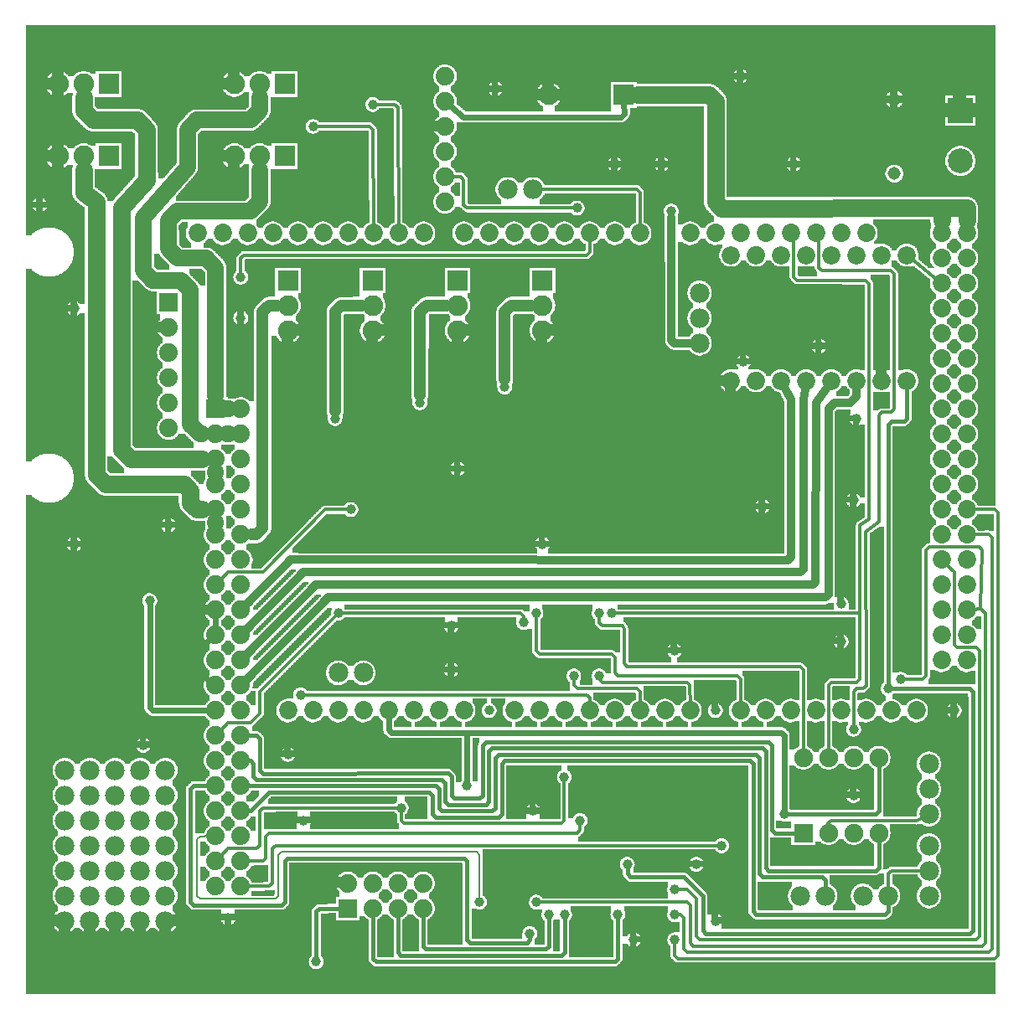
<source format=gbl>
G04 MADE WITH FRITZING*
G04 WWW.FRITZING.ORG*
G04 DOUBLE SIDED*
G04 HOLES PLATED*
G04 CONTOUR ON CENTER OF CONTOUR VECTOR*
%ASAXBY*%
%FSLAX23Y23*%
%MOIN*%
%OFA0B0*%
%SFA1.0B1.0*%
%ADD10C,0.075000*%
%ADD11C,0.074000*%
%ADD12C,0.039370*%
%ADD13C,0.072472*%
%ADD14C,0.072445*%
%ADD15C,0.072417*%
%ADD16C,0.078000*%
%ADD17C,0.072917*%
%ADD18C,0.082000*%
%ADD19C,0.051496*%
%ADD20C,0.099055*%
%ADD21R,0.074000X0.074000*%
%ADD22R,0.075000X0.075000*%
%ADD23R,0.082000X0.082000*%
%ADD24R,0.099055X0.099055*%
%ADD25C,0.024000*%
%ADD26C,0.016000*%
%ADD27C,0.012000*%
%ADD28C,0.070000*%
%ADD29C,0.008000*%
%ADD30C,0.065000*%
%ADD31C,0.032000*%
%ADD32C,0.048000*%
%ADD33R,0.001000X0.001000*%
%LNCOPPER0*%
G90*
G70*
G54D10*
X3563Y2879D03*
X521Y2644D03*
X3314Y2230D03*
X123Y3827D03*
X2158Y1526D03*
X1445Y1412D03*
X3197Y1345D03*
X2959Y1274D03*
X2018Y884D03*
X3009Y435D03*
X2264Y322D03*
X3530Y937D03*
G54D11*
X1319Y482D03*
X1419Y482D03*
X1519Y482D03*
X1619Y482D03*
X1319Y382D03*
X1419Y382D03*
X1519Y382D03*
X1619Y382D03*
G54D12*
X232Y1832D03*
X3332Y832D03*
X2882Y3695D03*
X1282Y1557D03*
X532Y1607D03*
X2457Y257D03*
X2432Y558D03*
X1732Y1507D03*
X232Y2770D03*
X1907Y3645D03*
X3094Y3345D03*
X2607Y3157D03*
X894Y2895D03*
X2244Y732D03*
X2057Y770D03*
X1194Y170D03*
X1844Y408D03*
X2782Y332D03*
X2807Y632D03*
X3519Y1295D03*
X3282Y1445D03*
X1419Y3582D03*
X1332Y1970D03*
X2094Y1832D03*
X1757Y2132D03*
X1082Y995D03*
G54D13*
X2844Y2482D03*
X3544Y2982D03*
X3444Y2982D03*
X3344Y2982D03*
X3244Y2982D03*
X3144Y2982D03*
G54D14*
X3044Y2982D03*
X2944Y2982D03*
G54D13*
X2844Y2982D03*
G54D14*
X3544Y2482D03*
G54D15*
X3444Y2482D03*
G54D14*
X3344Y2482D03*
G54D13*
X3244Y2482D03*
G54D14*
X3144Y2482D03*
G54D15*
X3044Y2482D03*
X2944Y2482D03*
G54D12*
X2707Y557D03*
X2019Y1520D03*
X2232Y3170D03*
X2070Y407D03*
X2569Y3345D03*
X2382Y3345D03*
X607Y1907D03*
G54D11*
X607Y2794D03*
X607Y2694D03*
X607Y2594D03*
X607Y2494D03*
X607Y2394D03*
X607Y2294D03*
G54D12*
X844Y345D03*
X94Y3182D03*
X1144Y732D03*
X2394Y357D03*
X2182Y357D03*
X2119Y357D03*
X2044Y282D03*
X2620Y257D03*
X2619Y357D03*
X2619Y457D03*
X2181Y905D03*
X3469Y1257D03*
X894Y2732D03*
X3344Y2332D03*
X3282Y1595D03*
X2319Y1557D03*
X2619Y1407D03*
X1794Y870D03*
X1132Y1232D03*
X2219Y1307D03*
X2069Y1557D03*
X2319Y1307D03*
X2369Y1557D03*
X1732Y1332D03*
X3732Y1170D03*
X1532Y782D03*
G54D11*
X1707Y3695D03*
X1707Y3595D03*
X1707Y3495D03*
X1707Y3395D03*
X1707Y3295D03*
X1707Y3195D03*
X1707Y3695D03*
X1707Y3595D03*
X1707Y3495D03*
X1707Y3395D03*
X1707Y3295D03*
X1707Y3195D03*
G54D12*
X3057Y757D03*
X1607Y2395D03*
X1944Y2457D03*
X1269Y2332D03*
X1182Y3495D03*
X3332Y1095D03*
X1882Y1170D03*
X507Y1032D03*
X2782Y1170D03*
X3194Y2620D03*
X2969Y1982D03*
X3332Y2007D03*
G54D16*
X594Y332D03*
X494Y332D03*
X394Y332D03*
X294Y332D03*
X194Y332D03*
X594Y932D03*
X494Y932D03*
X394Y932D03*
X294Y932D03*
X194Y932D03*
X194Y732D03*
X294Y732D03*
X394Y732D03*
X494Y732D03*
X494Y432D03*
X494Y532D03*
X194Y432D03*
X194Y532D03*
X294Y432D03*
X294Y532D03*
X394Y432D03*
X394Y532D03*
X594Y432D03*
X594Y532D03*
X194Y832D03*
X294Y832D03*
X394Y832D03*
X494Y832D03*
X494Y632D03*
X594Y632D03*
X1382Y1320D03*
X1282Y1320D03*
X194Y632D03*
X294Y632D03*
X394Y632D03*
X594Y832D03*
X594Y732D03*
G54D12*
X2894Y2557D03*
G54D10*
X3132Y682D03*
X3132Y982D03*
X3232Y682D03*
X3232Y982D03*
X3332Y682D03*
X3332Y982D03*
X3432Y682D03*
X3432Y982D03*
G54D11*
X894Y2370D03*
X894Y2270D03*
X894Y2170D03*
X894Y2070D03*
X894Y1970D03*
X894Y1870D03*
X894Y1770D03*
X894Y1670D03*
X894Y1570D03*
X894Y1470D03*
X894Y1370D03*
X894Y1270D03*
X894Y1170D03*
X894Y1070D03*
X894Y970D03*
X894Y870D03*
X894Y770D03*
X894Y670D03*
X894Y570D03*
X894Y470D03*
X794Y2370D03*
X794Y2270D03*
X794Y2170D03*
X794Y2070D03*
X794Y1970D03*
X794Y1870D03*
X794Y1770D03*
X794Y1670D03*
X794Y1570D03*
X794Y1470D03*
X794Y1370D03*
X794Y1270D03*
X794Y1170D03*
X794Y1070D03*
X794Y970D03*
X794Y870D03*
X794Y770D03*
X794Y670D03*
X794Y570D03*
X794Y470D03*
G54D17*
X2982Y1170D03*
X1382Y1170D03*
X3082Y1170D03*
X3182Y1170D03*
X3282Y1170D03*
X3382Y1170D03*
X3682Y2570D03*
X3482Y1170D03*
X3582Y1170D03*
X1422Y3070D03*
X1982Y1170D03*
X2082Y1170D03*
X2182Y1170D03*
X2282Y1170D03*
X3682Y1770D03*
X2382Y1170D03*
X2482Y1170D03*
X2582Y1170D03*
X2682Y1170D03*
X2182Y3070D03*
X3682Y2970D03*
X3682Y2170D03*
X3682Y1370D03*
X1022Y3070D03*
X1782Y1170D03*
X1782Y3070D03*
X3682Y2770D03*
X3682Y2370D03*
X3682Y1970D03*
X3382Y3070D03*
X3682Y1570D03*
X3282Y3070D03*
X3182Y3070D03*
X3082Y3070D03*
X2982Y3070D03*
X2882Y3070D03*
X2782Y3070D03*
X2682Y3070D03*
X822Y3070D03*
X1222Y3070D03*
X1622Y3070D03*
X1182Y1170D03*
X1582Y1170D03*
X2382Y3070D03*
X1982Y3070D03*
X3682Y3070D03*
X3682Y2870D03*
X3682Y2670D03*
X3682Y2470D03*
X3682Y2270D03*
X3682Y2070D03*
X3682Y1870D03*
X3682Y1670D03*
X3682Y1470D03*
X722Y3070D03*
X922Y3070D03*
X1122Y3070D03*
X1322Y3070D03*
X1522Y3070D03*
X1082Y1170D03*
X1282Y1170D03*
X1482Y1170D03*
X1682Y1170D03*
X2482Y3070D03*
X2282Y3070D03*
X2082Y3070D03*
X1882Y3070D03*
X3782Y3070D03*
X3782Y2970D03*
X3782Y2870D03*
X3782Y2770D03*
X3782Y2670D03*
X3782Y2570D03*
X3782Y2470D03*
X3782Y2370D03*
X3782Y2270D03*
X3782Y2170D03*
X3782Y2070D03*
X3782Y1970D03*
X3782Y1870D03*
X3782Y1770D03*
X3782Y1670D03*
X3782Y1570D03*
X3782Y1470D03*
X3782Y1370D03*
X2882Y1170D03*
G54D18*
X1419Y2882D03*
X1419Y2782D03*
X1419Y2682D03*
X2094Y2882D03*
X2094Y2782D03*
X2094Y2682D03*
X1757Y2882D03*
X1757Y2782D03*
X1757Y2682D03*
X1082Y2882D03*
X1082Y2782D03*
X1082Y2682D03*
G54D16*
X3632Y432D03*
X3632Y532D03*
X3632Y632D03*
X3632Y957D03*
X3632Y857D03*
X3632Y757D03*
X2057Y3245D03*
X1957Y3245D03*
X2719Y2832D03*
X2719Y2732D03*
X2719Y2632D03*
X3119Y432D03*
X3219Y432D03*
X3469Y432D03*
X3369Y432D03*
G54D18*
X2417Y3620D03*
X2119Y3620D03*
G54D19*
X3494Y3307D03*
X3494Y3603D03*
G54D18*
X369Y3377D03*
X269Y3377D03*
X169Y3377D03*
X1069Y3664D03*
X969Y3664D03*
X869Y3664D03*
X369Y3664D03*
X269Y3664D03*
X169Y3664D03*
X1069Y3377D03*
X969Y3377D03*
X869Y3377D03*
G54D20*
X3757Y3557D03*
X3757Y3357D03*
G54D21*
X1319Y382D03*
X607Y2794D03*
G54D22*
X3132Y682D03*
G54D21*
X794Y2370D03*
G54D23*
X1419Y2882D03*
X2094Y2882D03*
X1757Y2882D03*
X1082Y2882D03*
X2418Y3620D03*
X369Y3377D03*
X1069Y3664D03*
X369Y3664D03*
X1069Y3377D03*
G54D24*
X3757Y3557D03*
G54D25*
X545Y1170D02*
X763Y1170D01*
D02*
X532Y1182D02*
X545Y1170D01*
D02*
X532Y1588D02*
X532Y1182D01*
G54D26*
D02*
X3807Y1244D02*
X3807Y295D01*
D02*
X3795Y1257D02*
X3807Y1244D01*
D02*
X3807Y295D02*
X3795Y282D01*
D02*
X2744Y282D02*
X2732Y295D01*
D02*
X2732Y295D02*
X2732Y432D01*
D02*
X2732Y432D02*
X2657Y507D01*
D02*
X3795Y282D02*
X2744Y282D01*
D02*
X2432Y520D02*
X2432Y544D01*
D02*
X2445Y507D02*
X2432Y520D01*
D02*
X2657Y507D02*
X2445Y507D01*
D02*
X3483Y1257D02*
X3795Y1257D01*
G54D25*
D02*
X2407Y3533D02*
X2419Y3545D01*
D02*
X2419Y3545D02*
X2418Y3588D01*
D02*
X1781Y3533D02*
X2407Y3533D01*
D02*
X1731Y3575D02*
X1781Y3533D01*
G54D27*
D02*
X3663Y2885D02*
X3563Y2967D01*
G54D28*
D02*
X2782Y3595D02*
X2757Y3620D01*
D02*
X2782Y3194D02*
X2782Y3595D01*
D02*
X2757Y3620D02*
X2472Y3620D01*
D02*
X2807Y3169D02*
X2782Y3194D01*
D02*
X3682Y3170D02*
X2807Y3169D01*
D02*
X3682Y3122D02*
X3682Y3170D01*
D02*
X3682Y3170D02*
X3782Y3170D01*
D02*
X3782Y3170D02*
X3782Y3122D01*
G54D27*
D02*
X2232Y683D02*
X2245Y695D01*
D02*
X2245Y695D02*
X2245Y719D01*
D02*
X1007Y683D02*
X2232Y683D01*
D02*
X994Y669D02*
X1007Y683D01*
D02*
X994Y583D02*
X994Y669D01*
D02*
X982Y570D02*
X994Y583D01*
D02*
X920Y570D02*
X982Y570D01*
G54D26*
D02*
X1207Y382D02*
X1195Y370D01*
D02*
X1195Y370D02*
X1194Y183D01*
D02*
X1294Y382D02*
X1207Y382D01*
G54D29*
D02*
X1045Y595D02*
X1045Y432D01*
D02*
X1045Y432D02*
X1032Y420D01*
D02*
X1032Y420D02*
X732Y420D01*
D02*
X1057Y607D02*
X1045Y595D01*
D02*
X1832Y607D02*
X1057Y607D01*
D02*
X732Y420D02*
X719Y432D01*
D02*
X1845Y595D02*
X1832Y607D01*
D02*
X1844Y421D02*
X1845Y595D01*
D02*
X719Y432D02*
X720Y657D01*
D02*
X720Y657D02*
X732Y669D01*
D02*
X732Y669D02*
X769Y670D01*
G54D27*
D02*
X2793Y632D02*
X1032Y632D01*
D02*
X1032Y632D02*
X1019Y620D01*
D02*
X1019Y620D02*
X1019Y482D01*
D02*
X1019Y482D02*
X1007Y470D01*
D02*
X1007Y470D02*
X920Y470D01*
D02*
X3533Y1295D02*
X3607Y1295D01*
D02*
X3620Y1307D02*
X3620Y1807D01*
D02*
X3620Y1807D02*
X3632Y1820D01*
D02*
X3607Y1295D02*
X3620Y1307D01*
D02*
X3632Y1820D02*
X3832Y1821D01*
D02*
X3832Y1821D02*
X3844Y1807D01*
D02*
X3844Y1807D02*
X3838Y1575D01*
D02*
X3806Y1572D02*
X3838Y1575D01*
D02*
X3838Y1575D02*
X3857Y1557D01*
D02*
X3857Y1557D02*
X3857Y245D01*
D02*
X3857Y245D02*
X3844Y232D01*
D02*
X3844Y232D02*
X2695Y232D01*
D02*
X2695Y232D02*
X2682Y245D01*
D02*
X2682Y245D02*
X2682Y395D01*
D02*
X2682Y395D02*
X2670Y407D01*
D02*
X2670Y407D02*
X2083Y407D01*
D02*
X1519Y3570D02*
X1522Y3094D01*
D02*
X1506Y3582D02*
X1519Y3570D01*
D02*
X1433Y3582D02*
X1506Y3582D01*
D02*
X1231Y1970D02*
X1318Y1970D01*
D02*
X982Y1720D02*
X1231Y1970D01*
D02*
X845Y1720D02*
X982Y1720D01*
D02*
X813Y1688D02*
X845Y1720D01*
G54D30*
D02*
X841Y2370D02*
X848Y2370D01*
D02*
X794Y2423D02*
X794Y2933D01*
D02*
X757Y2970D02*
X644Y2970D01*
D02*
X794Y2933D02*
X757Y2970D01*
D02*
X644Y2970D02*
X607Y3008D01*
D02*
X607Y3008D02*
X606Y3120D01*
D02*
X606Y3120D02*
X644Y3157D01*
D02*
X644Y3157D02*
X932Y3157D01*
D02*
X932Y3157D02*
X970Y3195D01*
D02*
X970Y3195D02*
X970Y3322D01*
G54D27*
D02*
X845Y1121D02*
X933Y1121D01*
D02*
X969Y1157D02*
X970Y1245D01*
D02*
X970Y1245D02*
X1272Y1548D01*
D02*
X933Y1121D02*
X969Y1157D01*
D02*
X2019Y1545D02*
X2019Y1533D01*
D02*
X2007Y1557D02*
X2019Y1545D01*
D02*
X1295Y1557D02*
X2007Y1557D01*
D02*
X812Y1088D02*
X845Y1121D01*
D02*
X2218Y3170D02*
X1795Y3170D01*
D02*
X1781Y3282D02*
X1769Y3295D01*
D02*
X1781Y3183D02*
X1781Y3282D01*
D02*
X1795Y3170D02*
X1781Y3183D01*
D02*
X1769Y3295D02*
X1732Y3295D01*
G54D25*
D02*
X732Y1420D02*
X732Y1319D01*
D02*
X732Y1319D02*
X770Y1289D01*
D02*
X770Y1450D02*
X732Y1420D01*
D02*
X794Y1501D02*
X794Y1539D01*
G54D27*
D02*
X2470Y3245D02*
X2081Y3245D01*
D02*
X2482Y3232D02*
X2470Y3245D01*
D02*
X2482Y3070D02*
X2482Y3232D01*
D02*
X2507Y3070D02*
X2482Y3070D01*
G54D30*
D02*
X794Y1916D02*
X794Y1923D01*
D02*
X794Y2116D02*
X794Y2123D01*
D02*
X848Y2270D02*
X841Y2270D01*
G54D26*
D02*
X2394Y182D02*
X2394Y344D01*
D02*
X2382Y170D02*
X2394Y182D01*
D02*
X1419Y182D02*
X1432Y170D01*
D02*
X1432Y170D02*
X2382Y170D01*
D02*
X1419Y357D02*
X1419Y182D01*
D02*
X2182Y207D02*
X2182Y344D01*
D02*
X2170Y194D02*
X2182Y207D01*
D02*
X1519Y207D02*
X1531Y195D01*
D02*
X1531Y195D02*
X2170Y194D01*
D02*
X1519Y357D02*
X1519Y207D01*
D02*
X2119Y233D02*
X2119Y344D01*
D02*
X2107Y220D02*
X2119Y233D01*
D02*
X1631Y220D02*
X2107Y220D01*
D02*
X1620Y232D02*
X1631Y220D01*
D02*
X1619Y357D02*
X1620Y232D01*
D02*
X2044Y258D02*
X2032Y245D01*
D02*
X2044Y269D02*
X2044Y258D01*
D02*
X1069Y570D02*
X1069Y408D01*
D02*
X1795Y257D02*
X1795Y570D01*
D02*
X1795Y570D02*
X1782Y582D01*
D02*
X1069Y408D02*
X1057Y394D01*
D02*
X1081Y582D02*
X1069Y570D01*
D02*
X1782Y582D02*
X1081Y582D01*
D02*
X1807Y245D02*
X1795Y257D01*
D02*
X2032Y245D02*
X1807Y245D01*
D02*
X707Y394D02*
X694Y408D01*
D02*
X694Y408D02*
X694Y858D01*
D02*
X1057Y394D02*
X707Y394D01*
D02*
X694Y858D02*
X707Y870D01*
D02*
X707Y870D02*
X769Y870D01*
G54D27*
D02*
X2707Y420D02*
X2707Y270D01*
D02*
X2707Y270D02*
X2720Y257D01*
D02*
X2720Y257D02*
X3820Y257D01*
D02*
X2670Y457D02*
X2707Y420D01*
D02*
X2633Y457D02*
X2670Y457D01*
D02*
X3820Y257D02*
X3832Y270D01*
D02*
X3832Y270D02*
X3832Y808D01*
D02*
X3832Y808D02*
X3832Y1407D01*
D02*
X3832Y1407D02*
X3820Y1420D01*
D02*
X3820Y1420D02*
X3744Y1420D01*
D02*
X3744Y1420D02*
X3732Y1432D01*
D02*
X3732Y1432D02*
X3732Y1720D01*
D02*
X3732Y1720D02*
X3699Y1752D01*
D02*
X1532Y732D02*
X1532Y769D01*
D02*
X1544Y720D02*
X1532Y732D01*
D02*
X2170Y720D02*
X1544Y720D01*
D02*
X2181Y733D02*
X2170Y720D01*
D02*
X2181Y892D02*
X2181Y733D01*
G54D26*
D02*
X3470Y2307D02*
X3469Y1271D01*
D02*
X3482Y2320D02*
X3470Y2307D01*
D02*
X3532Y2320D02*
X3482Y2320D01*
D02*
X3544Y2332D02*
X3532Y2320D01*
D02*
X3544Y2458D02*
X3544Y2332D01*
G54D27*
D02*
X3582Y732D02*
X3610Y746D01*
D02*
X3244Y732D02*
X3582Y732D01*
D02*
X3231Y720D02*
X3244Y732D01*
D02*
X3232Y705D02*
X3231Y720D01*
D02*
X894Y2970D02*
X894Y2908D01*
D02*
X907Y2983D02*
X894Y2970D01*
D02*
X2270Y2982D02*
X907Y2983D01*
D02*
X2283Y2995D02*
X2270Y2982D01*
D02*
X2282Y3045D02*
X2283Y2995D01*
G54D25*
D02*
X1794Y889D02*
X1794Y1083D01*
G54D31*
D02*
X3220Y1620D02*
X1245Y1620D01*
D02*
X920Y1296D02*
X1245Y1620D01*
D02*
X1195Y1670D02*
X3169Y1670D01*
D02*
X920Y1396D02*
X1195Y1670D01*
D02*
X1144Y1720D02*
X3120Y1720D01*
D02*
X920Y1496D02*
X1144Y1720D01*
D02*
X1094Y1770D02*
X3069Y1769D01*
D02*
X920Y1596D02*
X1094Y1770D01*
G54D27*
D02*
X2383Y1557D02*
X3357Y1557D01*
G54D31*
D02*
X2608Y2644D02*
X2607Y3133D01*
D02*
X2619Y2632D02*
X2608Y2644D01*
D02*
X2684Y2632D02*
X2619Y2632D01*
G54D27*
D02*
X2332Y1282D02*
X2669Y1282D01*
D02*
X2319Y1295D02*
X2332Y1282D01*
D02*
X2669Y1282D02*
X2681Y1270D01*
D02*
X2681Y1270D02*
X2682Y1194D01*
D02*
X2320Y1294D02*
X2319Y1295D01*
D02*
X2482Y1245D02*
X2482Y1194D01*
D02*
X2232Y1257D02*
X2470Y1257D01*
D02*
X2470Y1257D02*
X2482Y1245D01*
D02*
X2219Y1270D02*
X2232Y1257D01*
D02*
X2219Y1294D02*
X2219Y1270D01*
D02*
X3357Y1295D02*
X3345Y1283D01*
D02*
X3232Y1270D02*
X3232Y1005D01*
D02*
X3244Y1283D02*
X3232Y1270D01*
D02*
X3345Y1283D02*
X3244Y1283D01*
D02*
X3357Y1557D02*
X3357Y1295D01*
D02*
X3357Y1907D02*
X3357Y1557D01*
D02*
X3395Y1932D02*
X3357Y1907D01*
D02*
X3394Y2869D02*
X3395Y1932D01*
D02*
X3381Y2882D02*
X3394Y2869D01*
D02*
X3107Y2882D02*
X3381Y2882D01*
D02*
X3095Y2894D02*
X3107Y2882D01*
D02*
X3095Y3070D02*
X3095Y2894D01*
D02*
X3107Y3070D02*
X3095Y3070D01*
D02*
X969Y632D02*
X957Y620D01*
D02*
X969Y770D02*
X969Y632D01*
D02*
X982Y782D02*
X969Y770D01*
D02*
X1518Y782D02*
X982Y782D01*
D02*
X844Y620D02*
X812Y588D01*
D02*
X957Y620D02*
X844Y620D01*
D02*
X2069Y1544D02*
X2069Y1407D01*
D02*
X2882Y1295D02*
X2882Y1194D01*
D02*
X2869Y1308D02*
X2882Y1295D01*
D02*
X2395Y1308D02*
X2869Y1308D01*
D02*
X2382Y1320D02*
X2395Y1308D01*
D02*
X2382Y1382D02*
X2382Y1320D01*
D02*
X2369Y1395D02*
X2382Y1382D01*
D02*
X2082Y1395D02*
X2369Y1395D01*
D02*
X2069Y1407D02*
X2082Y1395D01*
G54D26*
D02*
X3432Y770D02*
X3432Y959D01*
D02*
X3420Y757D02*
X3432Y770D01*
G54D25*
D02*
X3057Y1070D02*
X3057Y776D01*
G54D26*
D02*
X3420Y757D02*
X3070Y757D01*
G54D27*
D02*
X3470Y520D02*
X3482Y532D01*
D02*
X3482Y532D02*
X3607Y532D01*
D02*
X3469Y457D02*
X3470Y520D01*
G54D25*
D02*
X1794Y1083D02*
X1494Y1083D01*
D02*
X3045Y1083D02*
X1794Y1083D01*
D02*
X3057Y1070D02*
X3045Y1083D01*
D02*
X1482Y1094D02*
X1494Y1083D01*
D02*
X1482Y1140D02*
X1482Y1094D01*
G54D32*
D02*
X1294Y2782D02*
X1269Y2758D01*
D02*
X1269Y2758D02*
X1269Y2362D01*
D02*
X1376Y2782D02*
X1294Y2782D01*
D02*
X957Y1870D02*
X937Y1870D01*
D02*
X981Y1895D02*
X957Y1870D01*
D02*
X981Y2757D02*
X981Y1895D01*
D02*
X1006Y2782D02*
X981Y2757D01*
D02*
X1039Y2782D02*
X1006Y2782D01*
D02*
X1632Y2782D02*
X1714Y2782D01*
D02*
X1607Y2757D02*
X1632Y2782D01*
D02*
X1607Y2425D02*
X1607Y2757D01*
D02*
X1969Y2782D02*
X1944Y2757D01*
D02*
X1944Y2757D02*
X1944Y2487D01*
D02*
X2051Y2782D02*
X1969Y2782D01*
G54D31*
D02*
X3344Y2420D02*
X3344Y2447D01*
D02*
X3320Y2395D02*
X3344Y2420D01*
D02*
X3257Y2395D02*
X3320Y2395D01*
D02*
X3232Y2370D02*
X3257Y2395D01*
D02*
X3232Y1633D02*
X3232Y2370D01*
D02*
X3220Y1620D02*
X3232Y1633D01*
D02*
X3182Y2395D02*
X3224Y2453D01*
D02*
X3181Y1682D02*
X3182Y2395D01*
D02*
X3169Y1670D02*
X3181Y1682D01*
D02*
X3069Y1769D02*
X3082Y1783D01*
D02*
X3082Y1783D02*
X3082Y2407D01*
D02*
X3082Y2407D02*
X3060Y2451D01*
D02*
X3120Y1720D02*
X3132Y1732D01*
D02*
X3132Y1732D02*
X3132Y2407D01*
D02*
X3132Y2407D02*
X3139Y2447D01*
G54D27*
D02*
X3132Y1332D02*
X3120Y1344D01*
D02*
X2419Y1495D02*
X2412Y1507D01*
D02*
X2419Y1357D02*
X2419Y1495D01*
D02*
X2431Y1344D02*
X2419Y1357D01*
D02*
X2332Y1507D02*
X2320Y1519D01*
D02*
X2320Y1519D02*
X2320Y1544D01*
D02*
X2412Y1507D02*
X2332Y1507D01*
D02*
X3120Y1344D02*
X2431Y1344D01*
D02*
X3132Y1005D02*
X3132Y1332D01*
G54D30*
D02*
X656Y2882D02*
X544Y2882D01*
D02*
X694Y2845D02*
X656Y2882D01*
D02*
X544Y2882D02*
X507Y2920D01*
D02*
X507Y2920D02*
X507Y3132D01*
D02*
X694Y2307D02*
X694Y2845D01*
D02*
X732Y2270D02*
X694Y2307D01*
D02*
X507Y3132D02*
X682Y3333D01*
D02*
X741Y2270D02*
X732Y2270D01*
D02*
X970Y3558D02*
X970Y3610D01*
D02*
X932Y3520D02*
X970Y3558D01*
D02*
X682Y3482D02*
X719Y3520D01*
D02*
X719Y3520D02*
X932Y3520D01*
D02*
X682Y3333D02*
X682Y3482D01*
G54D28*
D02*
X420Y2207D02*
X419Y3170D01*
D02*
X457Y2170D02*
X420Y2207D01*
D02*
X269Y3558D02*
X269Y3610D01*
D02*
X482Y3520D02*
X307Y3520D01*
D02*
X519Y3482D02*
X482Y3520D01*
D02*
X307Y3520D02*
X269Y3558D01*
D02*
X520Y3282D02*
X519Y3482D01*
D02*
X419Y3170D02*
X520Y3282D01*
D02*
X741Y2170D02*
X457Y2170D01*
D02*
X357Y2070D02*
X320Y2107D01*
D02*
X670Y2070D02*
X357Y2070D01*
D02*
X320Y2107D02*
X319Y3194D01*
D02*
X694Y1995D02*
X694Y2045D01*
D02*
X694Y2045D02*
X670Y2070D01*
D02*
X719Y1970D02*
X694Y1995D01*
D02*
X741Y1970D02*
X719Y1970D01*
D02*
X269Y3232D02*
X269Y3322D01*
D02*
X319Y3194D02*
X269Y3232D01*
G54D27*
D02*
X1407Y3495D02*
X1195Y3495D01*
D02*
X1419Y3482D02*
X1407Y3495D01*
D02*
X1422Y3094D02*
X1419Y3482D01*
D02*
X1532Y3070D02*
X1522Y3070D01*
D02*
X3382Y1269D02*
X3369Y1257D01*
D02*
X3381Y1883D02*
X3382Y1269D01*
D02*
X3344Y1257D02*
X3332Y1245D01*
D02*
X3369Y1257D02*
X3344Y1257D01*
D02*
X3332Y1245D02*
X3332Y1108D01*
D02*
X3432Y1920D02*
X3381Y1883D01*
D02*
X3432Y2345D02*
X3432Y1920D01*
D02*
X3482Y2357D02*
X3444Y2357D01*
D02*
X3444Y2357D02*
X3432Y2345D01*
D02*
X3495Y2370D02*
X3482Y2357D01*
D02*
X3494Y2907D02*
X3495Y2370D01*
D02*
X3481Y2920D02*
X3494Y2907D01*
D02*
X3207Y2920D02*
X3481Y2920D01*
D02*
X3195Y2932D02*
X3207Y2920D01*
D02*
X3194Y3070D02*
X3195Y2932D01*
D02*
X3207Y3070D02*
X3194Y3070D01*
G54D26*
D02*
X3470Y370D02*
X3469Y408D01*
D02*
X3457Y358D02*
X3470Y370D01*
D02*
X2944Y358D02*
X3457Y358D01*
D02*
X2932Y370D02*
X2944Y358D01*
D02*
X1920Y995D02*
X2945Y995D01*
D02*
X1907Y982D02*
X1920Y995D01*
D02*
X1907Y782D02*
X1907Y982D01*
D02*
X1894Y770D02*
X1907Y782D01*
D02*
X1695Y770D02*
X1894Y770D01*
D02*
X2956Y982D02*
X2956Y520D01*
D02*
X2956Y520D02*
X2969Y507D01*
D02*
X2945Y995D02*
X2956Y982D01*
D02*
X2969Y507D02*
X3206Y507D01*
D02*
X3206Y507D02*
X3220Y495D01*
D02*
X1682Y782D02*
X1695Y770D01*
D02*
X1682Y857D02*
X1682Y782D01*
D02*
X1670Y870D02*
X1682Y857D01*
D02*
X3220Y495D02*
X3219Y457D01*
D02*
X920Y870D02*
X1670Y870D01*
D02*
X1007Y844D02*
X932Y770D01*
D02*
X1644Y845D02*
X1007Y844D01*
D02*
X1657Y832D02*
X1644Y845D01*
D02*
X1656Y757D02*
X1657Y832D01*
D02*
X1669Y745D02*
X1656Y757D01*
D02*
X2919Y970D02*
X1944Y970D01*
D02*
X2932Y957D02*
X2919Y970D01*
D02*
X1944Y970D02*
X1932Y957D01*
D02*
X1932Y957D02*
X1932Y757D01*
D02*
X1932Y757D02*
X1920Y745D01*
D02*
X1920Y745D02*
X1669Y745D01*
D02*
X932Y770D02*
X920Y770D01*
D02*
X2932Y370D02*
X2932Y957D01*
G54D27*
D02*
X3869Y207D02*
X3882Y220D01*
D02*
X3869Y1870D02*
X3807Y1870D01*
D02*
X2644Y358D02*
X2656Y345D01*
D02*
X2656Y345D02*
X2656Y220D01*
D02*
X2656Y220D02*
X2670Y207D01*
D02*
X2670Y207D02*
X3869Y207D01*
D02*
X2633Y357D02*
X2644Y358D01*
D02*
X3882Y220D02*
X3882Y1857D01*
D02*
X3882Y1857D02*
X3869Y1870D01*
D02*
X3907Y195D02*
X3907Y1957D01*
D02*
X3907Y1957D02*
X3895Y1970D01*
D02*
X2619Y195D02*
X2632Y183D01*
D02*
X2632Y183D02*
X3894Y182D01*
D02*
X2620Y243D02*
X2619Y195D01*
D02*
X3894Y182D02*
X3907Y195D01*
D02*
X3895Y1970D02*
X3807Y1970D01*
G54D26*
D02*
X1719Y920D02*
X1732Y907D01*
D02*
X1744Y820D02*
X1844Y820D01*
D02*
X1844Y820D02*
X1857Y832D01*
D02*
X1732Y832D02*
X1744Y820D01*
D02*
X3006Y694D02*
X3019Y683D01*
D02*
X3019Y683D02*
X3109Y682D01*
D02*
X3006Y1033D02*
X3006Y694D01*
D02*
X2995Y1045D02*
X3006Y1033D01*
D02*
X1870Y1045D02*
X2995Y1045D01*
D02*
X1857Y1033D02*
X1870Y1045D01*
D02*
X1857Y832D02*
X1857Y1033D01*
D02*
X1732Y907D02*
X1732Y832D01*
D02*
X982Y919D02*
X1719Y920D01*
D02*
X969Y1057D02*
X969Y932D01*
D02*
X969Y932D02*
X982Y919D01*
D02*
X957Y1070D02*
X969Y1057D01*
D02*
X920Y1070D02*
X957Y1070D01*
D02*
X957Y895D02*
X1695Y894D01*
D02*
X944Y908D02*
X957Y895D01*
D02*
X944Y957D02*
X944Y908D01*
D02*
X932Y970D02*
X944Y957D01*
D02*
X1708Y883D02*
X1707Y808D01*
D02*
X1707Y808D02*
X1719Y795D01*
D02*
X1695Y894D02*
X1708Y883D01*
D02*
X2995Y532D02*
X3419Y532D01*
D02*
X2982Y1007D02*
X2982Y545D01*
D02*
X2982Y545D02*
X2995Y532D01*
D02*
X2969Y1020D02*
X2982Y1007D01*
D02*
X1894Y1020D02*
X2969Y1020D01*
D02*
X1881Y1007D02*
X1894Y1020D01*
D02*
X1881Y808D02*
X1881Y1007D01*
D02*
X1870Y795D02*
X1881Y808D01*
D02*
X1719Y795D02*
X1870Y795D01*
D02*
X3432Y544D02*
X3432Y659D01*
D02*
X3419Y532D02*
X3432Y544D01*
D02*
X920Y970D02*
X932Y970D01*
G54D27*
D02*
X2282Y1220D02*
X2269Y1232D01*
D02*
X2282Y1194D02*
X2282Y1220D01*
D02*
X2269Y1232D02*
X1145Y1232D01*
G36*
X1746Y3271D02*
X1746Y3267D01*
X1744Y3267D01*
X1744Y3265D01*
X1742Y3265D01*
X1742Y3263D01*
X1740Y3263D01*
X1740Y3261D01*
X1738Y3261D01*
X1738Y3259D01*
X1736Y3259D01*
X1736Y3257D01*
X1734Y3257D01*
X1734Y3255D01*
X1730Y3255D01*
X1730Y3235D01*
X1732Y3235D01*
X1732Y3233D01*
X1736Y3233D01*
X1736Y3231D01*
X1738Y3231D01*
X1738Y3229D01*
X1740Y3229D01*
X1740Y3227D01*
X1742Y3227D01*
X1742Y3225D01*
X1744Y3225D01*
X1744Y3223D01*
X1746Y3223D01*
X1746Y3219D01*
X1766Y3219D01*
X1766Y3271D01*
X1746Y3271D01*
G37*
D02*
G36*
X3410Y3125D02*
X3410Y3105D01*
X3414Y3105D01*
X3414Y3103D01*
X3416Y3103D01*
X3416Y3099D01*
X3418Y3099D01*
X3418Y3097D01*
X3420Y3097D01*
X3420Y3095D01*
X3422Y3095D01*
X3422Y3091D01*
X3424Y3091D01*
X3424Y3087D01*
X3426Y3087D01*
X3426Y3081D01*
X3428Y3081D01*
X3428Y3059D01*
X3426Y3059D01*
X3426Y3053D01*
X3424Y3053D01*
X3424Y3049D01*
X3422Y3049D01*
X3422Y3045D01*
X3420Y3045D01*
X3420Y3043D01*
X3418Y3043D01*
X3418Y3039D01*
X3416Y3039D01*
X3416Y3037D01*
X3414Y3037D01*
X3414Y3029D01*
X3550Y3029D01*
X3550Y3027D01*
X3558Y3027D01*
X3558Y3025D01*
X3564Y3025D01*
X3564Y3023D01*
X3568Y3023D01*
X3568Y3021D01*
X3570Y3021D01*
X3570Y3019D01*
X3574Y3019D01*
X3574Y3017D01*
X3576Y3017D01*
X3576Y3015D01*
X3578Y3015D01*
X3578Y3013D01*
X3580Y3013D01*
X3580Y3011D01*
X3582Y3011D01*
X3582Y3007D01*
X3584Y3007D01*
X3584Y3003D01*
X3586Y3003D01*
X3586Y3001D01*
X3588Y3001D01*
X3588Y2993D01*
X3590Y2993D01*
X3590Y2965D01*
X3592Y2965D01*
X3592Y2963D01*
X3594Y2963D01*
X3594Y2961D01*
X3596Y2961D01*
X3596Y2959D01*
X3600Y2959D01*
X3600Y2957D01*
X3602Y2957D01*
X3602Y2955D01*
X3604Y2955D01*
X3604Y2953D01*
X3606Y2953D01*
X3606Y2951D01*
X3610Y2951D01*
X3610Y2949D01*
X3612Y2949D01*
X3612Y2947D01*
X3614Y2947D01*
X3614Y2945D01*
X3616Y2945D01*
X3616Y2943D01*
X3618Y2943D01*
X3618Y2941D01*
X3622Y2941D01*
X3622Y2939D01*
X3624Y2939D01*
X3624Y2937D01*
X3626Y2937D01*
X3626Y2935D01*
X3628Y2935D01*
X3628Y2933D01*
X3632Y2933D01*
X3632Y2931D01*
X3652Y2931D01*
X3652Y2935D01*
X3650Y2935D01*
X3650Y2937D01*
X3648Y2937D01*
X3648Y2939D01*
X3646Y2939D01*
X3646Y2941D01*
X3644Y2941D01*
X3644Y2945D01*
X3642Y2945D01*
X3642Y2949D01*
X3640Y2949D01*
X3640Y2953D01*
X3638Y2953D01*
X3638Y2959D01*
X3636Y2959D01*
X3636Y2981D01*
X3638Y2981D01*
X3638Y2987D01*
X3640Y2987D01*
X3640Y2991D01*
X3642Y2991D01*
X3642Y2995D01*
X3644Y2995D01*
X3644Y2997D01*
X3646Y2997D01*
X3646Y3001D01*
X3648Y3001D01*
X3648Y3003D01*
X3650Y3003D01*
X3650Y3005D01*
X3654Y3005D01*
X3654Y3007D01*
X3656Y3007D01*
X3656Y3009D01*
X3660Y3009D01*
X3660Y3029D01*
X3658Y3029D01*
X3658Y3031D01*
X3656Y3031D01*
X3656Y3033D01*
X3652Y3033D01*
X3652Y3035D01*
X3650Y3035D01*
X3650Y3037D01*
X3648Y3037D01*
X3648Y3039D01*
X3646Y3039D01*
X3646Y3041D01*
X3644Y3041D01*
X3644Y3045D01*
X3642Y3045D01*
X3642Y3049D01*
X3640Y3049D01*
X3640Y3053D01*
X3638Y3053D01*
X3638Y3059D01*
X3636Y3059D01*
X3636Y3081D01*
X3638Y3081D01*
X3638Y3087D01*
X3640Y3087D01*
X3640Y3111D01*
X3638Y3111D01*
X3638Y3125D01*
X3410Y3125D01*
G37*
D02*
G36*
X3414Y3029D02*
X3414Y3027D01*
X3438Y3027D01*
X3438Y3029D01*
X3414Y3029D01*
G37*
D02*
G36*
X3450Y3029D02*
X3450Y3027D01*
X3458Y3027D01*
X3458Y3025D01*
X3464Y3025D01*
X3464Y3023D01*
X3468Y3023D01*
X3468Y3021D01*
X3470Y3021D01*
X3470Y3019D01*
X3474Y3019D01*
X3474Y3017D01*
X3476Y3017D01*
X3476Y3015D01*
X3478Y3015D01*
X3478Y3013D01*
X3480Y3013D01*
X3480Y3011D01*
X3482Y3011D01*
X3482Y3007D01*
X3484Y3007D01*
X3484Y3003D01*
X3504Y3003D01*
X3504Y3007D01*
X3506Y3007D01*
X3506Y3009D01*
X3508Y3009D01*
X3508Y3011D01*
X3510Y3011D01*
X3510Y3015D01*
X3512Y3015D01*
X3512Y3017D01*
X3516Y3017D01*
X3516Y3019D01*
X3518Y3019D01*
X3518Y3021D01*
X3522Y3021D01*
X3522Y3023D01*
X3524Y3023D01*
X3524Y3025D01*
X3530Y3025D01*
X3530Y3027D01*
X3538Y3027D01*
X3538Y3029D01*
X3450Y3029D01*
G37*
D02*
G36*
X660Y3115D02*
X660Y3113D01*
X658Y3113D01*
X658Y3111D01*
X656Y3111D01*
X656Y3109D01*
X654Y3109D01*
X654Y3107D01*
X652Y3107D01*
X652Y3105D01*
X650Y3105D01*
X650Y3103D01*
X648Y3103D01*
X648Y3081D01*
X650Y3081D01*
X650Y3023D01*
X652Y3023D01*
X652Y3021D01*
X654Y3021D01*
X654Y3019D01*
X656Y3019D01*
X656Y3017D01*
X658Y3017D01*
X658Y3015D01*
X660Y3015D01*
X660Y3013D01*
X696Y3013D01*
X696Y3033D01*
X692Y3033D01*
X692Y3035D01*
X690Y3035D01*
X690Y3037D01*
X688Y3037D01*
X688Y3039D01*
X686Y3039D01*
X686Y3041D01*
X684Y3041D01*
X684Y3045D01*
X682Y3045D01*
X682Y3049D01*
X680Y3049D01*
X680Y3051D01*
X678Y3051D01*
X678Y3059D01*
X676Y3059D01*
X676Y3081D01*
X678Y3081D01*
X678Y3087D01*
X680Y3087D01*
X680Y3091D01*
X682Y3091D01*
X682Y3095D01*
X684Y3095D01*
X684Y3115D01*
X660Y3115D01*
G37*
D02*
G36*
X3722Y3049D02*
X3722Y3045D01*
X3720Y3045D01*
X3720Y3043D01*
X3718Y3043D01*
X3718Y3039D01*
X3716Y3039D01*
X3716Y3037D01*
X3714Y3037D01*
X3714Y3035D01*
X3712Y3035D01*
X3712Y3033D01*
X3708Y3033D01*
X3708Y3031D01*
X3706Y3031D01*
X3706Y3029D01*
X3704Y3029D01*
X3704Y3009D01*
X3708Y3009D01*
X3708Y3007D01*
X3710Y3007D01*
X3710Y3005D01*
X3714Y3005D01*
X3714Y3003D01*
X3716Y3003D01*
X3716Y2999D01*
X3718Y2999D01*
X3718Y2997D01*
X3720Y2997D01*
X3720Y2995D01*
X3722Y2995D01*
X3722Y2991D01*
X3742Y2991D01*
X3742Y2995D01*
X3744Y2995D01*
X3744Y2997D01*
X3746Y2997D01*
X3746Y3001D01*
X3748Y3001D01*
X3748Y3003D01*
X3750Y3003D01*
X3750Y3005D01*
X3754Y3005D01*
X3754Y3007D01*
X3756Y3007D01*
X3756Y3009D01*
X3760Y3009D01*
X3760Y3029D01*
X3758Y3029D01*
X3758Y3031D01*
X3756Y3031D01*
X3756Y3033D01*
X3752Y3033D01*
X3752Y3035D01*
X3750Y3035D01*
X3750Y3037D01*
X3748Y3037D01*
X3748Y3039D01*
X3746Y3039D01*
X3746Y3041D01*
X3744Y3041D01*
X3744Y3045D01*
X3742Y3045D01*
X3742Y3049D01*
X3722Y3049D01*
G37*
D02*
G36*
X550Y2989D02*
X550Y2935D01*
X552Y2935D01*
X552Y2933D01*
X554Y2933D01*
X554Y2931D01*
X556Y2931D01*
X556Y2929D01*
X558Y2929D01*
X558Y2927D01*
X560Y2927D01*
X560Y2925D01*
X610Y2925D01*
X610Y2945D01*
X608Y2945D01*
X608Y2947D01*
X606Y2947D01*
X606Y2949D01*
X604Y2949D01*
X604Y2951D01*
X602Y2951D01*
X602Y2953D01*
X600Y2953D01*
X600Y2955D01*
X598Y2955D01*
X598Y2957D01*
X596Y2957D01*
X596Y2959D01*
X594Y2959D01*
X594Y2961D01*
X592Y2961D01*
X592Y2963D01*
X590Y2963D01*
X590Y2965D01*
X588Y2965D01*
X588Y2967D01*
X586Y2967D01*
X586Y2969D01*
X584Y2969D01*
X584Y2971D01*
X582Y2971D01*
X582Y2973D01*
X580Y2973D01*
X580Y2975D01*
X578Y2975D01*
X578Y2977D01*
X576Y2977D01*
X576Y2979D01*
X574Y2979D01*
X574Y2983D01*
X572Y2983D01*
X572Y2985D01*
X570Y2985D01*
X570Y2989D01*
X550Y2989D01*
G37*
D02*
G36*
X3484Y2961D02*
X3484Y2957D01*
X3482Y2957D01*
X3482Y2935D01*
X3490Y2935D01*
X3490Y2933D01*
X3492Y2933D01*
X3492Y2931D01*
X3494Y2931D01*
X3494Y2929D01*
X3496Y2929D01*
X3496Y2927D01*
X3498Y2927D01*
X3498Y2925D01*
X3500Y2925D01*
X3500Y2923D01*
X3502Y2923D01*
X3502Y2921D01*
X3504Y2921D01*
X3504Y2919D01*
X3506Y2919D01*
X3506Y2917D01*
X3508Y2917D01*
X3508Y2913D01*
X3510Y2913D01*
X3510Y2529D01*
X3550Y2529D01*
X3550Y2527D01*
X3558Y2527D01*
X3558Y2525D01*
X3564Y2525D01*
X3564Y2523D01*
X3568Y2523D01*
X3568Y2521D01*
X3570Y2521D01*
X3570Y2519D01*
X3574Y2519D01*
X3574Y2517D01*
X3576Y2517D01*
X3576Y2515D01*
X3578Y2515D01*
X3578Y2513D01*
X3580Y2513D01*
X3580Y2511D01*
X3582Y2511D01*
X3582Y2507D01*
X3584Y2507D01*
X3584Y2503D01*
X3586Y2503D01*
X3586Y2501D01*
X3588Y2501D01*
X3588Y2493D01*
X3590Y2493D01*
X3590Y2471D01*
X3588Y2471D01*
X3588Y2465D01*
X3586Y2465D01*
X3586Y2461D01*
X3584Y2461D01*
X3584Y2457D01*
X3582Y2457D01*
X3582Y2455D01*
X3580Y2455D01*
X3580Y2453D01*
X3578Y2453D01*
X3578Y2449D01*
X3576Y2449D01*
X3576Y2447D01*
X3572Y2447D01*
X3572Y2445D01*
X3570Y2445D01*
X3570Y2443D01*
X3566Y2443D01*
X3566Y2441D01*
X3562Y2441D01*
X3562Y2325D01*
X3560Y2325D01*
X3560Y2323D01*
X3558Y2323D01*
X3558Y2319D01*
X3556Y2319D01*
X3556Y2317D01*
X3554Y2317D01*
X3554Y2315D01*
X3552Y2315D01*
X3552Y2313D01*
X3550Y2313D01*
X3550Y2311D01*
X3548Y2311D01*
X3548Y2309D01*
X3546Y2309D01*
X3546Y2307D01*
X3542Y2307D01*
X3542Y2305D01*
X3540Y2305D01*
X3540Y2303D01*
X3490Y2303D01*
X3490Y2301D01*
X3488Y2301D01*
X3488Y1325D01*
X3524Y1325D01*
X3524Y1323D01*
X3532Y1323D01*
X3532Y1321D01*
X3534Y1321D01*
X3534Y1319D01*
X3538Y1319D01*
X3538Y1317D01*
X3540Y1317D01*
X3540Y1315D01*
X3542Y1315D01*
X3542Y1313D01*
X3544Y1313D01*
X3544Y1311D01*
X3602Y1311D01*
X3602Y1313D01*
X3604Y1313D01*
X3604Y1815D01*
X3606Y1815D01*
X3606Y1817D01*
X3608Y1817D01*
X3608Y1819D01*
X3610Y1819D01*
X3610Y1821D01*
X3612Y1821D01*
X3612Y1823D01*
X3614Y1823D01*
X3614Y1825D01*
X3616Y1825D01*
X3616Y1827D01*
X3618Y1827D01*
X3618Y1829D01*
X3620Y1829D01*
X3620Y1831D01*
X3622Y1831D01*
X3622Y1833D01*
X3624Y1833D01*
X3624Y1835D01*
X3632Y1835D01*
X3632Y1837D01*
X3638Y1837D01*
X3638Y1859D01*
X3636Y1859D01*
X3636Y1881D01*
X3638Y1881D01*
X3638Y1887D01*
X3640Y1887D01*
X3640Y1891D01*
X3642Y1891D01*
X3642Y1895D01*
X3644Y1895D01*
X3644Y1897D01*
X3646Y1897D01*
X3646Y1901D01*
X3648Y1901D01*
X3648Y1903D01*
X3650Y1903D01*
X3650Y1905D01*
X3654Y1905D01*
X3654Y1907D01*
X3656Y1907D01*
X3656Y1909D01*
X3660Y1909D01*
X3660Y1929D01*
X3658Y1929D01*
X3658Y1931D01*
X3656Y1931D01*
X3656Y1933D01*
X3652Y1933D01*
X3652Y1935D01*
X3650Y1935D01*
X3650Y1937D01*
X3648Y1937D01*
X3648Y1939D01*
X3646Y1939D01*
X3646Y1941D01*
X3644Y1941D01*
X3644Y1945D01*
X3642Y1945D01*
X3642Y1949D01*
X3640Y1949D01*
X3640Y1953D01*
X3638Y1953D01*
X3638Y1959D01*
X3636Y1959D01*
X3636Y1981D01*
X3638Y1981D01*
X3638Y1987D01*
X3640Y1987D01*
X3640Y1991D01*
X3642Y1991D01*
X3642Y1995D01*
X3644Y1995D01*
X3644Y1997D01*
X3646Y1997D01*
X3646Y2001D01*
X3648Y2001D01*
X3648Y2003D01*
X3650Y2003D01*
X3650Y2005D01*
X3654Y2005D01*
X3654Y2007D01*
X3656Y2007D01*
X3656Y2009D01*
X3660Y2009D01*
X3660Y2029D01*
X3658Y2029D01*
X3658Y2031D01*
X3656Y2031D01*
X3656Y2033D01*
X3652Y2033D01*
X3652Y2035D01*
X3650Y2035D01*
X3650Y2037D01*
X3648Y2037D01*
X3648Y2039D01*
X3646Y2039D01*
X3646Y2041D01*
X3644Y2041D01*
X3644Y2045D01*
X3642Y2045D01*
X3642Y2049D01*
X3640Y2049D01*
X3640Y2053D01*
X3638Y2053D01*
X3638Y2059D01*
X3636Y2059D01*
X3636Y2081D01*
X3638Y2081D01*
X3638Y2087D01*
X3640Y2087D01*
X3640Y2091D01*
X3642Y2091D01*
X3642Y2095D01*
X3644Y2095D01*
X3644Y2097D01*
X3646Y2097D01*
X3646Y2101D01*
X3648Y2101D01*
X3648Y2103D01*
X3650Y2103D01*
X3650Y2105D01*
X3654Y2105D01*
X3654Y2107D01*
X3656Y2107D01*
X3656Y2109D01*
X3660Y2109D01*
X3660Y2129D01*
X3658Y2129D01*
X3658Y2131D01*
X3656Y2131D01*
X3656Y2133D01*
X3652Y2133D01*
X3652Y2135D01*
X3650Y2135D01*
X3650Y2137D01*
X3648Y2137D01*
X3648Y2139D01*
X3646Y2139D01*
X3646Y2141D01*
X3644Y2141D01*
X3644Y2145D01*
X3642Y2145D01*
X3642Y2149D01*
X3640Y2149D01*
X3640Y2153D01*
X3638Y2153D01*
X3638Y2159D01*
X3636Y2159D01*
X3636Y2181D01*
X3638Y2181D01*
X3638Y2187D01*
X3640Y2187D01*
X3640Y2191D01*
X3642Y2191D01*
X3642Y2195D01*
X3644Y2195D01*
X3644Y2197D01*
X3646Y2197D01*
X3646Y2201D01*
X3648Y2201D01*
X3648Y2203D01*
X3650Y2203D01*
X3650Y2205D01*
X3654Y2205D01*
X3654Y2207D01*
X3656Y2207D01*
X3656Y2209D01*
X3660Y2209D01*
X3660Y2229D01*
X3658Y2229D01*
X3658Y2231D01*
X3656Y2231D01*
X3656Y2233D01*
X3652Y2233D01*
X3652Y2235D01*
X3650Y2235D01*
X3650Y2237D01*
X3648Y2237D01*
X3648Y2239D01*
X3646Y2239D01*
X3646Y2241D01*
X3644Y2241D01*
X3644Y2245D01*
X3642Y2245D01*
X3642Y2249D01*
X3640Y2249D01*
X3640Y2253D01*
X3638Y2253D01*
X3638Y2259D01*
X3636Y2259D01*
X3636Y2281D01*
X3638Y2281D01*
X3638Y2287D01*
X3640Y2287D01*
X3640Y2291D01*
X3642Y2291D01*
X3642Y2295D01*
X3644Y2295D01*
X3644Y2297D01*
X3646Y2297D01*
X3646Y2301D01*
X3648Y2301D01*
X3648Y2303D01*
X3650Y2303D01*
X3650Y2305D01*
X3654Y2305D01*
X3654Y2307D01*
X3656Y2307D01*
X3656Y2309D01*
X3660Y2309D01*
X3660Y2329D01*
X3658Y2329D01*
X3658Y2331D01*
X3656Y2331D01*
X3656Y2333D01*
X3652Y2333D01*
X3652Y2335D01*
X3650Y2335D01*
X3650Y2337D01*
X3648Y2337D01*
X3648Y2339D01*
X3646Y2339D01*
X3646Y2341D01*
X3644Y2341D01*
X3644Y2345D01*
X3642Y2345D01*
X3642Y2349D01*
X3640Y2349D01*
X3640Y2353D01*
X3638Y2353D01*
X3638Y2359D01*
X3636Y2359D01*
X3636Y2381D01*
X3638Y2381D01*
X3638Y2387D01*
X3640Y2387D01*
X3640Y2391D01*
X3642Y2391D01*
X3642Y2395D01*
X3644Y2395D01*
X3644Y2397D01*
X3646Y2397D01*
X3646Y2401D01*
X3648Y2401D01*
X3648Y2403D01*
X3650Y2403D01*
X3650Y2405D01*
X3654Y2405D01*
X3654Y2407D01*
X3656Y2407D01*
X3656Y2409D01*
X3660Y2409D01*
X3660Y2429D01*
X3658Y2429D01*
X3658Y2431D01*
X3656Y2431D01*
X3656Y2433D01*
X3652Y2433D01*
X3652Y2435D01*
X3650Y2435D01*
X3650Y2437D01*
X3648Y2437D01*
X3648Y2439D01*
X3646Y2439D01*
X3646Y2441D01*
X3644Y2441D01*
X3644Y2445D01*
X3642Y2445D01*
X3642Y2449D01*
X3640Y2449D01*
X3640Y2453D01*
X3638Y2453D01*
X3638Y2459D01*
X3636Y2459D01*
X3636Y2481D01*
X3638Y2481D01*
X3638Y2487D01*
X3640Y2487D01*
X3640Y2491D01*
X3642Y2491D01*
X3642Y2495D01*
X3644Y2495D01*
X3644Y2497D01*
X3646Y2497D01*
X3646Y2501D01*
X3648Y2501D01*
X3648Y2503D01*
X3650Y2503D01*
X3650Y2505D01*
X3654Y2505D01*
X3654Y2507D01*
X3656Y2507D01*
X3656Y2509D01*
X3660Y2509D01*
X3660Y2529D01*
X3658Y2529D01*
X3658Y2531D01*
X3656Y2531D01*
X3656Y2533D01*
X3652Y2533D01*
X3652Y2535D01*
X3650Y2535D01*
X3650Y2537D01*
X3648Y2537D01*
X3648Y2539D01*
X3646Y2539D01*
X3646Y2541D01*
X3644Y2541D01*
X3644Y2545D01*
X3642Y2545D01*
X3642Y2549D01*
X3640Y2549D01*
X3640Y2553D01*
X3638Y2553D01*
X3638Y2559D01*
X3636Y2559D01*
X3636Y2581D01*
X3638Y2581D01*
X3638Y2587D01*
X3640Y2587D01*
X3640Y2591D01*
X3642Y2591D01*
X3642Y2595D01*
X3644Y2595D01*
X3644Y2597D01*
X3646Y2597D01*
X3646Y2601D01*
X3648Y2601D01*
X3648Y2603D01*
X3650Y2603D01*
X3650Y2605D01*
X3654Y2605D01*
X3654Y2607D01*
X3656Y2607D01*
X3656Y2609D01*
X3660Y2609D01*
X3660Y2629D01*
X3658Y2629D01*
X3658Y2631D01*
X3656Y2631D01*
X3656Y2633D01*
X3652Y2633D01*
X3652Y2635D01*
X3650Y2635D01*
X3650Y2637D01*
X3648Y2637D01*
X3648Y2639D01*
X3646Y2639D01*
X3646Y2641D01*
X3644Y2641D01*
X3644Y2645D01*
X3642Y2645D01*
X3642Y2649D01*
X3640Y2649D01*
X3640Y2653D01*
X3638Y2653D01*
X3638Y2659D01*
X3636Y2659D01*
X3636Y2681D01*
X3638Y2681D01*
X3638Y2687D01*
X3640Y2687D01*
X3640Y2691D01*
X3642Y2691D01*
X3642Y2695D01*
X3644Y2695D01*
X3644Y2697D01*
X3646Y2697D01*
X3646Y2701D01*
X3648Y2701D01*
X3648Y2703D01*
X3650Y2703D01*
X3650Y2705D01*
X3654Y2705D01*
X3654Y2707D01*
X3656Y2707D01*
X3656Y2709D01*
X3660Y2709D01*
X3660Y2729D01*
X3658Y2729D01*
X3658Y2731D01*
X3656Y2731D01*
X3656Y2733D01*
X3652Y2733D01*
X3652Y2735D01*
X3650Y2735D01*
X3650Y2737D01*
X3648Y2737D01*
X3648Y2739D01*
X3646Y2739D01*
X3646Y2741D01*
X3644Y2741D01*
X3644Y2745D01*
X3642Y2745D01*
X3642Y2749D01*
X3640Y2749D01*
X3640Y2753D01*
X3638Y2753D01*
X3638Y2759D01*
X3636Y2759D01*
X3636Y2781D01*
X3638Y2781D01*
X3638Y2787D01*
X3640Y2787D01*
X3640Y2791D01*
X3642Y2791D01*
X3642Y2795D01*
X3644Y2795D01*
X3644Y2797D01*
X3646Y2797D01*
X3646Y2801D01*
X3648Y2801D01*
X3648Y2803D01*
X3650Y2803D01*
X3650Y2805D01*
X3654Y2805D01*
X3654Y2807D01*
X3656Y2807D01*
X3656Y2809D01*
X3660Y2809D01*
X3660Y2829D01*
X3658Y2829D01*
X3658Y2831D01*
X3656Y2831D01*
X3656Y2833D01*
X3652Y2833D01*
X3652Y2835D01*
X3650Y2835D01*
X3650Y2837D01*
X3648Y2837D01*
X3648Y2839D01*
X3646Y2839D01*
X3646Y2841D01*
X3644Y2841D01*
X3644Y2845D01*
X3642Y2845D01*
X3642Y2849D01*
X3640Y2849D01*
X3640Y2853D01*
X3638Y2853D01*
X3638Y2859D01*
X3636Y2859D01*
X3636Y2887D01*
X3634Y2887D01*
X3634Y2889D01*
X3632Y2889D01*
X3632Y2891D01*
X3630Y2891D01*
X3630Y2893D01*
X3628Y2893D01*
X3628Y2895D01*
X3624Y2895D01*
X3624Y2897D01*
X3622Y2897D01*
X3622Y2899D01*
X3620Y2899D01*
X3620Y2901D01*
X3618Y2901D01*
X3618Y2903D01*
X3614Y2903D01*
X3614Y2905D01*
X3612Y2905D01*
X3612Y2907D01*
X3610Y2907D01*
X3610Y2909D01*
X3608Y2909D01*
X3608Y2911D01*
X3606Y2911D01*
X3606Y2913D01*
X3602Y2913D01*
X3602Y2915D01*
X3600Y2915D01*
X3600Y2917D01*
X3598Y2917D01*
X3598Y2919D01*
X3596Y2919D01*
X3596Y2921D01*
X3592Y2921D01*
X3592Y2923D01*
X3590Y2923D01*
X3590Y2925D01*
X3588Y2925D01*
X3588Y2927D01*
X3586Y2927D01*
X3586Y2929D01*
X3584Y2929D01*
X3584Y2931D01*
X3580Y2931D01*
X3580Y2933D01*
X3578Y2933D01*
X3578Y2935D01*
X3576Y2935D01*
X3576Y2937D01*
X3532Y2937D01*
X3532Y2939D01*
X3526Y2939D01*
X3526Y2941D01*
X3522Y2941D01*
X3522Y2943D01*
X3518Y2943D01*
X3518Y2945D01*
X3516Y2945D01*
X3516Y2947D01*
X3514Y2947D01*
X3514Y2949D01*
X3512Y2949D01*
X3512Y2951D01*
X3510Y2951D01*
X3510Y2953D01*
X3508Y2953D01*
X3508Y2955D01*
X3506Y2955D01*
X3506Y2959D01*
X3504Y2959D01*
X3504Y2961D01*
X3484Y2961D01*
G37*
D02*
G36*
X3510Y2529D02*
X3510Y2525D01*
X3530Y2525D01*
X3530Y2527D01*
X3538Y2527D01*
X3538Y2529D01*
X3510Y2529D01*
G37*
D02*
G36*
X3488Y1325D02*
X3488Y1321D01*
X3508Y1321D01*
X3508Y1323D01*
X3514Y1323D01*
X3514Y1325D01*
X3488Y1325D01*
G37*
D02*
G36*
X3722Y2949D02*
X3722Y2945D01*
X3720Y2945D01*
X3720Y2943D01*
X3718Y2943D01*
X3718Y2939D01*
X3716Y2939D01*
X3716Y2937D01*
X3714Y2937D01*
X3714Y2935D01*
X3712Y2935D01*
X3712Y2933D01*
X3708Y2933D01*
X3708Y2931D01*
X3706Y2931D01*
X3706Y2929D01*
X3704Y2929D01*
X3704Y2909D01*
X3708Y2909D01*
X3708Y2907D01*
X3710Y2907D01*
X3710Y2905D01*
X3714Y2905D01*
X3714Y2903D01*
X3716Y2903D01*
X3716Y2899D01*
X3718Y2899D01*
X3718Y2897D01*
X3720Y2897D01*
X3720Y2895D01*
X3722Y2895D01*
X3722Y2891D01*
X3742Y2891D01*
X3742Y2895D01*
X3744Y2895D01*
X3744Y2897D01*
X3746Y2897D01*
X3746Y2901D01*
X3748Y2901D01*
X3748Y2903D01*
X3750Y2903D01*
X3750Y2905D01*
X3754Y2905D01*
X3754Y2907D01*
X3756Y2907D01*
X3756Y2909D01*
X3760Y2909D01*
X3760Y2929D01*
X3758Y2929D01*
X3758Y2931D01*
X3756Y2931D01*
X3756Y2933D01*
X3752Y2933D01*
X3752Y2935D01*
X3750Y2935D01*
X3750Y2937D01*
X3748Y2937D01*
X3748Y2939D01*
X3746Y2939D01*
X3746Y2941D01*
X3744Y2941D01*
X3744Y2945D01*
X3742Y2945D01*
X3742Y2949D01*
X3722Y2949D01*
G37*
D02*
G36*
X3110Y2939D02*
X3110Y2937D01*
X3132Y2937D01*
X3132Y2939D01*
X3110Y2939D01*
G37*
D02*
G36*
X3156Y2939D02*
X3156Y2937D01*
X3178Y2937D01*
X3178Y2939D01*
X3156Y2939D01*
G37*
D02*
G36*
X3110Y2937D02*
X3110Y2935D01*
X3178Y2935D01*
X3178Y2937D01*
X3110Y2937D01*
G37*
D02*
G36*
X3110Y2937D02*
X3110Y2935D01*
X3178Y2935D01*
X3178Y2937D01*
X3110Y2937D01*
G37*
D02*
G36*
X3110Y2935D02*
X3110Y2901D01*
X3112Y2901D01*
X3112Y2899D01*
X3186Y2899D01*
X3186Y2919D01*
X3184Y2919D01*
X3184Y2921D01*
X3182Y2921D01*
X3182Y2925D01*
X3180Y2925D01*
X3180Y2929D01*
X3178Y2929D01*
X3178Y2935D01*
X3110Y2935D01*
G37*
D02*
G36*
X690Y2927D02*
X690Y2907D01*
X692Y2907D01*
X692Y2905D01*
X694Y2905D01*
X694Y2903D01*
X696Y2903D01*
X696Y2901D01*
X698Y2901D01*
X698Y2899D01*
X700Y2899D01*
X700Y2897D01*
X702Y2897D01*
X702Y2895D01*
X704Y2895D01*
X704Y2893D01*
X706Y2893D01*
X706Y2891D01*
X708Y2891D01*
X708Y2889D01*
X710Y2889D01*
X710Y2887D01*
X712Y2887D01*
X712Y2885D01*
X714Y2885D01*
X714Y2883D01*
X716Y2883D01*
X716Y2881D01*
X718Y2881D01*
X718Y2879D01*
X720Y2879D01*
X720Y2877D01*
X722Y2877D01*
X722Y2875D01*
X724Y2875D01*
X724Y2873D01*
X726Y2873D01*
X726Y2871D01*
X728Y2871D01*
X728Y2869D01*
X730Y2869D01*
X730Y2865D01*
X732Y2865D01*
X732Y2861D01*
X752Y2861D01*
X752Y2915D01*
X750Y2915D01*
X750Y2917D01*
X748Y2917D01*
X748Y2919D01*
X746Y2919D01*
X746Y2921D01*
X744Y2921D01*
X744Y2923D01*
X742Y2923D01*
X742Y2925D01*
X740Y2925D01*
X740Y2927D01*
X690Y2927D01*
G37*
D02*
G36*
X3400Y2905D02*
X3400Y2885D01*
X3402Y2885D01*
X3402Y2883D01*
X3404Y2883D01*
X3404Y2881D01*
X3406Y2881D01*
X3406Y2879D01*
X3408Y2879D01*
X3408Y2875D01*
X3410Y2875D01*
X3410Y2529D01*
X3450Y2529D01*
X3450Y2527D01*
X3458Y2527D01*
X3458Y2525D01*
X3478Y2525D01*
X3478Y2901D01*
X3476Y2901D01*
X3476Y2903D01*
X3474Y2903D01*
X3474Y2905D01*
X3400Y2905D01*
G37*
D02*
G36*
X3410Y2529D02*
X3410Y2525D01*
X3430Y2525D01*
X3430Y2527D01*
X3438Y2527D01*
X3438Y2529D01*
X3410Y2529D01*
G37*
D02*
G36*
X464Y2883D02*
X464Y2247D01*
X598Y2247D01*
X598Y2249D01*
X592Y2249D01*
X592Y2251D01*
X586Y2251D01*
X586Y2253D01*
X584Y2253D01*
X584Y2255D01*
X580Y2255D01*
X580Y2257D01*
X578Y2257D01*
X578Y2259D01*
X576Y2259D01*
X576Y2261D01*
X574Y2261D01*
X574Y2263D01*
X572Y2263D01*
X572Y2265D01*
X570Y2265D01*
X570Y2267D01*
X568Y2267D01*
X568Y2271D01*
X566Y2271D01*
X566Y2273D01*
X564Y2273D01*
X564Y2279D01*
X562Y2279D01*
X562Y2287D01*
X560Y2287D01*
X560Y2303D01*
X562Y2303D01*
X562Y2309D01*
X564Y2309D01*
X564Y2315D01*
X566Y2315D01*
X566Y2319D01*
X568Y2319D01*
X568Y2321D01*
X570Y2321D01*
X570Y2323D01*
X572Y2323D01*
X572Y2327D01*
X574Y2327D01*
X574Y2329D01*
X578Y2329D01*
X578Y2331D01*
X580Y2331D01*
X580Y2333D01*
X582Y2333D01*
X582Y2335D01*
X584Y2335D01*
X584Y2355D01*
X580Y2355D01*
X580Y2357D01*
X578Y2357D01*
X578Y2359D01*
X576Y2359D01*
X576Y2361D01*
X574Y2361D01*
X574Y2363D01*
X572Y2363D01*
X572Y2365D01*
X570Y2365D01*
X570Y2367D01*
X568Y2367D01*
X568Y2371D01*
X566Y2371D01*
X566Y2373D01*
X564Y2373D01*
X564Y2379D01*
X562Y2379D01*
X562Y2387D01*
X560Y2387D01*
X560Y2403D01*
X562Y2403D01*
X562Y2409D01*
X564Y2409D01*
X564Y2415D01*
X566Y2415D01*
X566Y2419D01*
X568Y2419D01*
X568Y2421D01*
X570Y2421D01*
X570Y2423D01*
X572Y2423D01*
X572Y2427D01*
X574Y2427D01*
X574Y2429D01*
X578Y2429D01*
X578Y2431D01*
X580Y2431D01*
X580Y2433D01*
X582Y2433D01*
X582Y2435D01*
X584Y2435D01*
X584Y2455D01*
X580Y2455D01*
X580Y2457D01*
X578Y2457D01*
X578Y2459D01*
X576Y2459D01*
X576Y2461D01*
X574Y2461D01*
X574Y2463D01*
X572Y2463D01*
X572Y2465D01*
X570Y2465D01*
X570Y2467D01*
X568Y2467D01*
X568Y2471D01*
X566Y2471D01*
X566Y2473D01*
X564Y2473D01*
X564Y2479D01*
X562Y2479D01*
X562Y2487D01*
X560Y2487D01*
X560Y2503D01*
X562Y2503D01*
X562Y2509D01*
X564Y2509D01*
X564Y2515D01*
X566Y2515D01*
X566Y2519D01*
X568Y2519D01*
X568Y2521D01*
X570Y2521D01*
X570Y2523D01*
X572Y2523D01*
X572Y2527D01*
X574Y2527D01*
X574Y2529D01*
X578Y2529D01*
X578Y2531D01*
X580Y2531D01*
X580Y2533D01*
X582Y2533D01*
X582Y2535D01*
X584Y2535D01*
X584Y2555D01*
X580Y2555D01*
X580Y2557D01*
X578Y2557D01*
X578Y2559D01*
X576Y2559D01*
X576Y2561D01*
X574Y2561D01*
X574Y2563D01*
X572Y2563D01*
X572Y2565D01*
X570Y2565D01*
X570Y2567D01*
X568Y2567D01*
X568Y2571D01*
X566Y2571D01*
X566Y2573D01*
X564Y2573D01*
X564Y2579D01*
X562Y2579D01*
X562Y2587D01*
X560Y2587D01*
X560Y2603D01*
X562Y2603D01*
X562Y2609D01*
X564Y2609D01*
X564Y2615D01*
X566Y2615D01*
X566Y2619D01*
X568Y2619D01*
X568Y2621D01*
X570Y2621D01*
X570Y2623D01*
X572Y2623D01*
X572Y2627D01*
X574Y2627D01*
X574Y2629D01*
X578Y2629D01*
X578Y2631D01*
X580Y2631D01*
X580Y2633D01*
X582Y2633D01*
X582Y2635D01*
X584Y2635D01*
X584Y2655D01*
X580Y2655D01*
X580Y2657D01*
X578Y2657D01*
X578Y2659D01*
X576Y2659D01*
X576Y2661D01*
X574Y2661D01*
X574Y2663D01*
X572Y2663D01*
X572Y2665D01*
X570Y2665D01*
X570Y2667D01*
X568Y2667D01*
X568Y2671D01*
X566Y2671D01*
X566Y2673D01*
X564Y2673D01*
X564Y2679D01*
X562Y2679D01*
X562Y2687D01*
X560Y2687D01*
X560Y2703D01*
X562Y2703D01*
X562Y2709D01*
X564Y2709D01*
X564Y2715D01*
X566Y2715D01*
X566Y2719D01*
X568Y2719D01*
X568Y2721D01*
X570Y2721D01*
X570Y2723D01*
X572Y2723D01*
X572Y2727D01*
X574Y2727D01*
X574Y2747D01*
X560Y2747D01*
X560Y2839D01*
X538Y2839D01*
X538Y2841D01*
X530Y2841D01*
X530Y2843D01*
X526Y2843D01*
X526Y2845D01*
X522Y2845D01*
X522Y2847D01*
X518Y2847D01*
X518Y2849D01*
X516Y2849D01*
X516Y2851D01*
X514Y2851D01*
X514Y2853D01*
X512Y2853D01*
X512Y2855D01*
X510Y2855D01*
X510Y2857D01*
X508Y2857D01*
X508Y2859D01*
X506Y2859D01*
X506Y2861D01*
X504Y2861D01*
X504Y2863D01*
X502Y2863D01*
X502Y2865D01*
X500Y2865D01*
X500Y2867D01*
X498Y2867D01*
X498Y2869D01*
X496Y2869D01*
X496Y2871D01*
X494Y2871D01*
X494Y2873D01*
X492Y2873D01*
X492Y2875D01*
X490Y2875D01*
X490Y2877D01*
X488Y2877D01*
X488Y2879D01*
X486Y2879D01*
X486Y2881D01*
X484Y2881D01*
X484Y2883D01*
X464Y2883D01*
G37*
D02*
G36*
X648Y2273D02*
X648Y2269D01*
X646Y2269D01*
X646Y2267D01*
X644Y2267D01*
X644Y2265D01*
X642Y2265D01*
X642Y2261D01*
X640Y2261D01*
X640Y2259D01*
X636Y2259D01*
X636Y2257D01*
X634Y2257D01*
X634Y2255D01*
X632Y2255D01*
X632Y2253D01*
X628Y2253D01*
X628Y2251D01*
X622Y2251D01*
X622Y2249D01*
X616Y2249D01*
X616Y2247D01*
X694Y2247D01*
X694Y2249D01*
X692Y2249D01*
X692Y2251D01*
X690Y2251D01*
X690Y2253D01*
X688Y2253D01*
X688Y2255D01*
X686Y2255D01*
X686Y2257D01*
X684Y2257D01*
X684Y2259D01*
X682Y2259D01*
X682Y2261D01*
X680Y2261D01*
X680Y2263D01*
X678Y2263D01*
X678Y2265D01*
X676Y2265D01*
X676Y2267D01*
X674Y2267D01*
X674Y2269D01*
X672Y2269D01*
X672Y2271D01*
X670Y2271D01*
X670Y2273D01*
X648Y2273D01*
G37*
D02*
G36*
X464Y2247D02*
X464Y2245D01*
X696Y2245D01*
X696Y2247D01*
X464Y2247D01*
G37*
D02*
G36*
X464Y2247D02*
X464Y2245D01*
X696Y2245D01*
X696Y2247D01*
X464Y2247D01*
G37*
D02*
G36*
X464Y2245D02*
X464Y2225D01*
X466Y2225D01*
X466Y2223D01*
X468Y2223D01*
X468Y2221D01*
X470Y2221D01*
X470Y2219D01*
X472Y2219D01*
X472Y2217D01*
X474Y2217D01*
X474Y2215D01*
X708Y2215D01*
X708Y2235D01*
X706Y2235D01*
X706Y2237D01*
X704Y2237D01*
X704Y2239D01*
X702Y2239D01*
X702Y2241D01*
X700Y2241D01*
X700Y2243D01*
X698Y2243D01*
X698Y2245D01*
X464Y2245D01*
G37*
D02*
G36*
X3722Y2849D02*
X3722Y2845D01*
X3720Y2845D01*
X3720Y2843D01*
X3718Y2843D01*
X3718Y2839D01*
X3716Y2839D01*
X3716Y2837D01*
X3714Y2837D01*
X3714Y2835D01*
X3712Y2835D01*
X3712Y2833D01*
X3708Y2833D01*
X3708Y2831D01*
X3706Y2831D01*
X3706Y2829D01*
X3704Y2829D01*
X3704Y2809D01*
X3708Y2809D01*
X3708Y2807D01*
X3710Y2807D01*
X3710Y2805D01*
X3714Y2805D01*
X3714Y2803D01*
X3716Y2803D01*
X3716Y2799D01*
X3718Y2799D01*
X3718Y2797D01*
X3720Y2797D01*
X3720Y2795D01*
X3722Y2795D01*
X3722Y2791D01*
X3742Y2791D01*
X3742Y2795D01*
X3744Y2795D01*
X3744Y2797D01*
X3746Y2797D01*
X3746Y2801D01*
X3748Y2801D01*
X3748Y2803D01*
X3750Y2803D01*
X3750Y2805D01*
X3754Y2805D01*
X3754Y2807D01*
X3756Y2807D01*
X3756Y2809D01*
X3760Y2809D01*
X3760Y2829D01*
X3758Y2829D01*
X3758Y2831D01*
X3756Y2831D01*
X3756Y2833D01*
X3752Y2833D01*
X3752Y2835D01*
X3750Y2835D01*
X3750Y2837D01*
X3748Y2837D01*
X3748Y2839D01*
X3746Y2839D01*
X3746Y2841D01*
X3744Y2841D01*
X3744Y2845D01*
X3742Y2845D01*
X3742Y2849D01*
X3722Y2849D01*
G37*
D02*
G36*
X3722Y2749D02*
X3722Y2745D01*
X3720Y2745D01*
X3720Y2743D01*
X3718Y2743D01*
X3718Y2739D01*
X3716Y2739D01*
X3716Y2737D01*
X3714Y2737D01*
X3714Y2735D01*
X3712Y2735D01*
X3712Y2733D01*
X3708Y2733D01*
X3708Y2731D01*
X3706Y2731D01*
X3706Y2729D01*
X3704Y2729D01*
X3704Y2709D01*
X3708Y2709D01*
X3708Y2707D01*
X3710Y2707D01*
X3710Y2705D01*
X3714Y2705D01*
X3714Y2703D01*
X3716Y2703D01*
X3716Y2699D01*
X3718Y2699D01*
X3718Y2697D01*
X3720Y2697D01*
X3720Y2695D01*
X3722Y2695D01*
X3722Y2691D01*
X3742Y2691D01*
X3742Y2695D01*
X3744Y2695D01*
X3744Y2697D01*
X3746Y2697D01*
X3746Y2701D01*
X3748Y2701D01*
X3748Y2703D01*
X3750Y2703D01*
X3750Y2705D01*
X3754Y2705D01*
X3754Y2707D01*
X3756Y2707D01*
X3756Y2709D01*
X3760Y2709D01*
X3760Y2729D01*
X3758Y2729D01*
X3758Y2731D01*
X3756Y2731D01*
X3756Y2733D01*
X3752Y2733D01*
X3752Y2735D01*
X3750Y2735D01*
X3750Y2737D01*
X3748Y2737D01*
X3748Y2739D01*
X3746Y2739D01*
X3746Y2741D01*
X3744Y2741D01*
X3744Y2745D01*
X3742Y2745D01*
X3742Y2749D01*
X3722Y2749D01*
G37*
D02*
G36*
X3722Y2649D02*
X3722Y2645D01*
X3720Y2645D01*
X3720Y2643D01*
X3718Y2643D01*
X3718Y2639D01*
X3716Y2639D01*
X3716Y2637D01*
X3714Y2637D01*
X3714Y2635D01*
X3712Y2635D01*
X3712Y2633D01*
X3708Y2633D01*
X3708Y2631D01*
X3706Y2631D01*
X3706Y2629D01*
X3704Y2629D01*
X3704Y2609D01*
X3708Y2609D01*
X3708Y2607D01*
X3710Y2607D01*
X3710Y2605D01*
X3714Y2605D01*
X3714Y2603D01*
X3716Y2603D01*
X3716Y2599D01*
X3718Y2599D01*
X3718Y2597D01*
X3720Y2597D01*
X3720Y2595D01*
X3722Y2595D01*
X3722Y2591D01*
X3742Y2591D01*
X3742Y2595D01*
X3744Y2595D01*
X3744Y2597D01*
X3746Y2597D01*
X3746Y2601D01*
X3748Y2601D01*
X3748Y2603D01*
X3750Y2603D01*
X3750Y2605D01*
X3754Y2605D01*
X3754Y2607D01*
X3756Y2607D01*
X3756Y2609D01*
X3760Y2609D01*
X3760Y2629D01*
X3758Y2629D01*
X3758Y2631D01*
X3756Y2631D01*
X3756Y2633D01*
X3752Y2633D01*
X3752Y2635D01*
X3750Y2635D01*
X3750Y2637D01*
X3748Y2637D01*
X3748Y2639D01*
X3746Y2639D01*
X3746Y2641D01*
X3744Y2641D01*
X3744Y2645D01*
X3742Y2645D01*
X3742Y2649D01*
X3722Y2649D01*
G37*
D02*
G36*
X3722Y2549D02*
X3722Y2545D01*
X3720Y2545D01*
X3720Y2543D01*
X3718Y2543D01*
X3718Y2539D01*
X3716Y2539D01*
X3716Y2537D01*
X3714Y2537D01*
X3714Y2535D01*
X3712Y2535D01*
X3712Y2533D01*
X3708Y2533D01*
X3708Y2531D01*
X3706Y2531D01*
X3706Y2529D01*
X3704Y2529D01*
X3704Y2509D01*
X3708Y2509D01*
X3708Y2507D01*
X3710Y2507D01*
X3710Y2505D01*
X3714Y2505D01*
X3714Y2503D01*
X3716Y2503D01*
X3716Y2499D01*
X3718Y2499D01*
X3718Y2497D01*
X3720Y2497D01*
X3720Y2495D01*
X3722Y2495D01*
X3722Y2491D01*
X3742Y2491D01*
X3742Y2495D01*
X3744Y2495D01*
X3744Y2497D01*
X3746Y2497D01*
X3746Y2501D01*
X3748Y2501D01*
X3748Y2503D01*
X3750Y2503D01*
X3750Y2505D01*
X3754Y2505D01*
X3754Y2507D01*
X3756Y2507D01*
X3756Y2509D01*
X3760Y2509D01*
X3760Y2529D01*
X3758Y2529D01*
X3758Y2531D01*
X3756Y2531D01*
X3756Y2533D01*
X3752Y2533D01*
X3752Y2535D01*
X3750Y2535D01*
X3750Y2537D01*
X3748Y2537D01*
X3748Y2539D01*
X3746Y2539D01*
X3746Y2541D01*
X3744Y2541D01*
X3744Y2545D01*
X3742Y2545D01*
X3742Y2549D01*
X3722Y2549D01*
G37*
D02*
G36*
X3284Y2461D02*
X3284Y2457D01*
X3282Y2457D01*
X3282Y2455D01*
X3280Y2455D01*
X3280Y2451D01*
X3278Y2451D01*
X3278Y2449D01*
X3276Y2449D01*
X3276Y2447D01*
X3272Y2447D01*
X3272Y2445D01*
X3270Y2445D01*
X3270Y2443D01*
X3266Y2443D01*
X3266Y2441D01*
X3262Y2441D01*
X3262Y2421D01*
X3310Y2421D01*
X3310Y2423D01*
X3312Y2423D01*
X3312Y2425D01*
X3314Y2425D01*
X3314Y2427D01*
X3316Y2427D01*
X3316Y2447D01*
X3314Y2447D01*
X3314Y2449D01*
X3312Y2449D01*
X3312Y2451D01*
X3310Y2451D01*
X3310Y2453D01*
X3308Y2453D01*
X3308Y2455D01*
X3306Y2455D01*
X3306Y2459D01*
X3304Y2459D01*
X3304Y2461D01*
X3284Y2461D01*
G37*
D02*
G36*
X3722Y2449D02*
X3722Y2445D01*
X3720Y2445D01*
X3720Y2443D01*
X3718Y2443D01*
X3718Y2439D01*
X3716Y2439D01*
X3716Y2437D01*
X3714Y2437D01*
X3714Y2435D01*
X3712Y2435D01*
X3712Y2433D01*
X3708Y2433D01*
X3708Y2431D01*
X3706Y2431D01*
X3706Y2429D01*
X3704Y2429D01*
X3704Y2409D01*
X3708Y2409D01*
X3708Y2407D01*
X3710Y2407D01*
X3710Y2405D01*
X3714Y2405D01*
X3714Y2403D01*
X3716Y2403D01*
X3716Y2399D01*
X3718Y2399D01*
X3718Y2397D01*
X3720Y2397D01*
X3720Y2395D01*
X3722Y2395D01*
X3722Y2391D01*
X3742Y2391D01*
X3742Y2395D01*
X3744Y2395D01*
X3744Y2397D01*
X3746Y2397D01*
X3746Y2401D01*
X3748Y2401D01*
X3748Y2403D01*
X3750Y2403D01*
X3750Y2405D01*
X3754Y2405D01*
X3754Y2407D01*
X3756Y2407D01*
X3756Y2409D01*
X3760Y2409D01*
X3760Y2429D01*
X3758Y2429D01*
X3758Y2431D01*
X3756Y2431D01*
X3756Y2433D01*
X3752Y2433D01*
X3752Y2435D01*
X3750Y2435D01*
X3750Y2437D01*
X3748Y2437D01*
X3748Y2439D01*
X3746Y2439D01*
X3746Y2441D01*
X3744Y2441D01*
X3744Y2445D01*
X3742Y2445D01*
X3742Y2449D01*
X3722Y2449D01*
G37*
D02*
G36*
X3410Y2439D02*
X3410Y2437D01*
X3432Y2437D01*
X3432Y2439D01*
X3410Y2439D01*
G37*
D02*
G36*
X3456Y2439D02*
X3456Y2437D01*
X3478Y2437D01*
X3478Y2439D01*
X3456Y2439D01*
G37*
D02*
G36*
X3410Y2437D02*
X3410Y2435D01*
X3478Y2435D01*
X3478Y2437D01*
X3410Y2437D01*
G37*
D02*
G36*
X3410Y2437D02*
X3410Y2435D01*
X3478Y2435D01*
X3478Y2437D01*
X3410Y2437D01*
G37*
D02*
G36*
X3410Y2435D02*
X3410Y2365D01*
X3430Y2365D01*
X3430Y2367D01*
X3432Y2367D01*
X3432Y2369D01*
X3436Y2369D01*
X3436Y2371D01*
X3440Y2371D01*
X3440Y2373D01*
X3476Y2373D01*
X3476Y2375D01*
X3478Y2375D01*
X3478Y2435D01*
X3410Y2435D01*
G37*
D02*
G36*
X3266Y2369D02*
X3266Y2367D01*
X3264Y2367D01*
X3264Y2365D01*
X3262Y2365D01*
X3262Y2363D01*
X3260Y2363D01*
X3260Y2361D01*
X3258Y2361D01*
X3258Y2303D01*
X3336Y2303D01*
X3336Y2305D01*
X3330Y2305D01*
X3330Y2307D01*
X3328Y2307D01*
X3328Y2309D01*
X3326Y2309D01*
X3326Y2311D01*
X3322Y2311D01*
X3322Y2315D01*
X3320Y2315D01*
X3320Y2317D01*
X3318Y2317D01*
X3318Y2321D01*
X3316Y2321D01*
X3316Y2329D01*
X3314Y2329D01*
X3314Y2335D01*
X3316Y2335D01*
X3316Y2343D01*
X3318Y2343D01*
X3318Y2347D01*
X3320Y2347D01*
X3320Y2369D01*
X3266Y2369D01*
G37*
D02*
G36*
X3358Y2307D02*
X3358Y2305D01*
X3352Y2305D01*
X3352Y2303D01*
X3378Y2303D01*
X3378Y2307D01*
X3358Y2307D01*
G37*
D02*
G36*
X3258Y2303D02*
X3258Y2301D01*
X3378Y2301D01*
X3378Y2303D01*
X3258Y2303D01*
G37*
D02*
G36*
X3258Y2303D02*
X3258Y2301D01*
X3378Y2301D01*
X3378Y2303D01*
X3258Y2303D01*
G37*
D02*
G36*
X3258Y2301D02*
X3258Y2037D01*
X3338Y2037D01*
X3338Y2035D01*
X3344Y2035D01*
X3344Y2033D01*
X3348Y2033D01*
X3348Y2031D01*
X3350Y2031D01*
X3350Y2029D01*
X3354Y2029D01*
X3354Y2025D01*
X3356Y2025D01*
X3356Y2023D01*
X3358Y2023D01*
X3358Y2019D01*
X3378Y2019D01*
X3378Y2301D01*
X3258Y2301D01*
G37*
D02*
G36*
X3258Y2037D02*
X3258Y1977D01*
X3328Y1977D01*
X3328Y1979D01*
X3320Y1979D01*
X3320Y1981D01*
X3316Y1981D01*
X3316Y1983D01*
X3314Y1983D01*
X3314Y1985D01*
X3312Y1985D01*
X3312Y1987D01*
X3310Y1987D01*
X3310Y1989D01*
X3308Y1989D01*
X3308Y1991D01*
X3306Y1991D01*
X3306Y1995D01*
X3304Y1995D01*
X3304Y2001D01*
X3302Y2001D01*
X3302Y2013D01*
X3304Y2013D01*
X3304Y2019D01*
X3306Y2019D01*
X3306Y2023D01*
X3308Y2023D01*
X3308Y2025D01*
X3310Y2025D01*
X3310Y2029D01*
X3312Y2029D01*
X3312Y2031D01*
X3316Y2031D01*
X3316Y2033D01*
X3320Y2033D01*
X3320Y2035D01*
X3324Y2035D01*
X3324Y2037D01*
X3258Y2037D01*
G37*
D02*
G36*
X3358Y1995D02*
X3358Y1991D01*
X3356Y1991D01*
X3356Y1989D01*
X3354Y1989D01*
X3354Y1987D01*
X3352Y1987D01*
X3352Y1985D01*
X3350Y1985D01*
X3350Y1983D01*
X3348Y1983D01*
X3348Y1981D01*
X3344Y1981D01*
X3344Y1979D01*
X3336Y1979D01*
X3336Y1977D01*
X3378Y1977D01*
X3378Y1995D01*
X3358Y1995D01*
G37*
D02*
G36*
X3258Y1977D02*
X3258Y1975D01*
X3378Y1975D01*
X3378Y1977D01*
X3258Y1977D01*
G37*
D02*
G36*
X3258Y1977D02*
X3258Y1975D01*
X3378Y1975D01*
X3378Y1977D01*
X3258Y1977D01*
G37*
D02*
G36*
X3258Y1975D02*
X3258Y1625D01*
X3286Y1625D01*
X3286Y1623D01*
X3294Y1623D01*
X3294Y1621D01*
X3298Y1621D01*
X3298Y1619D01*
X3300Y1619D01*
X3300Y1617D01*
X3302Y1617D01*
X3302Y1615D01*
X3304Y1615D01*
X3304Y1613D01*
X3306Y1613D01*
X3306Y1611D01*
X3308Y1611D01*
X3308Y1607D01*
X3310Y1607D01*
X3310Y1599D01*
X3312Y1599D01*
X3312Y1573D01*
X3340Y1573D01*
X3340Y1909D01*
X3342Y1909D01*
X3342Y1915D01*
X3344Y1915D01*
X3344Y1919D01*
X3348Y1919D01*
X3348Y1921D01*
X3350Y1921D01*
X3350Y1923D01*
X3354Y1923D01*
X3354Y1925D01*
X3356Y1925D01*
X3356Y1927D01*
X3360Y1927D01*
X3360Y1929D01*
X3362Y1929D01*
X3362Y1931D01*
X3366Y1931D01*
X3366Y1933D01*
X3368Y1933D01*
X3368Y1935D01*
X3372Y1935D01*
X3372Y1937D01*
X3376Y1937D01*
X3376Y1939D01*
X3378Y1939D01*
X3378Y1975D01*
X3258Y1975D01*
G37*
D02*
G36*
X3258Y1625D02*
X3258Y1623D01*
X3278Y1623D01*
X3278Y1625D01*
X3258Y1625D01*
G37*
D02*
G36*
X3722Y2349D02*
X3722Y2345D01*
X3720Y2345D01*
X3720Y2343D01*
X3718Y2343D01*
X3718Y2339D01*
X3716Y2339D01*
X3716Y2337D01*
X3714Y2337D01*
X3714Y2335D01*
X3712Y2335D01*
X3712Y2333D01*
X3708Y2333D01*
X3708Y2331D01*
X3706Y2331D01*
X3706Y2329D01*
X3704Y2329D01*
X3704Y2309D01*
X3708Y2309D01*
X3708Y2307D01*
X3710Y2307D01*
X3710Y2305D01*
X3714Y2305D01*
X3714Y2303D01*
X3716Y2303D01*
X3716Y2299D01*
X3718Y2299D01*
X3718Y2297D01*
X3720Y2297D01*
X3720Y2295D01*
X3722Y2295D01*
X3722Y2291D01*
X3742Y2291D01*
X3742Y2295D01*
X3744Y2295D01*
X3744Y2297D01*
X3746Y2297D01*
X3746Y2301D01*
X3748Y2301D01*
X3748Y2303D01*
X3750Y2303D01*
X3750Y2305D01*
X3754Y2305D01*
X3754Y2307D01*
X3756Y2307D01*
X3756Y2309D01*
X3760Y2309D01*
X3760Y2329D01*
X3758Y2329D01*
X3758Y2331D01*
X3756Y2331D01*
X3756Y2333D01*
X3752Y2333D01*
X3752Y2335D01*
X3750Y2335D01*
X3750Y2337D01*
X3748Y2337D01*
X3748Y2339D01*
X3746Y2339D01*
X3746Y2341D01*
X3744Y2341D01*
X3744Y2345D01*
X3742Y2345D01*
X3742Y2349D01*
X3722Y2349D01*
G37*
D02*
G36*
X3722Y2249D02*
X3722Y2245D01*
X3720Y2245D01*
X3720Y2243D01*
X3718Y2243D01*
X3718Y2239D01*
X3716Y2239D01*
X3716Y2237D01*
X3714Y2237D01*
X3714Y2235D01*
X3712Y2235D01*
X3712Y2233D01*
X3708Y2233D01*
X3708Y2231D01*
X3706Y2231D01*
X3706Y2229D01*
X3704Y2229D01*
X3704Y2209D01*
X3708Y2209D01*
X3708Y2207D01*
X3710Y2207D01*
X3710Y2205D01*
X3714Y2205D01*
X3714Y2203D01*
X3716Y2203D01*
X3716Y2199D01*
X3718Y2199D01*
X3718Y2197D01*
X3720Y2197D01*
X3720Y2195D01*
X3722Y2195D01*
X3722Y2191D01*
X3742Y2191D01*
X3742Y2195D01*
X3744Y2195D01*
X3744Y2197D01*
X3746Y2197D01*
X3746Y2201D01*
X3748Y2201D01*
X3748Y2203D01*
X3750Y2203D01*
X3750Y2205D01*
X3754Y2205D01*
X3754Y2207D01*
X3756Y2207D01*
X3756Y2209D01*
X3760Y2209D01*
X3760Y2229D01*
X3758Y2229D01*
X3758Y2231D01*
X3756Y2231D01*
X3756Y2233D01*
X3752Y2233D01*
X3752Y2235D01*
X3750Y2235D01*
X3750Y2237D01*
X3748Y2237D01*
X3748Y2239D01*
X3746Y2239D01*
X3746Y2241D01*
X3744Y2241D01*
X3744Y2245D01*
X3742Y2245D01*
X3742Y2249D01*
X3722Y2249D01*
G37*
D02*
G36*
X818Y2227D02*
X818Y2209D01*
X822Y2209D01*
X822Y2207D01*
X824Y2207D01*
X824Y2205D01*
X826Y2205D01*
X826Y2203D01*
X828Y2203D01*
X828Y2201D01*
X830Y2201D01*
X830Y2199D01*
X832Y2199D01*
X832Y2197D01*
X834Y2197D01*
X834Y2193D01*
X854Y2193D01*
X854Y2195D01*
X856Y2195D01*
X856Y2197D01*
X858Y2197D01*
X858Y2201D01*
X860Y2201D01*
X860Y2203D01*
X862Y2203D01*
X862Y2205D01*
X864Y2205D01*
X864Y2207D01*
X868Y2207D01*
X868Y2209D01*
X870Y2209D01*
X870Y2227D01*
X818Y2227D01*
G37*
D02*
G36*
X364Y2181D02*
X364Y2125D01*
X366Y2125D01*
X366Y2123D01*
X368Y2123D01*
X368Y2121D01*
X370Y2121D01*
X370Y2119D01*
X372Y2119D01*
X372Y2117D01*
X374Y2117D01*
X374Y2115D01*
X430Y2115D01*
X430Y2135D01*
X428Y2135D01*
X428Y2137D01*
X426Y2137D01*
X426Y2139D01*
X424Y2139D01*
X424Y2141D01*
X422Y2141D01*
X422Y2143D01*
X420Y2143D01*
X420Y2145D01*
X418Y2145D01*
X418Y2147D01*
X416Y2147D01*
X416Y2149D01*
X414Y2149D01*
X414Y2151D01*
X412Y2151D01*
X412Y2153D01*
X410Y2153D01*
X410Y2155D01*
X408Y2155D01*
X408Y2157D01*
X406Y2157D01*
X406Y2159D01*
X404Y2159D01*
X404Y2161D01*
X402Y2161D01*
X402Y2163D01*
X400Y2163D01*
X400Y2165D01*
X398Y2165D01*
X398Y2167D01*
X396Y2167D01*
X396Y2169D01*
X394Y2169D01*
X394Y2171D01*
X392Y2171D01*
X392Y2173D01*
X390Y2173D01*
X390Y2175D01*
X388Y2175D01*
X388Y2177D01*
X386Y2177D01*
X386Y2179D01*
X384Y2179D01*
X384Y2181D01*
X364Y2181D01*
G37*
D02*
G36*
X3722Y2149D02*
X3722Y2145D01*
X3720Y2145D01*
X3720Y2143D01*
X3718Y2143D01*
X3718Y2139D01*
X3716Y2139D01*
X3716Y2137D01*
X3714Y2137D01*
X3714Y2135D01*
X3712Y2135D01*
X3712Y2133D01*
X3708Y2133D01*
X3708Y2131D01*
X3706Y2131D01*
X3706Y2129D01*
X3704Y2129D01*
X3704Y2109D01*
X3708Y2109D01*
X3708Y2107D01*
X3710Y2107D01*
X3710Y2105D01*
X3714Y2105D01*
X3714Y2103D01*
X3716Y2103D01*
X3716Y2099D01*
X3718Y2099D01*
X3718Y2097D01*
X3720Y2097D01*
X3720Y2095D01*
X3722Y2095D01*
X3722Y2091D01*
X3742Y2091D01*
X3742Y2095D01*
X3744Y2095D01*
X3744Y2097D01*
X3746Y2097D01*
X3746Y2101D01*
X3748Y2101D01*
X3748Y2103D01*
X3750Y2103D01*
X3750Y2105D01*
X3754Y2105D01*
X3754Y2107D01*
X3756Y2107D01*
X3756Y2109D01*
X3760Y2109D01*
X3760Y2129D01*
X3758Y2129D01*
X3758Y2131D01*
X3756Y2131D01*
X3756Y2133D01*
X3752Y2133D01*
X3752Y2135D01*
X3750Y2135D01*
X3750Y2137D01*
X3748Y2137D01*
X3748Y2139D01*
X3746Y2139D01*
X3746Y2141D01*
X3744Y2141D01*
X3744Y2145D01*
X3742Y2145D01*
X3742Y2149D01*
X3722Y2149D01*
G37*
D02*
G36*
X836Y2145D02*
X836Y2095D01*
X856Y2095D01*
X856Y2097D01*
X858Y2097D01*
X858Y2101D01*
X860Y2101D01*
X860Y2103D01*
X862Y2103D01*
X862Y2105D01*
X864Y2105D01*
X864Y2107D01*
X868Y2107D01*
X868Y2109D01*
X870Y2109D01*
X870Y2131D01*
X866Y2131D01*
X866Y2133D01*
X864Y2133D01*
X864Y2135D01*
X862Y2135D01*
X862Y2137D01*
X860Y2137D01*
X860Y2139D01*
X858Y2139D01*
X858Y2141D01*
X856Y2141D01*
X856Y2145D01*
X836Y2145D01*
G37*
D02*
G36*
X696Y2125D02*
X696Y2105D01*
X698Y2105D01*
X698Y2103D01*
X700Y2103D01*
X700Y2101D01*
X702Y2101D01*
X702Y2099D01*
X704Y2099D01*
X704Y2097D01*
X706Y2097D01*
X706Y2095D01*
X708Y2095D01*
X708Y2093D01*
X710Y2093D01*
X710Y2091D01*
X712Y2091D01*
X712Y2089D01*
X714Y2089D01*
X714Y2087D01*
X716Y2087D01*
X716Y2085D01*
X718Y2085D01*
X718Y2083D01*
X720Y2083D01*
X720Y2081D01*
X722Y2081D01*
X722Y2079D01*
X724Y2079D01*
X724Y2077D01*
X726Y2077D01*
X726Y2075D01*
X728Y2075D01*
X728Y2073D01*
X748Y2073D01*
X748Y2081D01*
X750Y2081D01*
X750Y2087D01*
X752Y2087D01*
X752Y2125D01*
X696Y2125D01*
G37*
D02*
G36*
X3722Y2049D02*
X3722Y2045D01*
X3720Y2045D01*
X3720Y2043D01*
X3718Y2043D01*
X3718Y2039D01*
X3716Y2039D01*
X3716Y2037D01*
X3714Y2037D01*
X3714Y2035D01*
X3712Y2035D01*
X3712Y2033D01*
X3708Y2033D01*
X3708Y2031D01*
X3706Y2031D01*
X3706Y2029D01*
X3704Y2029D01*
X3704Y2009D01*
X3708Y2009D01*
X3708Y2007D01*
X3710Y2007D01*
X3710Y2005D01*
X3714Y2005D01*
X3714Y2003D01*
X3716Y2003D01*
X3716Y1999D01*
X3718Y1999D01*
X3718Y1997D01*
X3720Y1997D01*
X3720Y1995D01*
X3722Y1995D01*
X3722Y1991D01*
X3742Y1991D01*
X3742Y1995D01*
X3744Y1995D01*
X3744Y1997D01*
X3746Y1997D01*
X3746Y2001D01*
X3748Y2001D01*
X3748Y2003D01*
X3750Y2003D01*
X3750Y2005D01*
X3754Y2005D01*
X3754Y2007D01*
X3756Y2007D01*
X3756Y2009D01*
X3760Y2009D01*
X3760Y2029D01*
X3758Y2029D01*
X3758Y2031D01*
X3756Y2031D01*
X3756Y2033D01*
X3752Y2033D01*
X3752Y2035D01*
X3750Y2035D01*
X3750Y2037D01*
X3748Y2037D01*
X3748Y2039D01*
X3746Y2039D01*
X3746Y2041D01*
X3744Y2041D01*
X3744Y2045D01*
X3742Y2045D01*
X3742Y2049D01*
X3722Y2049D01*
G37*
D02*
G36*
X834Y2047D02*
X834Y2043D01*
X832Y2043D01*
X832Y2041D01*
X830Y2041D01*
X830Y2039D01*
X828Y2039D01*
X828Y2037D01*
X826Y2037D01*
X826Y2035D01*
X824Y2035D01*
X824Y2033D01*
X822Y2033D01*
X822Y2031D01*
X818Y2031D01*
X818Y2009D01*
X822Y2009D01*
X822Y2007D01*
X824Y2007D01*
X824Y2005D01*
X826Y2005D01*
X826Y2003D01*
X828Y2003D01*
X828Y2001D01*
X830Y2001D01*
X830Y1999D01*
X832Y1999D01*
X832Y1997D01*
X834Y1997D01*
X834Y1993D01*
X854Y1993D01*
X854Y1995D01*
X856Y1995D01*
X856Y1997D01*
X858Y1997D01*
X858Y2001D01*
X860Y2001D01*
X860Y2003D01*
X862Y2003D01*
X862Y2005D01*
X864Y2005D01*
X864Y2007D01*
X868Y2007D01*
X868Y2009D01*
X870Y2009D01*
X870Y2031D01*
X866Y2031D01*
X866Y2033D01*
X864Y2033D01*
X864Y2035D01*
X862Y2035D01*
X862Y2037D01*
X860Y2037D01*
X860Y2039D01*
X858Y2039D01*
X858Y2041D01*
X856Y2041D01*
X856Y2045D01*
X854Y2045D01*
X854Y2047D01*
X834Y2047D01*
G37*
D02*
G36*
X40Y3897D02*
X40Y3741D01*
X1718Y3741D01*
X1718Y3739D01*
X1726Y3739D01*
X1726Y3737D01*
X1728Y3737D01*
X1728Y3735D01*
X1732Y3735D01*
X1732Y3733D01*
X1736Y3733D01*
X1736Y3731D01*
X1738Y3731D01*
X1738Y3729D01*
X1740Y3729D01*
X1740Y3727D01*
X1742Y3727D01*
X1742Y3725D01*
X2886Y3725D01*
X2886Y3723D01*
X2894Y3723D01*
X2894Y3721D01*
X2898Y3721D01*
X2898Y3719D01*
X2900Y3719D01*
X2900Y3717D01*
X2902Y3717D01*
X2902Y3715D01*
X2904Y3715D01*
X2904Y3713D01*
X2906Y3713D01*
X2906Y3711D01*
X2908Y3711D01*
X2908Y3707D01*
X2910Y3707D01*
X2910Y3699D01*
X2912Y3699D01*
X2912Y3689D01*
X2910Y3689D01*
X2910Y3683D01*
X2908Y3683D01*
X2908Y3679D01*
X2906Y3679D01*
X2906Y3677D01*
X2904Y3677D01*
X2904Y3675D01*
X2902Y3675D01*
X2902Y3673D01*
X2900Y3673D01*
X2900Y3671D01*
X2898Y3671D01*
X2898Y3669D01*
X2894Y3669D01*
X2894Y3667D01*
X2888Y3667D01*
X2888Y3665D01*
X3896Y3665D01*
X3896Y3897D01*
X40Y3897D01*
G37*
D02*
G36*
X40Y3741D02*
X40Y3715D01*
X1120Y3715D01*
X1120Y3613D01*
X1012Y3613D01*
X1012Y3611D01*
X1430Y3611D01*
X1430Y3609D01*
X1434Y3609D01*
X1434Y3607D01*
X1438Y3607D01*
X1438Y3605D01*
X1440Y3605D01*
X1440Y3603D01*
X1442Y3603D01*
X1442Y3601D01*
X1444Y3601D01*
X1444Y3599D01*
X1508Y3599D01*
X1508Y3597D01*
X1514Y3597D01*
X1514Y3595D01*
X1518Y3595D01*
X1518Y3593D01*
X1520Y3593D01*
X1520Y3591D01*
X1522Y3591D01*
X1522Y3589D01*
X1524Y3589D01*
X1524Y3587D01*
X1526Y3587D01*
X1526Y3585D01*
X1528Y3585D01*
X1528Y3583D01*
X1530Y3583D01*
X1530Y3581D01*
X1532Y3581D01*
X1532Y3577D01*
X1534Y3577D01*
X1534Y3565D01*
X1536Y3565D01*
X1536Y3219D01*
X1538Y3219D01*
X1538Y3147D01*
X1704Y3147D01*
X1704Y3149D01*
X1694Y3149D01*
X1694Y3151D01*
X1688Y3151D01*
X1688Y3153D01*
X1684Y3153D01*
X1684Y3155D01*
X1680Y3155D01*
X1680Y3157D01*
X1678Y3157D01*
X1678Y3159D01*
X1676Y3159D01*
X1676Y3161D01*
X1674Y3161D01*
X1674Y3163D01*
X1672Y3163D01*
X1672Y3165D01*
X1670Y3165D01*
X1670Y3167D01*
X1668Y3167D01*
X1668Y3171D01*
X1666Y3171D01*
X1666Y3173D01*
X1664Y3173D01*
X1664Y3179D01*
X1662Y3179D01*
X1662Y3185D01*
X1660Y3185D01*
X1660Y3205D01*
X1662Y3205D01*
X1662Y3211D01*
X1664Y3211D01*
X1664Y3215D01*
X1666Y3215D01*
X1666Y3219D01*
X1668Y3219D01*
X1668Y3223D01*
X1670Y3223D01*
X1670Y3225D01*
X1672Y3225D01*
X1672Y3227D01*
X1674Y3227D01*
X1674Y3229D01*
X1676Y3229D01*
X1676Y3231D01*
X1678Y3231D01*
X1678Y3233D01*
X1682Y3233D01*
X1682Y3235D01*
X1684Y3235D01*
X1684Y3255D01*
X1680Y3255D01*
X1680Y3257D01*
X1678Y3257D01*
X1678Y3259D01*
X1676Y3259D01*
X1676Y3261D01*
X1674Y3261D01*
X1674Y3263D01*
X1672Y3263D01*
X1672Y3265D01*
X1670Y3265D01*
X1670Y3267D01*
X1668Y3267D01*
X1668Y3271D01*
X1666Y3271D01*
X1666Y3273D01*
X1664Y3273D01*
X1664Y3279D01*
X1662Y3279D01*
X1662Y3285D01*
X1660Y3285D01*
X1660Y3305D01*
X1662Y3305D01*
X1662Y3311D01*
X1664Y3311D01*
X1664Y3315D01*
X1666Y3315D01*
X1666Y3319D01*
X1668Y3319D01*
X1668Y3323D01*
X1670Y3323D01*
X1670Y3325D01*
X1672Y3325D01*
X1672Y3327D01*
X1674Y3327D01*
X1674Y3329D01*
X1676Y3329D01*
X1676Y3331D01*
X1678Y3331D01*
X1678Y3333D01*
X1682Y3333D01*
X1682Y3335D01*
X1684Y3335D01*
X1684Y3355D01*
X1680Y3355D01*
X1680Y3357D01*
X1678Y3357D01*
X1678Y3359D01*
X1676Y3359D01*
X1676Y3361D01*
X1674Y3361D01*
X1674Y3363D01*
X1672Y3363D01*
X1672Y3365D01*
X1670Y3365D01*
X1670Y3367D01*
X1668Y3367D01*
X1668Y3371D01*
X1666Y3371D01*
X1666Y3373D01*
X1664Y3373D01*
X1664Y3379D01*
X1662Y3379D01*
X1662Y3385D01*
X1660Y3385D01*
X1660Y3405D01*
X1662Y3405D01*
X1662Y3411D01*
X1664Y3411D01*
X1664Y3415D01*
X1666Y3415D01*
X1666Y3419D01*
X1668Y3419D01*
X1668Y3423D01*
X1670Y3423D01*
X1670Y3425D01*
X1672Y3425D01*
X1672Y3427D01*
X1674Y3427D01*
X1674Y3429D01*
X1676Y3429D01*
X1676Y3431D01*
X1678Y3431D01*
X1678Y3433D01*
X1682Y3433D01*
X1682Y3435D01*
X1684Y3435D01*
X1684Y3455D01*
X1680Y3455D01*
X1680Y3457D01*
X1678Y3457D01*
X1678Y3459D01*
X1676Y3459D01*
X1676Y3461D01*
X1674Y3461D01*
X1674Y3463D01*
X1672Y3463D01*
X1672Y3465D01*
X1670Y3465D01*
X1670Y3467D01*
X1668Y3467D01*
X1668Y3471D01*
X1666Y3471D01*
X1666Y3473D01*
X1664Y3473D01*
X1664Y3479D01*
X1662Y3479D01*
X1662Y3485D01*
X1660Y3485D01*
X1660Y3505D01*
X1662Y3505D01*
X1662Y3511D01*
X1664Y3511D01*
X1664Y3515D01*
X1666Y3515D01*
X1666Y3519D01*
X1668Y3519D01*
X1668Y3523D01*
X1670Y3523D01*
X1670Y3525D01*
X1672Y3525D01*
X1672Y3527D01*
X1674Y3527D01*
X1674Y3529D01*
X1676Y3529D01*
X1676Y3531D01*
X1678Y3531D01*
X1678Y3533D01*
X1682Y3533D01*
X1682Y3535D01*
X1684Y3535D01*
X1684Y3555D01*
X1680Y3555D01*
X1680Y3557D01*
X1678Y3557D01*
X1678Y3559D01*
X1676Y3559D01*
X1676Y3561D01*
X1674Y3561D01*
X1674Y3563D01*
X1672Y3563D01*
X1672Y3565D01*
X1670Y3565D01*
X1670Y3567D01*
X1668Y3567D01*
X1668Y3571D01*
X1666Y3571D01*
X1666Y3573D01*
X1664Y3573D01*
X1664Y3579D01*
X1662Y3579D01*
X1662Y3585D01*
X1660Y3585D01*
X1660Y3605D01*
X1662Y3605D01*
X1662Y3611D01*
X1664Y3611D01*
X1664Y3615D01*
X1666Y3615D01*
X1666Y3619D01*
X1668Y3619D01*
X1668Y3623D01*
X1670Y3623D01*
X1670Y3625D01*
X1672Y3625D01*
X1672Y3627D01*
X1674Y3627D01*
X1674Y3629D01*
X1676Y3629D01*
X1676Y3631D01*
X1678Y3631D01*
X1678Y3633D01*
X1682Y3633D01*
X1682Y3635D01*
X1684Y3635D01*
X1684Y3655D01*
X1680Y3655D01*
X1680Y3657D01*
X1678Y3657D01*
X1678Y3659D01*
X1676Y3659D01*
X1676Y3661D01*
X1674Y3661D01*
X1674Y3663D01*
X1672Y3663D01*
X1672Y3665D01*
X1670Y3665D01*
X1670Y3667D01*
X1668Y3667D01*
X1668Y3671D01*
X1666Y3671D01*
X1666Y3673D01*
X1664Y3673D01*
X1664Y3679D01*
X1662Y3679D01*
X1662Y3685D01*
X1660Y3685D01*
X1660Y3705D01*
X1662Y3705D01*
X1662Y3711D01*
X1664Y3711D01*
X1664Y3715D01*
X1666Y3715D01*
X1666Y3719D01*
X1668Y3719D01*
X1668Y3723D01*
X1670Y3723D01*
X1670Y3725D01*
X1672Y3725D01*
X1672Y3727D01*
X1674Y3727D01*
X1674Y3729D01*
X1676Y3729D01*
X1676Y3731D01*
X1678Y3731D01*
X1678Y3733D01*
X1682Y3733D01*
X1682Y3735D01*
X1684Y3735D01*
X1684Y3737D01*
X1688Y3737D01*
X1688Y3739D01*
X1694Y3739D01*
X1694Y3741D01*
X40Y3741D01*
G37*
D02*
G36*
X1744Y3725D02*
X1744Y3723D01*
X1746Y3723D01*
X1746Y3719D01*
X1748Y3719D01*
X1748Y3715D01*
X1750Y3715D01*
X1750Y3711D01*
X1752Y3711D01*
X1752Y3703D01*
X1754Y3703D01*
X1754Y3687D01*
X1752Y3687D01*
X1752Y3679D01*
X1750Y3679D01*
X1750Y3675D01*
X1912Y3675D01*
X1912Y3673D01*
X1918Y3673D01*
X1918Y3671D01*
X2470Y3671D01*
X2470Y3665D01*
X2876Y3665D01*
X2876Y3667D01*
X2870Y3667D01*
X2870Y3669D01*
X2866Y3669D01*
X2866Y3671D01*
X2864Y3671D01*
X2864Y3673D01*
X2860Y3673D01*
X2860Y3677D01*
X2858Y3677D01*
X2858Y3679D01*
X2856Y3679D01*
X2856Y3683D01*
X2854Y3683D01*
X2854Y3689D01*
X2852Y3689D01*
X2852Y3701D01*
X2854Y3701D01*
X2854Y3707D01*
X2856Y3707D01*
X2856Y3711D01*
X2858Y3711D01*
X2858Y3713D01*
X2860Y3713D01*
X2860Y3715D01*
X2862Y3715D01*
X2862Y3717D01*
X2864Y3717D01*
X2864Y3719D01*
X2866Y3719D01*
X2866Y3721D01*
X2870Y3721D01*
X2870Y3723D01*
X2878Y3723D01*
X2878Y3725D01*
X1744Y3725D01*
G37*
D02*
G36*
X40Y3715D02*
X40Y3613D01*
X160Y3613D01*
X160Y3615D01*
X152Y3615D01*
X152Y3617D01*
X148Y3617D01*
X148Y3619D01*
X144Y3619D01*
X144Y3621D01*
X140Y3621D01*
X140Y3623D01*
X138Y3623D01*
X138Y3625D01*
X136Y3625D01*
X136Y3627D01*
X134Y3627D01*
X134Y3629D01*
X132Y3629D01*
X132Y3631D01*
X130Y3631D01*
X130Y3633D01*
X128Y3633D01*
X128Y3635D01*
X126Y3635D01*
X126Y3639D01*
X124Y3639D01*
X124Y3643D01*
X122Y3643D01*
X122Y3649D01*
X120Y3649D01*
X120Y3657D01*
X118Y3657D01*
X118Y3671D01*
X120Y3671D01*
X120Y3681D01*
X122Y3681D01*
X122Y3685D01*
X124Y3685D01*
X124Y3689D01*
X126Y3689D01*
X126Y3693D01*
X128Y3693D01*
X128Y3695D01*
X130Y3695D01*
X130Y3697D01*
X132Y3697D01*
X132Y3699D01*
X134Y3699D01*
X134Y3701D01*
X136Y3701D01*
X136Y3703D01*
X138Y3703D01*
X138Y3705D01*
X140Y3705D01*
X140Y3707D01*
X144Y3707D01*
X144Y3709D01*
X148Y3709D01*
X148Y3711D01*
X152Y3711D01*
X152Y3713D01*
X160Y3713D01*
X160Y3715D01*
X40Y3715D01*
G37*
D02*
G36*
X180Y3715D02*
X180Y3713D01*
X186Y3713D01*
X186Y3711D01*
X192Y3711D01*
X192Y3709D01*
X194Y3709D01*
X194Y3707D01*
X198Y3707D01*
X198Y3705D01*
X200Y3705D01*
X200Y3703D01*
X204Y3703D01*
X204Y3701D01*
X206Y3701D01*
X206Y3699D01*
X208Y3699D01*
X208Y3695D01*
X230Y3695D01*
X230Y3697D01*
X232Y3697D01*
X232Y3699D01*
X234Y3699D01*
X234Y3701D01*
X236Y3701D01*
X236Y3703D01*
X238Y3703D01*
X238Y3705D01*
X240Y3705D01*
X240Y3707D01*
X244Y3707D01*
X244Y3709D01*
X248Y3709D01*
X248Y3711D01*
X252Y3711D01*
X252Y3713D01*
X260Y3713D01*
X260Y3715D01*
X180Y3715D01*
G37*
D02*
G36*
X280Y3715D02*
X280Y3713D01*
X286Y3713D01*
X286Y3711D01*
X292Y3711D01*
X292Y3709D01*
X294Y3709D01*
X294Y3707D01*
X298Y3707D01*
X298Y3705D01*
X318Y3705D01*
X318Y3715D01*
X280Y3715D01*
G37*
D02*
G36*
X420Y3715D02*
X420Y3613D01*
X860Y3613D01*
X860Y3615D01*
X852Y3615D01*
X852Y3617D01*
X848Y3617D01*
X848Y3619D01*
X844Y3619D01*
X844Y3621D01*
X840Y3621D01*
X840Y3623D01*
X838Y3623D01*
X838Y3625D01*
X836Y3625D01*
X836Y3627D01*
X834Y3627D01*
X834Y3629D01*
X832Y3629D01*
X832Y3631D01*
X830Y3631D01*
X830Y3633D01*
X828Y3633D01*
X828Y3635D01*
X826Y3635D01*
X826Y3639D01*
X824Y3639D01*
X824Y3643D01*
X822Y3643D01*
X822Y3649D01*
X820Y3649D01*
X820Y3657D01*
X818Y3657D01*
X818Y3671D01*
X820Y3671D01*
X820Y3681D01*
X822Y3681D01*
X822Y3685D01*
X824Y3685D01*
X824Y3689D01*
X826Y3689D01*
X826Y3693D01*
X828Y3693D01*
X828Y3695D01*
X830Y3695D01*
X830Y3697D01*
X832Y3697D01*
X832Y3699D01*
X834Y3699D01*
X834Y3701D01*
X836Y3701D01*
X836Y3703D01*
X838Y3703D01*
X838Y3705D01*
X840Y3705D01*
X840Y3707D01*
X844Y3707D01*
X844Y3709D01*
X848Y3709D01*
X848Y3711D01*
X852Y3711D01*
X852Y3713D01*
X860Y3713D01*
X860Y3715D01*
X420Y3715D01*
G37*
D02*
G36*
X880Y3715D02*
X880Y3713D01*
X886Y3713D01*
X886Y3711D01*
X892Y3711D01*
X892Y3709D01*
X894Y3709D01*
X894Y3707D01*
X898Y3707D01*
X898Y3705D01*
X900Y3705D01*
X900Y3703D01*
X904Y3703D01*
X904Y3701D01*
X906Y3701D01*
X906Y3699D01*
X908Y3699D01*
X908Y3695D01*
X930Y3695D01*
X930Y3697D01*
X932Y3697D01*
X932Y3699D01*
X934Y3699D01*
X934Y3701D01*
X936Y3701D01*
X936Y3703D01*
X938Y3703D01*
X938Y3705D01*
X940Y3705D01*
X940Y3707D01*
X944Y3707D01*
X944Y3709D01*
X948Y3709D01*
X948Y3711D01*
X952Y3711D01*
X952Y3713D01*
X960Y3713D01*
X960Y3715D01*
X880Y3715D01*
G37*
D02*
G36*
X980Y3715D02*
X980Y3713D01*
X986Y3713D01*
X986Y3711D01*
X992Y3711D01*
X992Y3709D01*
X994Y3709D01*
X994Y3707D01*
X998Y3707D01*
X998Y3705D01*
X1018Y3705D01*
X1018Y3715D01*
X980Y3715D01*
G37*
D02*
G36*
X1748Y3675D02*
X1748Y3671D01*
X1746Y3671D01*
X1746Y3667D01*
X1744Y3667D01*
X1744Y3665D01*
X1742Y3665D01*
X1742Y3663D01*
X1740Y3663D01*
X1740Y3661D01*
X1738Y3661D01*
X1738Y3659D01*
X1736Y3659D01*
X1736Y3657D01*
X1734Y3657D01*
X1734Y3655D01*
X1730Y3655D01*
X1730Y3635D01*
X1732Y3635D01*
X1732Y3633D01*
X1736Y3633D01*
X1736Y3631D01*
X1738Y3631D01*
X1738Y3629D01*
X1740Y3629D01*
X1740Y3627D01*
X1742Y3627D01*
X1742Y3625D01*
X1744Y3625D01*
X1744Y3623D01*
X1746Y3623D01*
X1746Y3619D01*
X1748Y3619D01*
X1748Y3615D01*
X1900Y3615D01*
X1900Y3617D01*
X1894Y3617D01*
X1894Y3619D01*
X1890Y3619D01*
X1890Y3621D01*
X1888Y3621D01*
X1888Y3623D01*
X1886Y3623D01*
X1886Y3625D01*
X1884Y3625D01*
X1884Y3627D01*
X1882Y3627D01*
X1882Y3631D01*
X1880Y3631D01*
X1880Y3635D01*
X1878Y3635D01*
X1878Y3655D01*
X1880Y3655D01*
X1880Y3659D01*
X1882Y3659D01*
X1882Y3663D01*
X1884Y3663D01*
X1884Y3665D01*
X1886Y3665D01*
X1886Y3667D01*
X1888Y3667D01*
X1888Y3669D01*
X1892Y3669D01*
X1892Y3671D01*
X1896Y3671D01*
X1896Y3673D01*
X1902Y3673D01*
X1902Y3675D01*
X1748Y3675D01*
G37*
D02*
G36*
X1922Y3671D02*
X1922Y3669D01*
X1926Y3669D01*
X1926Y3667D01*
X1928Y3667D01*
X1928Y3665D01*
X1930Y3665D01*
X1930Y3661D01*
X1932Y3661D01*
X1932Y3659D01*
X1934Y3659D01*
X1934Y3653D01*
X1936Y3653D01*
X1936Y3635D01*
X1934Y3635D01*
X1934Y3631D01*
X1932Y3631D01*
X1932Y3627D01*
X1930Y3627D01*
X1930Y3625D01*
X1928Y3625D01*
X1928Y3623D01*
X1926Y3623D01*
X1926Y3621D01*
X1922Y3621D01*
X1922Y3619D01*
X1920Y3619D01*
X1920Y3617D01*
X1914Y3617D01*
X1914Y3615D01*
X2068Y3615D01*
X2068Y3627D01*
X2070Y3627D01*
X2070Y3635D01*
X2072Y3635D01*
X2072Y3641D01*
X2074Y3641D01*
X2074Y3645D01*
X2076Y3645D01*
X2076Y3647D01*
X2078Y3647D01*
X2078Y3651D01*
X2080Y3651D01*
X2080Y3653D01*
X2082Y3653D01*
X2082Y3655D01*
X2084Y3655D01*
X2084Y3657D01*
X2086Y3657D01*
X2086Y3659D01*
X2088Y3659D01*
X2088Y3661D01*
X2090Y3661D01*
X2090Y3663D01*
X2094Y3663D01*
X2094Y3665D01*
X2098Y3665D01*
X2098Y3667D01*
X2102Y3667D01*
X2102Y3669D01*
X2112Y3669D01*
X2112Y3671D01*
X1922Y3671D01*
G37*
D02*
G36*
X2128Y3671D02*
X2128Y3669D01*
X2136Y3669D01*
X2136Y3667D01*
X2140Y3667D01*
X2140Y3665D01*
X2144Y3665D01*
X2144Y3663D01*
X2148Y3663D01*
X2148Y3661D01*
X2150Y3661D01*
X2150Y3659D01*
X2152Y3659D01*
X2152Y3657D01*
X2156Y3657D01*
X2156Y3653D01*
X2158Y3653D01*
X2158Y3651D01*
X2160Y3651D01*
X2160Y3649D01*
X2162Y3649D01*
X2162Y3645D01*
X2164Y3645D01*
X2164Y3643D01*
X2166Y3643D01*
X2166Y3637D01*
X2168Y3637D01*
X2168Y3631D01*
X2170Y3631D01*
X2170Y3609D01*
X2168Y3609D01*
X2168Y3601D01*
X2166Y3601D01*
X2166Y3597D01*
X2164Y3597D01*
X2164Y3593D01*
X2162Y3593D01*
X2162Y3591D01*
X2160Y3591D01*
X2160Y3589D01*
X2158Y3589D01*
X2158Y3585D01*
X2156Y3585D01*
X2156Y3583D01*
X2154Y3583D01*
X2154Y3581D01*
X2150Y3581D01*
X2150Y3579D01*
X2148Y3579D01*
X2148Y3577D01*
X2144Y3577D01*
X2144Y3575D01*
X2142Y3575D01*
X2142Y3555D01*
X2368Y3555D01*
X2368Y3613D01*
X2366Y3613D01*
X2366Y3627D01*
X2368Y3627D01*
X2368Y3671D01*
X2128Y3671D01*
G37*
D02*
G36*
X2768Y3665D02*
X2768Y3663D01*
X3896Y3663D01*
X3896Y3665D01*
X2768Y3665D01*
G37*
D02*
G36*
X2768Y3665D02*
X2768Y3663D01*
X3896Y3663D01*
X3896Y3665D01*
X2768Y3665D01*
G37*
D02*
G36*
X2774Y3663D02*
X2774Y3661D01*
X2778Y3661D01*
X2778Y3659D01*
X2782Y3659D01*
X2782Y3657D01*
X2784Y3657D01*
X2784Y3655D01*
X2786Y3655D01*
X2786Y3653D01*
X2790Y3653D01*
X2790Y3651D01*
X2792Y3651D01*
X2792Y3649D01*
X2794Y3649D01*
X2794Y3647D01*
X2796Y3647D01*
X2796Y3645D01*
X2798Y3645D01*
X2798Y3643D01*
X2800Y3643D01*
X2800Y3641D01*
X2802Y3641D01*
X2802Y3639D01*
X3498Y3639D01*
X3498Y3637D01*
X3506Y3637D01*
X3506Y3635D01*
X3512Y3635D01*
X3512Y3633D01*
X3514Y3633D01*
X3514Y3631D01*
X3518Y3631D01*
X3518Y3629D01*
X3520Y3629D01*
X3520Y3627D01*
X3522Y3627D01*
X3522Y3623D01*
X3524Y3623D01*
X3524Y3621D01*
X3526Y3621D01*
X3526Y3617D01*
X3816Y3617D01*
X3816Y3497D01*
X3896Y3497D01*
X3896Y3663D01*
X2774Y3663D01*
G37*
D02*
G36*
X2804Y3639D02*
X2804Y3637D01*
X2806Y3637D01*
X2806Y3635D01*
X2808Y3635D01*
X2808Y3633D01*
X2810Y3633D01*
X2810Y3631D01*
X2812Y3631D01*
X2812Y3629D01*
X2814Y3629D01*
X2814Y3625D01*
X2816Y3625D01*
X2816Y3623D01*
X2818Y3623D01*
X2818Y3621D01*
X2820Y3621D01*
X2820Y3617D01*
X2822Y3617D01*
X2822Y3613D01*
X2824Y3613D01*
X2824Y3609D01*
X2826Y3609D01*
X2826Y3597D01*
X2828Y3597D01*
X2828Y3567D01*
X3486Y3567D01*
X3486Y3569D01*
X3480Y3569D01*
X3480Y3571D01*
X3476Y3571D01*
X3476Y3573D01*
X3474Y3573D01*
X3474Y3575D01*
X3470Y3575D01*
X3470Y3577D01*
X3468Y3577D01*
X3468Y3579D01*
X3466Y3579D01*
X3466Y3583D01*
X3464Y3583D01*
X3464Y3585D01*
X3462Y3585D01*
X3462Y3591D01*
X3460Y3591D01*
X3460Y3599D01*
X3458Y3599D01*
X3458Y3607D01*
X3460Y3607D01*
X3460Y3615D01*
X3462Y3615D01*
X3462Y3619D01*
X3464Y3619D01*
X3464Y3623D01*
X3466Y3623D01*
X3466Y3625D01*
X3468Y3625D01*
X3468Y3627D01*
X3470Y3627D01*
X3470Y3629D01*
X3472Y3629D01*
X3472Y3631D01*
X3474Y3631D01*
X3474Y3633D01*
X3478Y3633D01*
X3478Y3635D01*
X3482Y3635D01*
X3482Y3637D01*
X3492Y3637D01*
X3492Y3639D01*
X2804Y3639D01*
G37*
D02*
G36*
X908Y3633D02*
X908Y3629D01*
X906Y3629D01*
X906Y3627D01*
X902Y3627D01*
X902Y3625D01*
X900Y3625D01*
X900Y3623D01*
X898Y3623D01*
X898Y3621D01*
X894Y3621D01*
X894Y3619D01*
X890Y3619D01*
X890Y3617D01*
X886Y3617D01*
X886Y3615D01*
X878Y3615D01*
X878Y3613D01*
X928Y3613D01*
X928Y3633D01*
X908Y3633D01*
G37*
D02*
G36*
X206Y3629D02*
X206Y3627D01*
X202Y3627D01*
X202Y3625D01*
X200Y3625D01*
X200Y3623D01*
X198Y3623D01*
X198Y3621D01*
X194Y3621D01*
X194Y3619D01*
X190Y3619D01*
X190Y3617D01*
X186Y3617D01*
X186Y3615D01*
X178Y3615D01*
X178Y3613D01*
X224Y3613D01*
X224Y3619D01*
X226Y3619D01*
X226Y3629D01*
X206Y3629D01*
G37*
D02*
G36*
X3528Y3617D02*
X3528Y3611D01*
X3530Y3611D01*
X3530Y3595D01*
X3528Y3595D01*
X3528Y3589D01*
X3526Y3589D01*
X3526Y3585D01*
X3524Y3585D01*
X3524Y3581D01*
X3522Y3581D01*
X3522Y3579D01*
X3520Y3579D01*
X3520Y3577D01*
X3518Y3577D01*
X3518Y3575D01*
X3516Y3575D01*
X3516Y3573D01*
X3512Y3573D01*
X3512Y3571D01*
X3508Y3571D01*
X3508Y3569D01*
X3502Y3569D01*
X3502Y3567D01*
X3698Y3567D01*
X3698Y3617D01*
X3528Y3617D01*
G37*
D02*
G36*
X1750Y3615D02*
X1750Y3613D01*
X2068Y3613D01*
X2068Y3615D01*
X1750Y3615D01*
G37*
D02*
G36*
X1750Y3615D02*
X1750Y3613D01*
X2068Y3613D01*
X2068Y3615D01*
X1750Y3615D01*
G37*
D02*
G36*
X40Y3613D02*
X40Y3611D01*
X224Y3611D01*
X224Y3613D01*
X40Y3613D01*
G37*
D02*
G36*
X40Y3613D02*
X40Y3611D01*
X224Y3611D01*
X224Y3613D01*
X40Y3613D01*
G37*
D02*
G36*
X314Y3613D02*
X314Y3611D01*
X928Y3611D01*
X928Y3613D01*
X314Y3613D01*
G37*
D02*
G36*
X314Y3613D02*
X314Y3611D01*
X928Y3611D01*
X928Y3613D01*
X314Y3613D01*
G37*
D02*
G36*
X1750Y3613D02*
X1750Y3611D01*
X1752Y3611D01*
X1752Y3603D01*
X1754Y3603D01*
X1754Y3583D01*
X1756Y3583D01*
X1756Y3581D01*
X1758Y3581D01*
X1758Y3579D01*
X1762Y3579D01*
X1762Y3577D01*
X1764Y3577D01*
X1764Y3575D01*
X1766Y3575D01*
X1766Y3573D01*
X1768Y3573D01*
X1768Y3571D01*
X1770Y3571D01*
X1770Y3569D01*
X1774Y3569D01*
X1774Y3567D01*
X1776Y3567D01*
X1776Y3565D01*
X1778Y3565D01*
X1778Y3563D01*
X1780Y3563D01*
X1780Y3561D01*
X1782Y3561D01*
X1782Y3559D01*
X1786Y3559D01*
X1786Y3557D01*
X1788Y3557D01*
X1788Y3555D01*
X2098Y3555D01*
X2098Y3575D01*
X2094Y3575D01*
X2094Y3577D01*
X2090Y3577D01*
X2090Y3579D01*
X2088Y3579D01*
X2088Y3581D01*
X2086Y3581D01*
X2086Y3583D01*
X2084Y3583D01*
X2084Y3585D01*
X2082Y3585D01*
X2082Y3587D01*
X2080Y3587D01*
X2080Y3589D01*
X2078Y3589D01*
X2078Y3591D01*
X2076Y3591D01*
X2076Y3595D01*
X2074Y3595D01*
X2074Y3599D01*
X2072Y3599D01*
X2072Y3603D01*
X2070Y3603D01*
X2070Y3613D01*
X1750Y3613D01*
G37*
D02*
G36*
X40Y3611D02*
X40Y3427D01*
X420Y3427D01*
X420Y3325D01*
X314Y3325D01*
X314Y3253D01*
X318Y3253D01*
X318Y3251D01*
X320Y3251D01*
X320Y3249D01*
X322Y3249D01*
X322Y3247D01*
X326Y3247D01*
X326Y3245D01*
X328Y3245D01*
X328Y3243D01*
X330Y3243D01*
X330Y3241D01*
X334Y3241D01*
X334Y3239D01*
X336Y3239D01*
X336Y3237D01*
X338Y3237D01*
X338Y3235D01*
X342Y3235D01*
X342Y3233D01*
X344Y3233D01*
X344Y3231D01*
X346Y3231D01*
X346Y3229D01*
X350Y3229D01*
X350Y3227D01*
X352Y3227D01*
X352Y3225D01*
X354Y3225D01*
X354Y3221D01*
X356Y3221D01*
X356Y3219D01*
X358Y3219D01*
X358Y3215D01*
X360Y3215D01*
X360Y3211D01*
X362Y3211D01*
X362Y3205D01*
X364Y3205D01*
X364Y3197D01*
X384Y3197D01*
X384Y3199D01*
X386Y3199D01*
X386Y3201D01*
X388Y3201D01*
X388Y3203D01*
X390Y3203D01*
X390Y3205D01*
X392Y3205D01*
X392Y3209D01*
X394Y3209D01*
X394Y3211D01*
X396Y3211D01*
X396Y3213D01*
X398Y3213D01*
X398Y3215D01*
X400Y3215D01*
X400Y3217D01*
X402Y3217D01*
X402Y3219D01*
X404Y3219D01*
X404Y3221D01*
X406Y3221D01*
X406Y3223D01*
X408Y3223D01*
X408Y3225D01*
X410Y3225D01*
X410Y3229D01*
X412Y3229D01*
X412Y3231D01*
X414Y3231D01*
X414Y3233D01*
X416Y3233D01*
X416Y3235D01*
X418Y3235D01*
X418Y3237D01*
X420Y3237D01*
X420Y3239D01*
X422Y3239D01*
X422Y3241D01*
X424Y3241D01*
X424Y3243D01*
X426Y3243D01*
X426Y3245D01*
X428Y3245D01*
X428Y3249D01*
X430Y3249D01*
X430Y3251D01*
X432Y3251D01*
X432Y3253D01*
X434Y3253D01*
X434Y3255D01*
X436Y3255D01*
X436Y3257D01*
X438Y3257D01*
X438Y3259D01*
X440Y3259D01*
X440Y3261D01*
X442Y3261D01*
X442Y3263D01*
X444Y3263D01*
X444Y3265D01*
X446Y3265D01*
X446Y3267D01*
X448Y3267D01*
X448Y3271D01*
X450Y3271D01*
X450Y3273D01*
X452Y3273D01*
X452Y3275D01*
X454Y3275D01*
X454Y3277D01*
X456Y3277D01*
X456Y3279D01*
X458Y3279D01*
X458Y3281D01*
X460Y3281D01*
X460Y3283D01*
X462Y3283D01*
X462Y3285D01*
X464Y3285D01*
X464Y3287D01*
X466Y3287D01*
X466Y3291D01*
X468Y3291D01*
X468Y3293D01*
X470Y3293D01*
X470Y3295D01*
X472Y3295D01*
X472Y3297D01*
X474Y3297D01*
X474Y3465D01*
X472Y3465D01*
X472Y3467D01*
X470Y3467D01*
X470Y3469D01*
X468Y3469D01*
X468Y3471D01*
X466Y3471D01*
X466Y3473D01*
X464Y3473D01*
X464Y3475D01*
X296Y3475D01*
X296Y3477D01*
X290Y3477D01*
X290Y3479D01*
X286Y3479D01*
X286Y3481D01*
X282Y3481D01*
X282Y3483D01*
X280Y3483D01*
X280Y3485D01*
X278Y3485D01*
X278Y3487D01*
X274Y3487D01*
X274Y3489D01*
X272Y3489D01*
X272Y3491D01*
X270Y3491D01*
X270Y3493D01*
X268Y3493D01*
X268Y3495D01*
X266Y3495D01*
X266Y3497D01*
X264Y3497D01*
X264Y3499D01*
X262Y3499D01*
X262Y3501D01*
X260Y3501D01*
X260Y3503D01*
X258Y3503D01*
X258Y3505D01*
X256Y3505D01*
X256Y3507D01*
X254Y3507D01*
X254Y3509D01*
X252Y3509D01*
X252Y3511D01*
X250Y3511D01*
X250Y3513D01*
X248Y3513D01*
X248Y3515D01*
X246Y3515D01*
X246Y3517D01*
X244Y3517D01*
X244Y3519D01*
X242Y3519D01*
X242Y3521D01*
X240Y3521D01*
X240Y3523D01*
X238Y3523D01*
X238Y3525D01*
X236Y3525D01*
X236Y3529D01*
X234Y3529D01*
X234Y3531D01*
X232Y3531D01*
X232Y3533D01*
X230Y3533D01*
X230Y3537D01*
X228Y3537D01*
X228Y3541D01*
X226Y3541D01*
X226Y3549D01*
X224Y3549D01*
X224Y3611D01*
X40Y3611D01*
G37*
D02*
G36*
X314Y3611D02*
X314Y3575D01*
X316Y3575D01*
X316Y3573D01*
X318Y3573D01*
X318Y3571D01*
X320Y3571D01*
X320Y3569D01*
X322Y3569D01*
X322Y3567D01*
X324Y3567D01*
X324Y3565D01*
X492Y3565D01*
X492Y3563D01*
X498Y3563D01*
X498Y3561D01*
X502Y3561D01*
X502Y3559D01*
X506Y3559D01*
X506Y3557D01*
X510Y3557D01*
X510Y3555D01*
X512Y3555D01*
X512Y3553D01*
X514Y3553D01*
X514Y3551D01*
X516Y3551D01*
X516Y3549D01*
X518Y3549D01*
X518Y3547D01*
X520Y3547D01*
X520Y3545D01*
X522Y3545D01*
X522Y3543D01*
X524Y3543D01*
X524Y3541D01*
X526Y3541D01*
X526Y3539D01*
X528Y3539D01*
X528Y3537D01*
X530Y3537D01*
X530Y3535D01*
X532Y3535D01*
X532Y3533D01*
X534Y3533D01*
X534Y3531D01*
X536Y3531D01*
X536Y3529D01*
X538Y3529D01*
X538Y3527D01*
X540Y3527D01*
X540Y3523D01*
X542Y3523D01*
X542Y3521D01*
X544Y3521D01*
X544Y3519D01*
X546Y3519D01*
X546Y3517D01*
X548Y3517D01*
X548Y3515D01*
X550Y3515D01*
X550Y3513D01*
X552Y3513D01*
X552Y3511D01*
X554Y3511D01*
X554Y3509D01*
X556Y3509D01*
X556Y3505D01*
X558Y3505D01*
X558Y3503D01*
X560Y3503D01*
X560Y3499D01*
X562Y3499D01*
X562Y3491D01*
X564Y3491D01*
X564Y3311D01*
X566Y3311D01*
X566Y3287D01*
X586Y3287D01*
X586Y3289D01*
X588Y3289D01*
X588Y3291D01*
X590Y3291D01*
X590Y3293D01*
X592Y3293D01*
X592Y3295D01*
X594Y3295D01*
X594Y3297D01*
X596Y3297D01*
X596Y3299D01*
X598Y3299D01*
X598Y3303D01*
X600Y3303D01*
X600Y3305D01*
X602Y3305D01*
X602Y3307D01*
X604Y3307D01*
X604Y3309D01*
X606Y3309D01*
X606Y3311D01*
X608Y3311D01*
X608Y3313D01*
X610Y3313D01*
X610Y3317D01*
X612Y3317D01*
X612Y3319D01*
X614Y3319D01*
X614Y3321D01*
X616Y3321D01*
X616Y3323D01*
X618Y3323D01*
X618Y3325D01*
X620Y3325D01*
X620Y3327D01*
X622Y3327D01*
X622Y3329D01*
X624Y3329D01*
X624Y3333D01*
X626Y3333D01*
X626Y3335D01*
X628Y3335D01*
X628Y3337D01*
X630Y3337D01*
X630Y3339D01*
X632Y3339D01*
X632Y3341D01*
X634Y3341D01*
X634Y3343D01*
X636Y3343D01*
X636Y3345D01*
X638Y3345D01*
X638Y3349D01*
X640Y3349D01*
X640Y3493D01*
X642Y3493D01*
X642Y3499D01*
X644Y3499D01*
X644Y3503D01*
X646Y3503D01*
X646Y3507D01*
X648Y3507D01*
X648Y3509D01*
X650Y3509D01*
X650Y3511D01*
X652Y3511D01*
X652Y3513D01*
X654Y3513D01*
X654Y3515D01*
X656Y3515D01*
X656Y3517D01*
X658Y3517D01*
X658Y3519D01*
X660Y3519D01*
X660Y3521D01*
X662Y3521D01*
X662Y3523D01*
X664Y3523D01*
X664Y3525D01*
X666Y3525D01*
X666Y3527D01*
X668Y3527D01*
X668Y3529D01*
X670Y3529D01*
X670Y3531D01*
X672Y3531D01*
X672Y3533D01*
X674Y3533D01*
X674Y3537D01*
X676Y3537D01*
X676Y3539D01*
X678Y3539D01*
X678Y3541D01*
X680Y3541D01*
X680Y3543D01*
X682Y3543D01*
X682Y3545D01*
X684Y3545D01*
X684Y3547D01*
X686Y3547D01*
X686Y3549D01*
X688Y3549D01*
X688Y3551D01*
X690Y3551D01*
X690Y3553D01*
X694Y3553D01*
X694Y3555D01*
X696Y3555D01*
X696Y3557D01*
X700Y3557D01*
X700Y3559D01*
X704Y3559D01*
X704Y3561D01*
X710Y3561D01*
X710Y3563D01*
X916Y3563D01*
X916Y3565D01*
X918Y3565D01*
X918Y3567D01*
X920Y3567D01*
X920Y3569D01*
X922Y3569D01*
X922Y3571D01*
X924Y3571D01*
X924Y3573D01*
X926Y3573D01*
X926Y3575D01*
X928Y3575D01*
X928Y3611D01*
X314Y3611D01*
G37*
D02*
G36*
X1012Y3611D02*
X1012Y3553D01*
X1412Y3553D01*
X1412Y3555D01*
X1406Y3555D01*
X1406Y3557D01*
X1402Y3557D01*
X1402Y3559D01*
X1400Y3559D01*
X1400Y3561D01*
X1398Y3561D01*
X1398Y3563D01*
X1396Y3563D01*
X1396Y3565D01*
X1394Y3565D01*
X1394Y3569D01*
X1392Y3569D01*
X1392Y3575D01*
X1390Y3575D01*
X1390Y3591D01*
X1392Y3591D01*
X1392Y3595D01*
X1394Y3595D01*
X1394Y3599D01*
X1396Y3599D01*
X1396Y3601D01*
X1398Y3601D01*
X1398Y3603D01*
X1400Y3603D01*
X1400Y3605D01*
X1402Y3605D01*
X1402Y3607D01*
X1404Y3607D01*
X1404Y3609D01*
X1408Y3609D01*
X1408Y3611D01*
X1012Y3611D01*
G37*
D02*
G36*
X2470Y3575D02*
X2470Y3569D01*
X2442Y3569D01*
X2442Y3541D01*
X2440Y3541D01*
X2440Y3535D01*
X2438Y3535D01*
X2438Y3531D01*
X2436Y3531D01*
X2436Y3529D01*
X2434Y3529D01*
X2434Y3527D01*
X2432Y3527D01*
X2432Y3525D01*
X2430Y3525D01*
X2430Y3523D01*
X2428Y3523D01*
X2428Y3521D01*
X2426Y3521D01*
X2426Y3519D01*
X2424Y3519D01*
X2424Y3517D01*
X2422Y3517D01*
X2422Y3515D01*
X2418Y3515D01*
X2418Y3513D01*
X2414Y3513D01*
X2414Y3511D01*
X2738Y3511D01*
X2738Y3575D01*
X2470Y3575D01*
G37*
D02*
G36*
X1444Y3567D02*
X1444Y3565D01*
X1442Y3565D01*
X1442Y3563D01*
X1440Y3563D01*
X1440Y3561D01*
X1438Y3561D01*
X1438Y3559D01*
X1436Y3559D01*
X1436Y3557D01*
X1432Y3557D01*
X1432Y3555D01*
X1428Y3555D01*
X1428Y3553D01*
X1504Y3553D01*
X1504Y3563D01*
X1502Y3563D01*
X1502Y3565D01*
X1500Y3565D01*
X1500Y3567D01*
X1444Y3567D01*
G37*
D02*
G36*
X2828Y3567D02*
X2828Y3565D01*
X3698Y3565D01*
X3698Y3567D01*
X2828Y3567D01*
G37*
D02*
G36*
X2828Y3567D02*
X2828Y3565D01*
X3698Y3565D01*
X3698Y3567D01*
X2828Y3567D01*
G37*
D02*
G36*
X2828Y3565D02*
X2828Y3497D01*
X3698Y3497D01*
X3698Y3565D01*
X2828Y3565D01*
G37*
D02*
G36*
X1012Y3553D02*
X1012Y3551D01*
X1504Y3551D01*
X1504Y3553D01*
X1012Y3553D01*
G37*
D02*
G36*
X1012Y3553D02*
X1012Y3551D01*
X1504Y3551D01*
X1504Y3553D01*
X1012Y3553D01*
G37*
D02*
G36*
X1012Y3551D02*
X1012Y3547D01*
X1010Y3547D01*
X1010Y3541D01*
X1008Y3541D01*
X1008Y3537D01*
X1006Y3537D01*
X1006Y3533D01*
X1004Y3533D01*
X1004Y3531D01*
X1002Y3531D01*
X1002Y3529D01*
X1000Y3529D01*
X1000Y3527D01*
X998Y3527D01*
X998Y3525D01*
X1186Y3525D01*
X1186Y3523D01*
X1194Y3523D01*
X1194Y3521D01*
X1198Y3521D01*
X1198Y3519D01*
X1200Y3519D01*
X1200Y3517D01*
X1202Y3517D01*
X1202Y3515D01*
X1204Y3515D01*
X1204Y3513D01*
X1206Y3513D01*
X1206Y3511D01*
X1412Y3511D01*
X1412Y3509D01*
X1416Y3509D01*
X1416Y3507D01*
X1418Y3507D01*
X1418Y3505D01*
X1420Y3505D01*
X1420Y3503D01*
X1422Y3503D01*
X1422Y3501D01*
X1424Y3501D01*
X1424Y3499D01*
X1426Y3499D01*
X1426Y3497D01*
X1428Y3497D01*
X1428Y3495D01*
X1430Y3495D01*
X1430Y3493D01*
X1432Y3493D01*
X1432Y3491D01*
X1434Y3491D01*
X1434Y3485D01*
X1436Y3485D01*
X1436Y3205D01*
X1438Y3205D01*
X1438Y3113D01*
X1442Y3113D01*
X1442Y3111D01*
X1444Y3111D01*
X1444Y3109D01*
X1448Y3109D01*
X1448Y3107D01*
X1450Y3107D01*
X1450Y3105D01*
X1454Y3105D01*
X1454Y3103D01*
X1456Y3103D01*
X1456Y3099D01*
X1458Y3099D01*
X1458Y3097D01*
X1460Y3097D01*
X1460Y3095D01*
X1462Y3095D01*
X1462Y3091D01*
X1482Y3091D01*
X1482Y3095D01*
X1484Y3095D01*
X1484Y3097D01*
X1486Y3097D01*
X1486Y3101D01*
X1488Y3101D01*
X1488Y3103D01*
X1490Y3103D01*
X1490Y3105D01*
X1494Y3105D01*
X1494Y3107D01*
X1496Y3107D01*
X1496Y3109D01*
X1500Y3109D01*
X1500Y3111D01*
X1502Y3111D01*
X1502Y3113D01*
X1506Y3113D01*
X1506Y3217D01*
X1504Y3217D01*
X1504Y3551D01*
X1012Y3551D01*
G37*
D02*
G36*
X996Y3525D02*
X996Y3523D01*
X994Y3523D01*
X994Y3521D01*
X992Y3521D01*
X992Y3519D01*
X990Y3519D01*
X990Y3517D01*
X988Y3517D01*
X988Y3515D01*
X986Y3515D01*
X986Y3513D01*
X984Y3513D01*
X984Y3511D01*
X982Y3511D01*
X982Y3509D01*
X980Y3509D01*
X980Y3507D01*
X978Y3507D01*
X978Y3505D01*
X976Y3505D01*
X976Y3503D01*
X974Y3503D01*
X974Y3501D01*
X972Y3501D01*
X972Y3499D01*
X970Y3499D01*
X970Y3497D01*
X968Y3497D01*
X968Y3495D01*
X966Y3495D01*
X966Y3493D01*
X964Y3493D01*
X964Y3491D01*
X962Y3491D01*
X962Y3489D01*
X960Y3489D01*
X960Y3487D01*
X958Y3487D01*
X958Y3485D01*
X954Y3485D01*
X954Y3483D01*
X952Y3483D01*
X952Y3481D01*
X948Y3481D01*
X948Y3479D01*
X940Y3479D01*
X940Y3477D01*
X736Y3477D01*
X736Y3475D01*
X734Y3475D01*
X734Y3473D01*
X732Y3473D01*
X732Y3471D01*
X730Y3471D01*
X730Y3469D01*
X728Y3469D01*
X728Y3467D01*
X726Y3467D01*
X726Y3465D01*
X1176Y3465D01*
X1176Y3467D01*
X1170Y3467D01*
X1170Y3469D01*
X1166Y3469D01*
X1166Y3471D01*
X1164Y3471D01*
X1164Y3473D01*
X1160Y3473D01*
X1160Y3477D01*
X1158Y3477D01*
X1158Y3479D01*
X1156Y3479D01*
X1156Y3483D01*
X1154Y3483D01*
X1154Y3489D01*
X1152Y3489D01*
X1152Y3501D01*
X1154Y3501D01*
X1154Y3507D01*
X1156Y3507D01*
X1156Y3511D01*
X1158Y3511D01*
X1158Y3513D01*
X1160Y3513D01*
X1160Y3515D01*
X1162Y3515D01*
X1162Y3517D01*
X1164Y3517D01*
X1164Y3519D01*
X1166Y3519D01*
X1166Y3521D01*
X1170Y3521D01*
X1170Y3523D01*
X1178Y3523D01*
X1178Y3525D01*
X996Y3525D01*
G37*
D02*
G36*
X1752Y3513D02*
X1752Y3511D01*
X1774Y3511D01*
X1774Y3513D01*
X1752Y3513D01*
G37*
D02*
G36*
X1752Y3511D02*
X1752Y3509D01*
X2738Y3509D01*
X2738Y3511D01*
X1752Y3511D01*
G37*
D02*
G36*
X1752Y3511D02*
X1752Y3509D01*
X2738Y3509D01*
X2738Y3511D01*
X1752Y3511D01*
G37*
D02*
G36*
X1752Y3509D02*
X1752Y3503D01*
X1754Y3503D01*
X1754Y3487D01*
X1752Y3487D01*
X1752Y3479D01*
X1750Y3479D01*
X1750Y3475D01*
X1748Y3475D01*
X1748Y3471D01*
X1746Y3471D01*
X1746Y3467D01*
X1744Y3467D01*
X1744Y3465D01*
X1742Y3465D01*
X1742Y3463D01*
X1740Y3463D01*
X1740Y3461D01*
X1738Y3461D01*
X1738Y3459D01*
X1736Y3459D01*
X1736Y3457D01*
X1734Y3457D01*
X1734Y3455D01*
X1730Y3455D01*
X1730Y3435D01*
X1732Y3435D01*
X1732Y3433D01*
X1736Y3433D01*
X1736Y3431D01*
X1738Y3431D01*
X1738Y3429D01*
X1740Y3429D01*
X1740Y3427D01*
X1742Y3427D01*
X1742Y3425D01*
X1744Y3425D01*
X1744Y3423D01*
X1746Y3423D01*
X1746Y3419D01*
X1748Y3419D01*
X1748Y3415D01*
X1750Y3415D01*
X1750Y3411D01*
X1752Y3411D01*
X1752Y3403D01*
X1754Y3403D01*
X1754Y3387D01*
X1752Y3387D01*
X1752Y3379D01*
X1750Y3379D01*
X1750Y3375D01*
X2574Y3375D01*
X2574Y3373D01*
X2582Y3373D01*
X2582Y3371D01*
X2584Y3371D01*
X2584Y3369D01*
X2588Y3369D01*
X2588Y3367D01*
X2590Y3367D01*
X2590Y3365D01*
X2592Y3365D01*
X2592Y3363D01*
X2594Y3363D01*
X2594Y3359D01*
X2596Y3359D01*
X2596Y3355D01*
X2598Y3355D01*
X2598Y3335D01*
X2596Y3335D01*
X2596Y3331D01*
X2594Y3331D01*
X2594Y3327D01*
X2592Y3327D01*
X2592Y3325D01*
X2590Y3325D01*
X2590Y3323D01*
X2588Y3323D01*
X2588Y3321D01*
X2586Y3321D01*
X2586Y3319D01*
X2582Y3319D01*
X2582Y3317D01*
X2576Y3317D01*
X2576Y3315D01*
X2738Y3315D01*
X2738Y3509D01*
X1752Y3509D01*
G37*
D02*
G36*
X2828Y3497D02*
X2828Y3495D01*
X3896Y3495D01*
X3896Y3497D01*
X2828Y3497D01*
G37*
D02*
G36*
X2828Y3497D02*
X2828Y3495D01*
X3896Y3495D01*
X3896Y3497D01*
X2828Y3497D01*
G37*
D02*
G36*
X2828Y3495D02*
X2828Y3417D01*
X3766Y3417D01*
X3766Y3415D01*
X3774Y3415D01*
X3774Y3413D01*
X3780Y3413D01*
X3780Y3411D01*
X3784Y3411D01*
X3784Y3409D01*
X3788Y3409D01*
X3788Y3407D01*
X3790Y3407D01*
X3790Y3405D01*
X3794Y3405D01*
X3794Y3403D01*
X3796Y3403D01*
X3796Y3401D01*
X3798Y3401D01*
X3798Y3399D01*
X3800Y3399D01*
X3800Y3397D01*
X3802Y3397D01*
X3802Y3395D01*
X3804Y3395D01*
X3804Y3393D01*
X3806Y3393D01*
X3806Y3389D01*
X3808Y3389D01*
X3808Y3385D01*
X3810Y3385D01*
X3810Y3381D01*
X3812Y3381D01*
X3812Y3377D01*
X3814Y3377D01*
X3814Y3369D01*
X3816Y3369D01*
X3816Y3345D01*
X3814Y3345D01*
X3814Y3337D01*
X3812Y3337D01*
X3812Y3333D01*
X3810Y3333D01*
X3810Y3329D01*
X3808Y3329D01*
X3808Y3325D01*
X3806Y3325D01*
X3806Y3323D01*
X3804Y3323D01*
X3804Y3319D01*
X3802Y3319D01*
X3802Y3317D01*
X3800Y3317D01*
X3800Y3315D01*
X3798Y3315D01*
X3798Y3313D01*
X3796Y3313D01*
X3796Y3311D01*
X3792Y3311D01*
X3792Y3309D01*
X3790Y3309D01*
X3790Y3307D01*
X3786Y3307D01*
X3786Y3305D01*
X3784Y3305D01*
X3784Y3303D01*
X3778Y3303D01*
X3778Y3301D01*
X3772Y3301D01*
X3772Y3299D01*
X3760Y3299D01*
X3760Y3297D01*
X3896Y3297D01*
X3896Y3495D01*
X2828Y3495D01*
G37*
D02*
G36*
X1206Y3479D02*
X1206Y3477D01*
X1204Y3477D01*
X1204Y3475D01*
X1202Y3475D01*
X1202Y3473D01*
X1200Y3473D01*
X1200Y3471D01*
X1198Y3471D01*
X1198Y3469D01*
X1194Y3469D01*
X1194Y3467D01*
X1188Y3467D01*
X1188Y3465D01*
X1404Y3465D01*
X1404Y3477D01*
X1402Y3477D01*
X1402Y3479D01*
X1206Y3479D01*
G37*
D02*
G36*
X724Y3465D02*
X724Y3463D01*
X1404Y3463D01*
X1404Y3465D01*
X724Y3465D01*
G37*
D02*
G36*
X724Y3465D02*
X724Y3463D01*
X1404Y3463D01*
X1404Y3465D01*
X724Y3465D01*
G37*
D02*
G36*
X724Y3463D02*
X724Y3427D01*
X1120Y3427D01*
X1120Y3325D01*
X1012Y3325D01*
X1012Y3185D01*
X1010Y3185D01*
X1010Y3179D01*
X1008Y3179D01*
X1008Y3175D01*
X1006Y3175D01*
X1006Y3171D01*
X1004Y3171D01*
X1004Y3169D01*
X1002Y3169D01*
X1002Y3167D01*
X1000Y3167D01*
X1000Y3165D01*
X998Y3165D01*
X998Y3163D01*
X996Y3163D01*
X996Y3161D01*
X994Y3161D01*
X994Y3159D01*
X992Y3159D01*
X992Y3157D01*
X990Y3157D01*
X990Y3155D01*
X988Y3155D01*
X988Y3153D01*
X986Y3153D01*
X986Y3151D01*
X984Y3151D01*
X984Y3149D01*
X982Y3149D01*
X982Y3147D01*
X980Y3147D01*
X980Y3145D01*
X978Y3145D01*
X978Y3143D01*
X976Y3143D01*
X976Y3141D01*
X974Y3141D01*
X974Y3139D01*
X972Y3139D01*
X972Y3137D01*
X970Y3137D01*
X970Y3135D01*
X968Y3135D01*
X968Y3133D01*
X966Y3133D01*
X966Y3131D01*
X964Y3131D01*
X964Y3129D01*
X962Y3129D01*
X962Y3127D01*
X960Y3127D01*
X960Y3125D01*
X958Y3125D01*
X958Y3123D01*
X956Y3123D01*
X956Y3117D01*
X1326Y3117D01*
X1326Y3115D01*
X1336Y3115D01*
X1336Y3113D01*
X1342Y3113D01*
X1342Y3111D01*
X1344Y3111D01*
X1344Y3109D01*
X1348Y3109D01*
X1348Y3107D01*
X1350Y3107D01*
X1350Y3105D01*
X1354Y3105D01*
X1354Y3103D01*
X1356Y3103D01*
X1356Y3099D01*
X1358Y3099D01*
X1358Y3097D01*
X1360Y3097D01*
X1360Y3095D01*
X1362Y3095D01*
X1362Y3091D01*
X1382Y3091D01*
X1382Y3095D01*
X1384Y3095D01*
X1384Y3097D01*
X1386Y3097D01*
X1386Y3101D01*
X1388Y3101D01*
X1388Y3103D01*
X1390Y3103D01*
X1390Y3105D01*
X1394Y3105D01*
X1394Y3107D01*
X1396Y3107D01*
X1396Y3109D01*
X1400Y3109D01*
X1400Y3111D01*
X1402Y3111D01*
X1402Y3113D01*
X1406Y3113D01*
X1406Y3203D01*
X1404Y3203D01*
X1404Y3463D01*
X724Y3463D01*
G37*
D02*
G36*
X40Y3427D02*
X40Y3325D01*
X164Y3325D01*
X164Y3327D01*
X154Y3327D01*
X154Y3329D01*
X148Y3329D01*
X148Y3331D01*
X146Y3331D01*
X146Y3333D01*
X142Y3333D01*
X142Y3335D01*
X138Y3335D01*
X138Y3337D01*
X136Y3337D01*
X136Y3339D01*
X134Y3339D01*
X134Y3341D01*
X132Y3341D01*
X132Y3343D01*
X130Y3343D01*
X130Y3345D01*
X128Y3345D01*
X128Y3349D01*
X126Y3349D01*
X126Y3353D01*
X124Y3353D01*
X124Y3355D01*
X122Y3355D01*
X122Y3361D01*
X120Y3361D01*
X120Y3369D01*
X118Y3369D01*
X118Y3383D01*
X120Y3383D01*
X120Y3393D01*
X122Y3393D01*
X122Y3397D01*
X124Y3397D01*
X124Y3401D01*
X126Y3401D01*
X126Y3405D01*
X128Y3405D01*
X128Y3407D01*
X130Y3407D01*
X130Y3409D01*
X132Y3409D01*
X132Y3413D01*
X134Y3413D01*
X134Y3415D01*
X138Y3415D01*
X138Y3417D01*
X140Y3417D01*
X140Y3419D01*
X144Y3419D01*
X144Y3421D01*
X146Y3421D01*
X146Y3423D01*
X150Y3423D01*
X150Y3425D01*
X158Y3425D01*
X158Y3427D01*
X40Y3427D01*
G37*
D02*
G36*
X182Y3427D02*
X182Y3425D01*
X188Y3425D01*
X188Y3423D01*
X192Y3423D01*
X192Y3421D01*
X196Y3421D01*
X196Y3419D01*
X198Y3419D01*
X198Y3417D01*
X202Y3417D01*
X202Y3415D01*
X204Y3415D01*
X204Y3413D01*
X206Y3413D01*
X206Y3411D01*
X208Y3411D01*
X208Y3409D01*
X210Y3409D01*
X210Y3407D01*
X230Y3407D01*
X230Y3409D01*
X232Y3409D01*
X232Y3413D01*
X234Y3413D01*
X234Y3415D01*
X238Y3415D01*
X238Y3417D01*
X240Y3417D01*
X240Y3419D01*
X244Y3419D01*
X244Y3421D01*
X246Y3421D01*
X246Y3423D01*
X250Y3423D01*
X250Y3425D01*
X258Y3425D01*
X258Y3427D01*
X182Y3427D01*
G37*
D02*
G36*
X282Y3427D02*
X282Y3425D01*
X288Y3425D01*
X288Y3423D01*
X292Y3423D01*
X292Y3421D01*
X296Y3421D01*
X296Y3419D01*
X298Y3419D01*
X298Y3417D01*
X318Y3417D01*
X318Y3427D01*
X282Y3427D01*
G37*
D02*
G36*
X724Y3427D02*
X724Y3325D01*
X864Y3325D01*
X864Y3327D01*
X854Y3327D01*
X854Y3329D01*
X848Y3329D01*
X848Y3331D01*
X846Y3331D01*
X846Y3333D01*
X842Y3333D01*
X842Y3335D01*
X838Y3335D01*
X838Y3337D01*
X836Y3337D01*
X836Y3339D01*
X834Y3339D01*
X834Y3341D01*
X832Y3341D01*
X832Y3343D01*
X830Y3343D01*
X830Y3345D01*
X828Y3345D01*
X828Y3349D01*
X826Y3349D01*
X826Y3353D01*
X824Y3353D01*
X824Y3355D01*
X822Y3355D01*
X822Y3361D01*
X820Y3361D01*
X820Y3369D01*
X818Y3369D01*
X818Y3383D01*
X820Y3383D01*
X820Y3393D01*
X822Y3393D01*
X822Y3397D01*
X824Y3397D01*
X824Y3401D01*
X826Y3401D01*
X826Y3405D01*
X828Y3405D01*
X828Y3407D01*
X830Y3407D01*
X830Y3409D01*
X832Y3409D01*
X832Y3413D01*
X834Y3413D01*
X834Y3415D01*
X838Y3415D01*
X838Y3417D01*
X840Y3417D01*
X840Y3419D01*
X844Y3419D01*
X844Y3421D01*
X846Y3421D01*
X846Y3423D01*
X850Y3423D01*
X850Y3425D01*
X858Y3425D01*
X858Y3427D01*
X724Y3427D01*
G37*
D02*
G36*
X882Y3427D02*
X882Y3425D01*
X888Y3425D01*
X888Y3423D01*
X892Y3423D01*
X892Y3421D01*
X896Y3421D01*
X896Y3419D01*
X898Y3419D01*
X898Y3417D01*
X902Y3417D01*
X902Y3415D01*
X904Y3415D01*
X904Y3413D01*
X906Y3413D01*
X906Y3411D01*
X908Y3411D01*
X908Y3409D01*
X910Y3409D01*
X910Y3407D01*
X930Y3407D01*
X930Y3409D01*
X932Y3409D01*
X932Y3413D01*
X934Y3413D01*
X934Y3415D01*
X938Y3415D01*
X938Y3417D01*
X940Y3417D01*
X940Y3419D01*
X944Y3419D01*
X944Y3421D01*
X946Y3421D01*
X946Y3423D01*
X950Y3423D01*
X950Y3425D01*
X958Y3425D01*
X958Y3427D01*
X882Y3427D01*
G37*
D02*
G36*
X982Y3427D02*
X982Y3425D01*
X988Y3425D01*
X988Y3423D01*
X992Y3423D01*
X992Y3421D01*
X996Y3421D01*
X996Y3419D01*
X998Y3419D01*
X998Y3417D01*
X1018Y3417D01*
X1018Y3427D01*
X982Y3427D01*
G37*
D02*
G36*
X2828Y3417D02*
X2828Y3375D01*
X3098Y3375D01*
X3098Y3373D01*
X3106Y3373D01*
X3106Y3371D01*
X3110Y3371D01*
X3110Y3369D01*
X3112Y3369D01*
X3112Y3367D01*
X3116Y3367D01*
X3116Y3363D01*
X3118Y3363D01*
X3118Y3361D01*
X3120Y3361D01*
X3120Y3357D01*
X3122Y3357D01*
X3122Y3353D01*
X3124Y3353D01*
X3124Y3343D01*
X3502Y3343D01*
X3502Y3341D01*
X3508Y3341D01*
X3508Y3339D01*
X3512Y3339D01*
X3512Y3337D01*
X3516Y3337D01*
X3516Y3335D01*
X3518Y3335D01*
X3518Y3333D01*
X3520Y3333D01*
X3520Y3331D01*
X3522Y3331D01*
X3522Y3329D01*
X3524Y3329D01*
X3524Y3325D01*
X3526Y3325D01*
X3526Y3321D01*
X3528Y3321D01*
X3528Y3315D01*
X3530Y3315D01*
X3530Y3299D01*
X3528Y3299D01*
X3528Y3297D01*
X3754Y3297D01*
X3754Y3299D01*
X3742Y3299D01*
X3742Y3301D01*
X3736Y3301D01*
X3736Y3303D01*
X3730Y3303D01*
X3730Y3305D01*
X3726Y3305D01*
X3726Y3307D01*
X3724Y3307D01*
X3724Y3309D01*
X3720Y3309D01*
X3720Y3311D01*
X3718Y3311D01*
X3718Y3313D01*
X3716Y3313D01*
X3716Y3315D01*
X3714Y3315D01*
X3714Y3317D01*
X3712Y3317D01*
X3712Y3319D01*
X3710Y3319D01*
X3710Y3323D01*
X3708Y3323D01*
X3708Y3325D01*
X3706Y3325D01*
X3706Y3329D01*
X3704Y3329D01*
X3704Y3333D01*
X3702Y3333D01*
X3702Y3337D01*
X3700Y3337D01*
X3700Y3343D01*
X3698Y3343D01*
X3698Y3371D01*
X3700Y3371D01*
X3700Y3377D01*
X3702Y3377D01*
X3702Y3383D01*
X3704Y3383D01*
X3704Y3387D01*
X3706Y3387D01*
X3706Y3389D01*
X3708Y3389D01*
X3708Y3393D01*
X3710Y3393D01*
X3710Y3395D01*
X3712Y3395D01*
X3712Y3397D01*
X3714Y3397D01*
X3714Y3399D01*
X3716Y3399D01*
X3716Y3401D01*
X3718Y3401D01*
X3718Y3403D01*
X3720Y3403D01*
X3720Y3405D01*
X3722Y3405D01*
X3722Y3407D01*
X3726Y3407D01*
X3726Y3409D01*
X3730Y3409D01*
X3730Y3411D01*
X3734Y3411D01*
X3734Y3413D01*
X3738Y3413D01*
X3738Y3415D01*
X3748Y3415D01*
X3748Y3417D01*
X2828Y3417D01*
G37*
D02*
G36*
X1748Y3375D02*
X1748Y3371D01*
X1746Y3371D01*
X1746Y3367D01*
X1744Y3367D01*
X1744Y3365D01*
X1742Y3365D01*
X1742Y3363D01*
X1740Y3363D01*
X1740Y3361D01*
X1738Y3361D01*
X1738Y3359D01*
X1736Y3359D01*
X1736Y3357D01*
X1734Y3357D01*
X1734Y3355D01*
X1730Y3355D01*
X1730Y3335D01*
X1732Y3335D01*
X1732Y3333D01*
X1736Y3333D01*
X1736Y3331D01*
X1738Y3331D01*
X1738Y3329D01*
X1740Y3329D01*
X1740Y3327D01*
X1742Y3327D01*
X1742Y3325D01*
X1744Y3325D01*
X1744Y3323D01*
X1746Y3323D01*
X1746Y3319D01*
X1748Y3319D01*
X1748Y3315D01*
X2376Y3315D01*
X2376Y3317D01*
X2370Y3317D01*
X2370Y3319D01*
X2366Y3319D01*
X2366Y3321D01*
X2364Y3321D01*
X2364Y3323D01*
X2360Y3323D01*
X2360Y3327D01*
X2358Y3327D01*
X2358Y3329D01*
X2356Y3329D01*
X2356Y3333D01*
X2354Y3333D01*
X2354Y3339D01*
X2352Y3339D01*
X2352Y3351D01*
X2354Y3351D01*
X2354Y3357D01*
X2356Y3357D01*
X2356Y3361D01*
X2358Y3361D01*
X2358Y3363D01*
X2360Y3363D01*
X2360Y3365D01*
X2362Y3365D01*
X2362Y3367D01*
X2364Y3367D01*
X2364Y3369D01*
X2366Y3369D01*
X2366Y3371D01*
X2370Y3371D01*
X2370Y3373D01*
X2378Y3373D01*
X2378Y3375D01*
X1748Y3375D01*
G37*
D02*
G36*
X2386Y3375D02*
X2386Y3373D01*
X2394Y3373D01*
X2394Y3371D01*
X2398Y3371D01*
X2398Y3369D01*
X2400Y3369D01*
X2400Y3367D01*
X2402Y3367D01*
X2402Y3365D01*
X2404Y3365D01*
X2404Y3363D01*
X2406Y3363D01*
X2406Y3361D01*
X2408Y3361D01*
X2408Y3357D01*
X2410Y3357D01*
X2410Y3349D01*
X2412Y3349D01*
X2412Y3339D01*
X2410Y3339D01*
X2410Y3333D01*
X2408Y3333D01*
X2408Y3329D01*
X2406Y3329D01*
X2406Y3327D01*
X2404Y3327D01*
X2404Y3325D01*
X2402Y3325D01*
X2402Y3323D01*
X2400Y3323D01*
X2400Y3321D01*
X2398Y3321D01*
X2398Y3319D01*
X2394Y3319D01*
X2394Y3317D01*
X2388Y3317D01*
X2388Y3315D01*
X2562Y3315D01*
X2562Y3317D01*
X2556Y3317D01*
X2556Y3319D01*
X2554Y3319D01*
X2554Y3321D01*
X2550Y3321D01*
X2550Y3323D01*
X2548Y3323D01*
X2548Y3325D01*
X2546Y3325D01*
X2546Y3329D01*
X2544Y3329D01*
X2544Y3331D01*
X2542Y3331D01*
X2542Y3337D01*
X2540Y3337D01*
X2540Y3353D01*
X2542Y3353D01*
X2542Y3359D01*
X2544Y3359D01*
X2544Y3361D01*
X2546Y3361D01*
X2546Y3365D01*
X2548Y3365D01*
X2548Y3367D01*
X2552Y3367D01*
X2552Y3369D01*
X2554Y3369D01*
X2554Y3371D01*
X2558Y3371D01*
X2558Y3373D01*
X2564Y3373D01*
X2564Y3375D01*
X2386Y3375D01*
G37*
D02*
G36*
X2828Y3375D02*
X2828Y3315D01*
X3088Y3315D01*
X3088Y3317D01*
X3082Y3317D01*
X3082Y3319D01*
X3078Y3319D01*
X3078Y3321D01*
X3076Y3321D01*
X3076Y3323D01*
X3074Y3323D01*
X3074Y3325D01*
X3072Y3325D01*
X3072Y3327D01*
X3070Y3327D01*
X3070Y3329D01*
X3068Y3329D01*
X3068Y3333D01*
X3066Y3333D01*
X3066Y3343D01*
X3064Y3343D01*
X3064Y3347D01*
X3066Y3347D01*
X3066Y3357D01*
X3068Y3357D01*
X3068Y3359D01*
X3070Y3359D01*
X3070Y3363D01*
X3072Y3363D01*
X3072Y3365D01*
X3074Y3365D01*
X3074Y3367D01*
X3076Y3367D01*
X3076Y3369D01*
X3078Y3369D01*
X3078Y3371D01*
X3082Y3371D01*
X3082Y3373D01*
X3090Y3373D01*
X3090Y3375D01*
X2828Y3375D01*
G37*
D02*
G36*
X908Y3345D02*
X908Y3343D01*
X906Y3343D01*
X906Y3341D01*
X904Y3341D01*
X904Y3339D01*
X902Y3339D01*
X902Y3337D01*
X900Y3337D01*
X900Y3335D01*
X898Y3335D01*
X898Y3333D01*
X894Y3333D01*
X894Y3331D01*
X890Y3331D01*
X890Y3329D01*
X884Y3329D01*
X884Y3327D01*
X876Y3327D01*
X876Y3325D01*
X928Y3325D01*
X928Y3345D01*
X908Y3345D01*
G37*
D02*
G36*
X206Y3343D02*
X206Y3341D01*
X204Y3341D01*
X204Y3339D01*
X202Y3339D01*
X202Y3337D01*
X200Y3337D01*
X200Y3335D01*
X198Y3335D01*
X198Y3333D01*
X194Y3333D01*
X194Y3331D01*
X190Y3331D01*
X190Y3329D01*
X184Y3329D01*
X184Y3327D01*
X176Y3327D01*
X176Y3325D01*
X224Y3325D01*
X224Y3331D01*
X226Y3331D01*
X226Y3343D01*
X206Y3343D01*
G37*
D02*
G36*
X3124Y3343D02*
X3124Y3337D01*
X3122Y3337D01*
X3122Y3331D01*
X3120Y3331D01*
X3120Y3329D01*
X3118Y3329D01*
X3118Y3325D01*
X3116Y3325D01*
X3116Y3323D01*
X3114Y3323D01*
X3114Y3321D01*
X3110Y3321D01*
X3110Y3319D01*
X3106Y3319D01*
X3106Y3317D01*
X3100Y3317D01*
X3100Y3315D01*
X3460Y3315D01*
X3460Y3319D01*
X3462Y3319D01*
X3462Y3325D01*
X3464Y3325D01*
X3464Y3327D01*
X3466Y3327D01*
X3466Y3331D01*
X3468Y3331D01*
X3468Y3333D01*
X3470Y3333D01*
X3470Y3335D01*
X3474Y3335D01*
X3474Y3337D01*
X3476Y3337D01*
X3476Y3339D01*
X3480Y3339D01*
X3480Y3341D01*
X3486Y3341D01*
X3486Y3343D01*
X3124Y3343D01*
G37*
D02*
G36*
X40Y3325D02*
X40Y3323D01*
X224Y3323D01*
X224Y3325D01*
X40Y3325D01*
G37*
D02*
G36*
X40Y3325D02*
X40Y3323D01*
X224Y3323D01*
X224Y3325D01*
X40Y3325D01*
G37*
D02*
G36*
X724Y3325D02*
X724Y3323D01*
X928Y3323D01*
X928Y3325D01*
X724Y3325D01*
G37*
D02*
G36*
X724Y3325D02*
X724Y3323D01*
X928Y3323D01*
X928Y3325D01*
X724Y3325D01*
G37*
D02*
G36*
X40Y3323D02*
X40Y3211D01*
X104Y3211D01*
X104Y3209D01*
X108Y3209D01*
X108Y3207D01*
X112Y3207D01*
X112Y3205D01*
X114Y3205D01*
X114Y3203D01*
X116Y3203D01*
X116Y3201D01*
X118Y3201D01*
X118Y3199D01*
X120Y3199D01*
X120Y3195D01*
X122Y3195D01*
X122Y3189D01*
X124Y3189D01*
X124Y3175D01*
X122Y3175D01*
X122Y3169D01*
X120Y3169D01*
X120Y3165D01*
X118Y3165D01*
X118Y3163D01*
X116Y3163D01*
X116Y3161D01*
X114Y3161D01*
X114Y3159D01*
X112Y3159D01*
X112Y3157D01*
X108Y3157D01*
X108Y3155D01*
X102Y3155D01*
X102Y3153D01*
X274Y3153D01*
X274Y3173D01*
X272Y3173D01*
X272Y3175D01*
X268Y3175D01*
X268Y3177D01*
X266Y3177D01*
X266Y3179D01*
X264Y3179D01*
X264Y3181D01*
X260Y3181D01*
X260Y3183D01*
X258Y3183D01*
X258Y3185D01*
X254Y3185D01*
X254Y3187D01*
X252Y3187D01*
X252Y3189D01*
X250Y3189D01*
X250Y3191D01*
X246Y3191D01*
X246Y3193D01*
X244Y3193D01*
X244Y3195D01*
X242Y3195D01*
X242Y3197D01*
X240Y3197D01*
X240Y3199D01*
X238Y3199D01*
X238Y3201D01*
X236Y3201D01*
X236Y3203D01*
X234Y3203D01*
X234Y3205D01*
X232Y3205D01*
X232Y3207D01*
X230Y3207D01*
X230Y3211D01*
X228Y3211D01*
X228Y3215D01*
X226Y3215D01*
X226Y3223D01*
X224Y3223D01*
X224Y3323D01*
X40Y3323D01*
G37*
D02*
G36*
X722Y3323D02*
X722Y3317D01*
X720Y3317D01*
X720Y3313D01*
X718Y3313D01*
X718Y3309D01*
X716Y3309D01*
X716Y3307D01*
X714Y3307D01*
X714Y3303D01*
X712Y3303D01*
X712Y3301D01*
X710Y3301D01*
X710Y3299D01*
X708Y3299D01*
X708Y3297D01*
X706Y3297D01*
X706Y3295D01*
X704Y3295D01*
X704Y3293D01*
X702Y3293D01*
X702Y3289D01*
X700Y3289D01*
X700Y3287D01*
X698Y3287D01*
X698Y3285D01*
X696Y3285D01*
X696Y3283D01*
X694Y3283D01*
X694Y3281D01*
X692Y3281D01*
X692Y3279D01*
X690Y3279D01*
X690Y3277D01*
X688Y3277D01*
X688Y3273D01*
X686Y3273D01*
X686Y3271D01*
X684Y3271D01*
X684Y3269D01*
X682Y3269D01*
X682Y3267D01*
X680Y3267D01*
X680Y3265D01*
X678Y3265D01*
X678Y3263D01*
X676Y3263D01*
X676Y3261D01*
X674Y3261D01*
X674Y3257D01*
X672Y3257D01*
X672Y3255D01*
X670Y3255D01*
X670Y3253D01*
X668Y3253D01*
X668Y3251D01*
X666Y3251D01*
X666Y3249D01*
X664Y3249D01*
X664Y3247D01*
X662Y3247D01*
X662Y3245D01*
X660Y3245D01*
X660Y3241D01*
X658Y3241D01*
X658Y3239D01*
X656Y3239D01*
X656Y3237D01*
X654Y3237D01*
X654Y3235D01*
X652Y3235D01*
X652Y3233D01*
X650Y3233D01*
X650Y3231D01*
X648Y3231D01*
X648Y3227D01*
X646Y3227D01*
X646Y3225D01*
X644Y3225D01*
X644Y3223D01*
X642Y3223D01*
X642Y3221D01*
X640Y3221D01*
X640Y3219D01*
X638Y3219D01*
X638Y3199D01*
X914Y3199D01*
X914Y3201D01*
X916Y3201D01*
X916Y3203D01*
X918Y3203D01*
X918Y3205D01*
X920Y3205D01*
X920Y3207D01*
X922Y3207D01*
X922Y3209D01*
X924Y3209D01*
X924Y3211D01*
X926Y3211D01*
X926Y3213D01*
X928Y3213D01*
X928Y3319D01*
X926Y3319D01*
X926Y3321D01*
X928Y3321D01*
X928Y3323D01*
X722Y3323D01*
G37*
D02*
G36*
X1750Y3315D02*
X1750Y3313D01*
X2738Y3313D01*
X2738Y3315D01*
X1750Y3315D01*
G37*
D02*
G36*
X1750Y3315D02*
X1750Y3313D01*
X2738Y3313D01*
X2738Y3315D01*
X1750Y3315D01*
G37*
D02*
G36*
X1750Y3315D02*
X1750Y3313D01*
X2738Y3313D01*
X2738Y3315D01*
X1750Y3315D01*
G37*
D02*
G36*
X2828Y3315D02*
X2828Y3313D01*
X3460Y3313D01*
X3460Y3315D01*
X2828Y3315D01*
G37*
D02*
G36*
X2828Y3315D02*
X2828Y3313D01*
X3460Y3313D01*
X3460Y3315D01*
X2828Y3315D01*
G37*
D02*
G36*
X1750Y3313D02*
X1750Y3311D01*
X1776Y3311D01*
X1776Y3309D01*
X1778Y3309D01*
X1778Y3307D01*
X1782Y3307D01*
X1782Y3303D01*
X1784Y3303D01*
X1784Y3301D01*
X1786Y3301D01*
X1786Y3299D01*
X1788Y3299D01*
X1788Y3297D01*
X1790Y3297D01*
X1790Y3295D01*
X1792Y3295D01*
X1792Y3293D01*
X2070Y3293D01*
X2070Y3291D01*
X2076Y3291D01*
X2076Y3289D01*
X2080Y3289D01*
X2080Y3287D01*
X2084Y3287D01*
X2084Y3285D01*
X2086Y3285D01*
X2086Y3283D01*
X2088Y3283D01*
X2088Y3281D01*
X2090Y3281D01*
X2090Y3279D01*
X2092Y3279D01*
X2092Y3277D01*
X2094Y3277D01*
X2094Y3275D01*
X2096Y3275D01*
X2096Y3273D01*
X2098Y3273D01*
X2098Y3269D01*
X2100Y3269D01*
X2100Y3265D01*
X2102Y3265D01*
X2102Y3261D01*
X2476Y3261D01*
X2476Y3259D01*
X2480Y3259D01*
X2480Y3257D01*
X2482Y3257D01*
X2482Y3255D01*
X2484Y3255D01*
X2484Y3253D01*
X2486Y3253D01*
X2486Y3249D01*
X2488Y3249D01*
X2488Y3247D01*
X2490Y3247D01*
X2490Y3245D01*
X2492Y3245D01*
X2492Y3243D01*
X2494Y3243D01*
X2494Y3241D01*
X2496Y3241D01*
X2496Y3237D01*
X2498Y3237D01*
X2498Y3187D01*
X2614Y3187D01*
X2614Y3185D01*
X2620Y3185D01*
X2620Y3183D01*
X2622Y3183D01*
X2622Y3181D01*
X2626Y3181D01*
X2626Y3179D01*
X2628Y3179D01*
X2628Y3177D01*
X2630Y3177D01*
X2630Y3173D01*
X2632Y3173D01*
X2632Y3171D01*
X2634Y3171D01*
X2634Y3165D01*
X2636Y3165D01*
X2636Y3149D01*
X2634Y3149D01*
X2634Y3143D01*
X2632Y3143D01*
X2632Y3117D01*
X2686Y3117D01*
X2686Y3115D01*
X2696Y3115D01*
X2696Y3113D01*
X2702Y3113D01*
X2702Y3111D01*
X2704Y3111D01*
X2704Y3109D01*
X2708Y3109D01*
X2708Y3107D01*
X2710Y3107D01*
X2710Y3105D01*
X2714Y3105D01*
X2714Y3103D01*
X2716Y3103D01*
X2716Y3099D01*
X2718Y3099D01*
X2718Y3097D01*
X2720Y3097D01*
X2720Y3095D01*
X2722Y3095D01*
X2722Y3091D01*
X2742Y3091D01*
X2742Y3095D01*
X2744Y3095D01*
X2744Y3097D01*
X2746Y3097D01*
X2746Y3101D01*
X2748Y3101D01*
X2748Y3103D01*
X2750Y3103D01*
X2750Y3105D01*
X2754Y3105D01*
X2754Y3107D01*
X2756Y3107D01*
X2756Y3109D01*
X2760Y3109D01*
X2760Y3111D01*
X2762Y3111D01*
X2762Y3113D01*
X2768Y3113D01*
X2768Y3115D01*
X2778Y3115D01*
X2778Y3135D01*
X2776Y3135D01*
X2776Y3137D01*
X2774Y3137D01*
X2774Y3139D01*
X2772Y3139D01*
X2772Y3141D01*
X2770Y3141D01*
X2770Y3143D01*
X2768Y3143D01*
X2768Y3145D01*
X2766Y3145D01*
X2766Y3147D01*
X2764Y3147D01*
X2764Y3149D01*
X2762Y3149D01*
X2762Y3151D01*
X2760Y3151D01*
X2760Y3153D01*
X2758Y3153D01*
X2758Y3155D01*
X2756Y3155D01*
X2756Y3157D01*
X2754Y3157D01*
X2754Y3159D01*
X2752Y3159D01*
X2752Y3161D01*
X2750Y3161D01*
X2750Y3163D01*
X2748Y3163D01*
X2748Y3167D01*
X2746Y3167D01*
X2746Y3169D01*
X2744Y3169D01*
X2744Y3173D01*
X2742Y3173D01*
X2742Y3175D01*
X2740Y3175D01*
X2740Y3181D01*
X2738Y3181D01*
X2738Y3313D01*
X1750Y3313D01*
G37*
D02*
G36*
X2828Y3313D02*
X2828Y3271D01*
X3490Y3271D01*
X3490Y3273D01*
X3482Y3273D01*
X3482Y3275D01*
X3478Y3275D01*
X3478Y3277D01*
X3474Y3277D01*
X3474Y3279D01*
X3472Y3279D01*
X3472Y3281D01*
X3470Y3281D01*
X3470Y3283D01*
X3468Y3283D01*
X3468Y3285D01*
X3466Y3285D01*
X3466Y3287D01*
X3464Y3287D01*
X3464Y3291D01*
X3462Y3291D01*
X3462Y3295D01*
X3460Y3295D01*
X3460Y3303D01*
X3458Y3303D01*
X3458Y3311D01*
X3460Y3311D01*
X3460Y3313D01*
X2828Y3313D01*
G37*
D02*
G36*
X3528Y3297D02*
X3528Y3295D01*
X3896Y3295D01*
X3896Y3297D01*
X3528Y3297D01*
G37*
D02*
G36*
X3528Y3297D02*
X3528Y3295D01*
X3896Y3295D01*
X3896Y3297D01*
X3528Y3297D01*
G37*
D02*
G36*
X3528Y3295D02*
X3528Y3293D01*
X3526Y3293D01*
X3526Y3289D01*
X3524Y3289D01*
X3524Y3287D01*
X3522Y3287D01*
X3522Y3283D01*
X3520Y3283D01*
X3520Y3281D01*
X3518Y3281D01*
X3518Y3279D01*
X3514Y3279D01*
X3514Y3277D01*
X3512Y3277D01*
X3512Y3275D01*
X3508Y3275D01*
X3508Y3273D01*
X3498Y3273D01*
X3498Y3271D01*
X3896Y3271D01*
X3896Y3295D01*
X3528Y3295D01*
G37*
D02*
G36*
X1794Y3293D02*
X1794Y3291D01*
X1796Y3291D01*
X1796Y3285D01*
X1798Y3285D01*
X1798Y3187D01*
X1800Y3187D01*
X1800Y3185D01*
X1930Y3185D01*
X1930Y3205D01*
X1928Y3205D01*
X1928Y3207D01*
X1924Y3207D01*
X1924Y3209D01*
X1922Y3209D01*
X1922Y3211D01*
X1920Y3211D01*
X1920Y3215D01*
X1918Y3215D01*
X1918Y3217D01*
X1916Y3217D01*
X1916Y3219D01*
X1914Y3219D01*
X1914Y3223D01*
X1912Y3223D01*
X1912Y3229D01*
X1910Y3229D01*
X1910Y3235D01*
X1908Y3235D01*
X1908Y3255D01*
X1910Y3255D01*
X1910Y3261D01*
X1912Y3261D01*
X1912Y3267D01*
X1914Y3267D01*
X1914Y3269D01*
X1916Y3269D01*
X1916Y3273D01*
X1918Y3273D01*
X1918Y3275D01*
X1920Y3275D01*
X1920Y3277D01*
X1922Y3277D01*
X1922Y3281D01*
X1926Y3281D01*
X1926Y3283D01*
X1928Y3283D01*
X1928Y3285D01*
X1930Y3285D01*
X1930Y3287D01*
X1934Y3287D01*
X1934Y3289D01*
X1938Y3289D01*
X1938Y3291D01*
X1944Y3291D01*
X1944Y3293D01*
X1794Y3293D01*
G37*
D02*
G36*
X1970Y3293D02*
X1970Y3291D01*
X1976Y3291D01*
X1976Y3289D01*
X1980Y3289D01*
X1980Y3287D01*
X1984Y3287D01*
X1984Y3285D01*
X1986Y3285D01*
X1986Y3283D01*
X1988Y3283D01*
X1988Y3281D01*
X1990Y3281D01*
X1990Y3279D01*
X1992Y3279D01*
X1992Y3277D01*
X1994Y3277D01*
X1994Y3275D01*
X1996Y3275D01*
X1996Y3273D01*
X2018Y3273D01*
X2018Y3275D01*
X2020Y3275D01*
X2020Y3277D01*
X2022Y3277D01*
X2022Y3281D01*
X2026Y3281D01*
X2026Y3283D01*
X2028Y3283D01*
X2028Y3285D01*
X2030Y3285D01*
X2030Y3287D01*
X2034Y3287D01*
X2034Y3289D01*
X2038Y3289D01*
X2038Y3291D01*
X2044Y3291D01*
X2044Y3293D01*
X1970Y3293D01*
G37*
D02*
G36*
X2828Y3271D02*
X2828Y3269D01*
X3896Y3269D01*
X3896Y3271D01*
X2828Y3271D01*
G37*
D02*
G36*
X2828Y3271D02*
X2828Y3269D01*
X3896Y3269D01*
X3896Y3271D01*
X2828Y3271D01*
G37*
D02*
G36*
X2828Y3269D02*
X2828Y3215D01*
X3792Y3215D01*
X3792Y3213D01*
X3798Y3213D01*
X3798Y3211D01*
X3802Y3211D01*
X3802Y3209D01*
X3806Y3209D01*
X3806Y3207D01*
X3808Y3207D01*
X3808Y3205D01*
X3812Y3205D01*
X3812Y3203D01*
X3814Y3203D01*
X3814Y3201D01*
X3816Y3201D01*
X3816Y3199D01*
X3818Y3199D01*
X3818Y3195D01*
X3820Y3195D01*
X3820Y3193D01*
X3822Y3193D01*
X3822Y3189D01*
X3824Y3189D01*
X3824Y3183D01*
X3826Y3183D01*
X3826Y3111D01*
X3824Y3111D01*
X3824Y3087D01*
X3826Y3087D01*
X3826Y3081D01*
X3828Y3081D01*
X3828Y3059D01*
X3826Y3059D01*
X3826Y3053D01*
X3824Y3053D01*
X3824Y3049D01*
X3822Y3049D01*
X3822Y3045D01*
X3820Y3045D01*
X3820Y3043D01*
X3818Y3043D01*
X3818Y3039D01*
X3816Y3039D01*
X3816Y3037D01*
X3814Y3037D01*
X3814Y3035D01*
X3812Y3035D01*
X3812Y3033D01*
X3808Y3033D01*
X3808Y3031D01*
X3806Y3031D01*
X3806Y3029D01*
X3804Y3029D01*
X3804Y3009D01*
X3808Y3009D01*
X3808Y3007D01*
X3810Y3007D01*
X3810Y3005D01*
X3814Y3005D01*
X3814Y3003D01*
X3816Y3003D01*
X3816Y2999D01*
X3818Y2999D01*
X3818Y2997D01*
X3820Y2997D01*
X3820Y2995D01*
X3822Y2995D01*
X3822Y2991D01*
X3824Y2991D01*
X3824Y2987D01*
X3826Y2987D01*
X3826Y2981D01*
X3828Y2981D01*
X3828Y2959D01*
X3826Y2959D01*
X3826Y2953D01*
X3824Y2953D01*
X3824Y2949D01*
X3822Y2949D01*
X3822Y2945D01*
X3820Y2945D01*
X3820Y2943D01*
X3818Y2943D01*
X3818Y2939D01*
X3816Y2939D01*
X3816Y2937D01*
X3814Y2937D01*
X3814Y2935D01*
X3812Y2935D01*
X3812Y2933D01*
X3808Y2933D01*
X3808Y2931D01*
X3806Y2931D01*
X3806Y2929D01*
X3804Y2929D01*
X3804Y2909D01*
X3808Y2909D01*
X3808Y2907D01*
X3810Y2907D01*
X3810Y2905D01*
X3814Y2905D01*
X3814Y2903D01*
X3816Y2903D01*
X3816Y2899D01*
X3818Y2899D01*
X3818Y2897D01*
X3820Y2897D01*
X3820Y2895D01*
X3822Y2895D01*
X3822Y2891D01*
X3824Y2891D01*
X3824Y2887D01*
X3826Y2887D01*
X3826Y2881D01*
X3828Y2881D01*
X3828Y2859D01*
X3826Y2859D01*
X3826Y2853D01*
X3824Y2853D01*
X3824Y2849D01*
X3822Y2849D01*
X3822Y2845D01*
X3820Y2845D01*
X3820Y2843D01*
X3818Y2843D01*
X3818Y2839D01*
X3816Y2839D01*
X3816Y2837D01*
X3814Y2837D01*
X3814Y2835D01*
X3812Y2835D01*
X3812Y2833D01*
X3808Y2833D01*
X3808Y2831D01*
X3806Y2831D01*
X3806Y2829D01*
X3804Y2829D01*
X3804Y2809D01*
X3808Y2809D01*
X3808Y2807D01*
X3810Y2807D01*
X3810Y2805D01*
X3814Y2805D01*
X3814Y2803D01*
X3816Y2803D01*
X3816Y2799D01*
X3818Y2799D01*
X3818Y2797D01*
X3820Y2797D01*
X3820Y2795D01*
X3822Y2795D01*
X3822Y2791D01*
X3824Y2791D01*
X3824Y2787D01*
X3826Y2787D01*
X3826Y2781D01*
X3828Y2781D01*
X3828Y2759D01*
X3826Y2759D01*
X3826Y2753D01*
X3824Y2753D01*
X3824Y2749D01*
X3822Y2749D01*
X3822Y2745D01*
X3820Y2745D01*
X3820Y2743D01*
X3818Y2743D01*
X3818Y2739D01*
X3816Y2739D01*
X3816Y2737D01*
X3814Y2737D01*
X3814Y2735D01*
X3812Y2735D01*
X3812Y2733D01*
X3808Y2733D01*
X3808Y2731D01*
X3806Y2731D01*
X3806Y2729D01*
X3804Y2729D01*
X3804Y2709D01*
X3808Y2709D01*
X3808Y2707D01*
X3810Y2707D01*
X3810Y2705D01*
X3814Y2705D01*
X3814Y2703D01*
X3816Y2703D01*
X3816Y2699D01*
X3818Y2699D01*
X3818Y2697D01*
X3820Y2697D01*
X3820Y2695D01*
X3822Y2695D01*
X3822Y2691D01*
X3824Y2691D01*
X3824Y2687D01*
X3826Y2687D01*
X3826Y2681D01*
X3828Y2681D01*
X3828Y2659D01*
X3826Y2659D01*
X3826Y2653D01*
X3824Y2653D01*
X3824Y2649D01*
X3822Y2649D01*
X3822Y2645D01*
X3820Y2645D01*
X3820Y2643D01*
X3818Y2643D01*
X3818Y2639D01*
X3816Y2639D01*
X3816Y2637D01*
X3814Y2637D01*
X3814Y2635D01*
X3812Y2635D01*
X3812Y2633D01*
X3808Y2633D01*
X3808Y2631D01*
X3806Y2631D01*
X3806Y2629D01*
X3804Y2629D01*
X3804Y2609D01*
X3808Y2609D01*
X3808Y2607D01*
X3810Y2607D01*
X3810Y2605D01*
X3814Y2605D01*
X3814Y2603D01*
X3816Y2603D01*
X3816Y2599D01*
X3818Y2599D01*
X3818Y2597D01*
X3820Y2597D01*
X3820Y2595D01*
X3822Y2595D01*
X3822Y2591D01*
X3824Y2591D01*
X3824Y2587D01*
X3826Y2587D01*
X3826Y2581D01*
X3828Y2581D01*
X3828Y2559D01*
X3826Y2559D01*
X3826Y2553D01*
X3824Y2553D01*
X3824Y2549D01*
X3822Y2549D01*
X3822Y2545D01*
X3820Y2545D01*
X3820Y2543D01*
X3818Y2543D01*
X3818Y2539D01*
X3816Y2539D01*
X3816Y2537D01*
X3814Y2537D01*
X3814Y2535D01*
X3812Y2535D01*
X3812Y2533D01*
X3808Y2533D01*
X3808Y2531D01*
X3806Y2531D01*
X3806Y2529D01*
X3804Y2529D01*
X3804Y2509D01*
X3808Y2509D01*
X3808Y2507D01*
X3810Y2507D01*
X3810Y2505D01*
X3814Y2505D01*
X3814Y2503D01*
X3816Y2503D01*
X3816Y2499D01*
X3818Y2499D01*
X3818Y2497D01*
X3820Y2497D01*
X3820Y2495D01*
X3822Y2495D01*
X3822Y2491D01*
X3824Y2491D01*
X3824Y2487D01*
X3826Y2487D01*
X3826Y2481D01*
X3828Y2481D01*
X3828Y2459D01*
X3826Y2459D01*
X3826Y2453D01*
X3824Y2453D01*
X3824Y2449D01*
X3822Y2449D01*
X3822Y2445D01*
X3820Y2445D01*
X3820Y2443D01*
X3818Y2443D01*
X3818Y2439D01*
X3816Y2439D01*
X3816Y2437D01*
X3814Y2437D01*
X3814Y2435D01*
X3812Y2435D01*
X3812Y2433D01*
X3808Y2433D01*
X3808Y2431D01*
X3806Y2431D01*
X3806Y2429D01*
X3804Y2429D01*
X3804Y2409D01*
X3808Y2409D01*
X3808Y2407D01*
X3810Y2407D01*
X3810Y2405D01*
X3814Y2405D01*
X3814Y2403D01*
X3816Y2403D01*
X3816Y2399D01*
X3818Y2399D01*
X3818Y2397D01*
X3820Y2397D01*
X3820Y2395D01*
X3822Y2395D01*
X3822Y2391D01*
X3824Y2391D01*
X3824Y2387D01*
X3826Y2387D01*
X3826Y2381D01*
X3828Y2381D01*
X3828Y2359D01*
X3826Y2359D01*
X3826Y2353D01*
X3824Y2353D01*
X3824Y2349D01*
X3822Y2349D01*
X3822Y2345D01*
X3820Y2345D01*
X3820Y2343D01*
X3818Y2343D01*
X3818Y2339D01*
X3816Y2339D01*
X3816Y2337D01*
X3814Y2337D01*
X3814Y2335D01*
X3812Y2335D01*
X3812Y2333D01*
X3808Y2333D01*
X3808Y2331D01*
X3806Y2331D01*
X3806Y2329D01*
X3804Y2329D01*
X3804Y2309D01*
X3808Y2309D01*
X3808Y2307D01*
X3810Y2307D01*
X3810Y2305D01*
X3814Y2305D01*
X3814Y2303D01*
X3816Y2303D01*
X3816Y2299D01*
X3818Y2299D01*
X3818Y2297D01*
X3820Y2297D01*
X3820Y2295D01*
X3822Y2295D01*
X3822Y2291D01*
X3824Y2291D01*
X3824Y2287D01*
X3826Y2287D01*
X3826Y2281D01*
X3828Y2281D01*
X3828Y2259D01*
X3826Y2259D01*
X3826Y2253D01*
X3824Y2253D01*
X3824Y2249D01*
X3822Y2249D01*
X3822Y2245D01*
X3820Y2245D01*
X3820Y2243D01*
X3818Y2243D01*
X3818Y2239D01*
X3816Y2239D01*
X3816Y2237D01*
X3814Y2237D01*
X3814Y2235D01*
X3812Y2235D01*
X3812Y2233D01*
X3808Y2233D01*
X3808Y2231D01*
X3806Y2231D01*
X3806Y2229D01*
X3804Y2229D01*
X3804Y2209D01*
X3808Y2209D01*
X3808Y2207D01*
X3810Y2207D01*
X3810Y2205D01*
X3814Y2205D01*
X3814Y2203D01*
X3816Y2203D01*
X3816Y2199D01*
X3818Y2199D01*
X3818Y2197D01*
X3820Y2197D01*
X3820Y2195D01*
X3822Y2195D01*
X3822Y2191D01*
X3824Y2191D01*
X3824Y2187D01*
X3826Y2187D01*
X3826Y2181D01*
X3828Y2181D01*
X3828Y2159D01*
X3826Y2159D01*
X3826Y2153D01*
X3824Y2153D01*
X3824Y2149D01*
X3822Y2149D01*
X3822Y2145D01*
X3820Y2145D01*
X3820Y2143D01*
X3818Y2143D01*
X3818Y2139D01*
X3816Y2139D01*
X3816Y2137D01*
X3814Y2137D01*
X3814Y2135D01*
X3812Y2135D01*
X3812Y2133D01*
X3808Y2133D01*
X3808Y2131D01*
X3806Y2131D01*
X3806Y2129D01*
X3804Y2129D01*
X3804Y2109D01*
X3808Y2109D01*
X3808Y2107D01*
X3810Y2107D01*
X3810Y2105D01*
X3814Y2105D01*
X3814Y2103D01*
X3816Y2103D01*
X3816Y2099D01*
X3818Y2099D01*
X3818Y2097D01*
X3820Y2097D01*
X3820Y2095D01*
X3822Y2095D01*
X3822Y2091D01*
X3824Y2091D01*
X3824Y2087D01*
X3826Y2087D01*
X3826Y2081D01*
X3828Y2081D01*
X3828Y2059D01*
X3826Y2059D01*
X3826Y2053D01*
X3824Y2053D01*
X3824Y2049D01*
X3822Y2049D01*
X3822Y2045D01*
X3820Y2045D01*
X3820Y2043D01*
X3818Y2043D01*
X3818Y2039D01*
X3816Y2039D01*
X3816Y2037D01*
X3814Y2037D01*
X3814Y2035D01*
X3812Y2035D01*
X3812Y2033D01*
X3808Y2033D01*
X3808Y2031D01*
X3806Y2031D01*
X3806Y2029D01*
X3804Y2029D01*
X3804Y2009D01*
X3808Y2009D01*
X3808Y2007D01*
X3810Y2007D01*
X3810Y2005D01*
X3814Y2005D01*
X3814Y2003D01*
X3816Y2003D01*
X3816Y1999D01*
X3818Y1999D01*
X3818Y1997D01*
X3820Y1997D01*
X3820Y1995D01*
X3822Y1995D01*
X3822Y1991D01*
X3824Y1991D01*
X3824Y1987D01*
X3826Y1987D01*
X3826Y1985D01*
X3896Y1985D01*
X3896Y3269D01*
X2828Y3269D01*
G37*
D02*
G36*
X2102Y3229D02*
X2102Y3223D01*
X2100Y3223D01*
X2100Y3221D01*
X2098Y3221D01*
X2098Y3217D01*
X2096Y3217D01*
X2096Y3215D01*
X2094Y3215D01*
X2094Y3211D01*
X2092Y3211D01*
X2092Y3209D01*
X2088Y3209D01*
X2088Y3207D01*
X2086Y3207D01*
X2086Y3205D01*
X2084Y3205D01*
X2084Y3199D01*
X2240Y3199D01*
X2240Y3197D01*
X2246Y3197D01*
X2246Y3195D01*
X2248Y3195D01*
X2248Y3193D01*
X2252Y3193D01*
X2252Y3191D01*
X2254Y3191D01*
X2254Y3189D01*
X2256Y3189D01*
X2256Y3185D01*
X2258Y3185D01*
X2258Y3181D01*
X2260Y3181D01*
X2260Y3175D01*
X2262Y3175D01*
X2262Y3165D01*
X2260Y3165D01*
X2260Y3157D01*
X2258Y3157D01*
X2258Y3155D01*
X2256Y3155D01*
X2256Y3151D01*
X2254Y3151D01*
X2254Y3149D01*
X2252Y3149D01*
X2252Y3147D01*
X2250Y3147D01*
X2250Y3145D01*
X2246Y3145D01*
X2246Y3143D01*
X2242Y3143D01*
X2242Y3141D01*
X2466Y3141D01*
X2466Y3227D01*
X2464Y3227D01*
X2464Y3229D01*
X2102Y3229D01*
G37*
D02*
G36*
X40Y3211D02*
X40Y3153D01*
X86Y3153D01*
X86Y3155D01*
X80Y3155D01*
X80Y3157D01*
X78Y3157D01*
X78Y3159D01*
X76Y3159D01*
X76Y3161D01*
X72Y3161D01*
X72Y3165D01*
X70Y3165D01*
X70Y3167D01*
X68Y3167D01*
X68Y3171D01*
X66Y3171D01*
X66Y3179D01*
X64Y3179D01*
X64Y3185D01*
X66Y3185D01*
X66Y3193D01*
X68Y3193D01*
X68Y3197D01*
X70Y3197D01*
X70Y3201D01*
X72Y3201D01*
X72Y3203D01*
X74Y3203D01*
X74Y3205D01*
X76Y3205D01*
X76Y3207D01*
X80Y3207D01*
X80Y3209D01*
X84Y3209D01*
X84Y3211D01*
X40Y3211D01*
G37*
D02*
G36*
X2084Y3199D02*
X2084Y3185D01*
X2208Y3185D01*
X2208Y3189D01*
X2210Y3189D01*
X2210Y3191D01*
X2212Y3191D01*
X2212Y3193D01*
X2214Y3193D01*
X2214Y3195D01*
X2218Y3195D01*
X2218Y3197D01*
X2224Y3197D01*
X2224Y3199D01*
X2084Y3199D01*
G37*
D02*
G36*
X2498Y3187D02*
X2498Y3113D01*
X2502Y3113D01*
X2502Y3111D01*
X2504Y3111D01*
X2504Y3109D01*
X2508Y3109D01*
X2508Y3107D01*
X2510Y3107D01*
X2510Y3105D01*
X2514Y3105D01*
X2514Y3103D01*
X2516Y3103D01*
X2516Y3099D01*
X2518Y3099D01*
X2518Y3097D01*
X2520Y3097D01*
X2520Y3095D01*
X2522Y3095D01*
X2522Y3091D01*
X2524Y3091D01*
X2524Y3087D01*
X2526Y3087D01*
X2526Y3081D01*
X2528Y3081D01*
X2528Y3059D01*
X2526Y3059D01*
X2526Y3053D01*
X2524Y3053D01*
X2524Y3049D01*
X2522Y3049D01*
X2522Y3045D01*
X2520Y3045D01*
X2520Y3043D01*
X2518Y3043D01*
X2518Y3039D01*
X2516Y3039D01*
X2516Y3037D01*
X2514Y3037D01*
X2514Y3035D01*
X2512Y3035D01*
X2512Y3033D01*
X2508Y3033D01*
X2508Y3031D01*
X2506Y3031D01*
X2506Y3029D01*
X2502Y3029D01*
X2502Y3027D01*
X2496Y3027D01*
X2496Y3025D01*
X2488Y3025D01*
X2488Y3023D01*
X2580Y3023D01*
X2580Y3147D01*
X2578Y3147D01*
X2578Y3167D01*
X2580Y3167D01*
X2580Y3171D01*
X2582Y3171D01*
X2582Y3175D01*
X2584Y3175D01*
X2584Y3177D01*
X2586Y3177D01*
X2586Y3179D01*
X2588Y3179D01*
X2588Y3181D01*
X2590Y3181D01*
X2590Y3183D01*
X2594Y3183D01*
X2594Y3185D01*
X2600Y3185D01*
X2600Y3187D01*
X2498Y3187D01*
G37*
D02*
G36*
X1748Y3175D02*
X1748Y3171D01*
X1746Y3171D01*
X1746Y3167D01*
X1744Y3167D01*
X1744Y3165D01*
X1742Y3165D01*
X1742Y3163D01*
X1740Y3163D01*
X1740Y3161D01*
X1738Y3161D01*
X1738Y3159D01*
X1736Y3159D01*
X1736Y3157D01*
X1734Y3157D01*
X1734Y3155D01*
X1730Y3155D01*
X1730Y3153D01*
X1726Y3153D01*
X1726Y3151D01*
X1720Y3151D01*
X1720Y3149D01*
X1710Y3149D01*
X1710Y3147D01*
X2212Y3147D01*
X2212Y3149D01*
X2210Y3149D01*
X2210Y3151D01*
X2208Y3151D01*
X2208Y3153D01*
X1792Y3153D01*
X1792Y3155D01*
X1786Y3155D01*
X1786Y3157D01*
X1784Y3157D01*
X1784Y3159D01*
X1782Y3159D01*
X1782Y3161D01*
X1780Y3161D01*
X1780Y3163D01*
X1778Y3163D01*
X1778Y3165D01*
X1776Y3165D01*
X1776Y3167D01*
X1774Y3167D01*
X1774Y3169D01*
X1772Y3169D01*
X1772Y3171D01*
X1770Y3171D01*
X1770Y3173D01*
X1768Y3173D01*
X1768Y3175D01*
X1748Y3175D01*
G37*
D02*
G36*
X40Y3153D02*
X40Y3151D01*
X274Y3151D01*
X274Y3153D01*
X40Y3153D01*
G37*
D02*
G36*
X40Y3153D02*
X40Y3151D01*
X274Y3151D01*
X274Y3153D01*
X40Y3153D01*
G37*
D02*
G36*
X40Y3151D02*
X40Y3093D01*
X148Y3093D01*
X148Y3091D01*
X156Y3091D01*
X156Y3089D01*
X164Y3089D01*
X164Y3087D01*
X168Y3087D01*
X168Y3085D01*
X174Y3085D01*
X174Y3083D01*
X178Y3083D01*
X178Y3081D01*
X182Y3081D01*
X182Y3079D01*
X184Y3079D01*
X184Y3077D01*
X188Y3077D01*
X188Y3075D01*
X190Y3075D01*
X190Y3073D01*
X192Y3073D01*
X192Y3071D01*
X196Y3071D01*
X196Y3069D01*
X198Y3069D01*
X198Y3067D01*
X200Y3067D01*
X200Y3065D01*
X202Y3065D01*
X202Y3063D01*
X204Y3063D01*
X204Y3061D01*
X206Y3061D01*
X206Y3059D01*
X208Y3059D01*
X208Y3057D01*
X210Y3057D01*
X210Y3053D01*
X212Y3053D01*
X212Y3051D01*
X214Y3051D01*
X214Y3047D01*
X216Y3047D01*
X216Y3045D01*
X218Y3045D01*
X218Y3041D01*
X220Y3041D01*
X220Y3037D01*
X222Y3037D01*
X222Y3031D01*
X224Y3031D01*
X224Y3027D01*
X226Y3027D01*
X226Y3019D01*
X228Y3019D01*
X228Y3011D01*
X230Y3011D01*
X230Y2979D01*
X228Y2979D01*
X228Y2969D01*
X226Y2969D01*
X226Y2963D01*
X224Y2963D01*
X224Y2957D01*
X222Y2957D01*
X222Y2953D01*
X220Y2953D01*
X220Y2949D01*
X218Y2949D01*
X218Y2945D01*
X216Y2945D01*
X216Y2943D01*
X214Y2943D01*
X214Y2939D01*
X212Y2939D01*
X212Y2937D01*
X210Y2937D01*
X210Y2933D01*
X208Y2933D01*
X208Y2931D01*
X206Y2931D01*
X206Y2929D01*
X204Y2929D01*
X204Y2927D01*
X202Y2927D01*
X202Y2925D01*
X200Y2925D01*
X200Y2923D01*
X198Y2923D01*
X198Y2921D01*
X196Y2921D01*
X196Y2919D01*
X194Y2919D01*
X194Y2917D01*
X190Y2917D01*
X190Y2915D01*
X188Y2915D01*
X188Y2913D01*
X184Y2913D01*
X184Y2911D01*
X182Y2911D01*
X182Y2909D01*
X178Y2909D01*
X178Y2907D01*
X174Y2907D01*
X174Y2905D01*
X170Y2905D01*
X170Y2903D01*
X164Y2903D01*
X164Y2901D01*
X158Y2901D01*
X158Y2899D01*
X150Y2899D01*
X150Y2897D01*
X274Y2897D01*
X274Y3151D01*
X40Y3151D01*
G37*
D02*
G36*
X1538Y3147D02*
X1538Y3145D01*
X2214Y3145D01*
X2214Y3147D01*
X1538Y3147D01*
G37*
D02*
G36*
X1538Y3147D02*
X1538Y3145D01*
X2214Y3145D01*
X2214Y3147D01*
X1538Y3147D01*
G37*
D02*
G36*
X1538Y3145D02*
X1538Y3141D01*
X2222Y3141D01*
X2222Y3143D01*
X2218Y3143D01*
X2218Y3145D01*
X1538Y3145D01*
G37*
D02*
G36*
X1538Y3141D02*
X1538Y3139D01*
X2466Y3139D01*
X2466Y3141D01*
X1538Y3141D01*
G37*
D02*
G36*
X1538Y3141D02*
X1538Y3139D01*
X2466Y3139D01*
X2466Y3141D01*
X1538Y3141D01*
G37*
D02*
G36*
X1538Y3139D02*
X1538Y3117D01*
X2386Y3117D01*
X2386Y3115D01*
X2396Y3115D01*
X2396Y3113D01*
X2402Y3113D01*
X2402Y3111D01*
X2404Y3111D01*
X2404Y3109D01*
X2408Y3109D01*
X2408Y3107D01*
X2410Y3107D01*
X2410Y3105D01*
X2414Y3105D01*
X2414Y3103D01*
X2416Y3103D01*
X2416Y3099D01*
X2418Y3099D01*
X2418Y3097D01*
X2420Y3097D01*
X2420Y3095D01*
X2422Y3095D01*
X2422Y3091D01*
X2442Y3091D01*
X2442Y3095D01*
X2444Y3095D01*
X2444Y3097D01*
X2446Y3097D01*
X2446Y3101D01*
X2448Y3101D01*
X2448Y3103D01*
X2450Y3103D01*
X2450Y3105D01*
X2454Y3105D01*
X2454Y3107D01*
X2456Y3107D01*
X2456Y3109D01*
X2460Y3109D01*
X2460Y3111D01*
X2462Y3111D01*
X2462Y3113D01*
X2466Y3113D01*
X2466Y3139D01*
X1538Y3139D01*
G37*
D02*
G36*
X956Y3117D02*
X956Y3099D01*
X958Y3099D01*
X958Y3097D01*
X960Y3097D01*
X960Y3095D01*
X962Y3095D01*
X962Y3091D01*
X982Y3091D01*
X982Y3095D01*
X984Y3095D01*
X984Y3097D01*
X986Y3097D01*
X986Y3101D01*
X988Y3101D01*
X988Y3103D01*
X990Y3103D01*
X990Y3105D01*
X994Y3105D01*
X994Y3107D01*
X996Y3107D01*
X996Y3109D01*
X1000Y3109D01*
X1000Y3111D01*
X1002Y3111D01*
X1002Y3113D01*
X1008Y3113D01*
X1008Y3115D01*
X1018Y3115D01*
X1018Y3117D01*
X956Y3117D01*
G37*
D02*
G36*
X1026Y3117D02*
X1026Y3115D01*
X1036Y3115D01*
X1036Y3113D01*
X1042Y3113D01*
X1042Y3111D01*
X1044Y3111D01*
X1044Y3109D01*
X1048Y3109D01*
X1048Y3107D01*
X1050Y3107D01*
X1050Y3105D01*
X1054Y3105D01*
X1054Y3103D01*
X1056Y3103D01*
X1056Y3099D01*
X1058Y3099D01*
X1058Y3097D01*
X1060Y3097D01*
X1060Y3095D01*
X1062Y3095D01*
X1062Y3091D01*
X1082Y3091D01*
X1082Y3095D01*
X1084Y3095D01*
X1084Y3097D01*
X1086Y3097D01*
X1086Y3101D01*
X1088Y3101D01*
X1088Y3103D01*
X1090Y3103D01*
X1090Y3105D01*
X1094Y3105D01*
X1094Y3107D01*
X1096Y3107D01*
X1096Y3109D01*
X1100Y3109D01*
X1100Y3111D01*
X1102Y3111D01*
X1102Y3113D01*
X1108Y3113D01*
X1108Y3115D01*
X1118Y3115D01*
X1118Y3117D01*
X1026Y3117D01*
G37*
D02*
G36*
X1126Y3117D02*
X1126Y3115D01*
X1136Y3115D01*
X1136Y3113D01*
X1142Y3113D01*
X1142Y3111D01*
X1144Y3111D01*
X1144Y3109D01*
X1148Y3109D01*
X1148Y3107D01*
X1150Y3107D01*
X1150Y3105D01*
X1154Y3105D01*
X1154Y3103D01*
X1156Y3103D01*
X1156Y3099D01*
X1158Y3099D01*
X1158Y3097D01*
X1160Y3097D01*
X1160Y3095D01*
X1162Y3095D01*
X1162Y3091D01*
X1182Y3091D01*
X1182Y3095D01*
X1184Y3095D01*
X1184Y3097D01*
X1186Y3097D01*
X1186Y3101D01*
X1188Y3101D01*
X1188Y3103D01*
X1190Y3103D01*
X1190Y3105D01*
X1194Y3105D01*
X1194Y3107D01*
X1196Y3107D01*
X1196Y3109D01*
X1200Y3109D01*
X1200Y3111D01*
X1202Y3111D01*
X1202Y3113D01*
X1208Y3113D01*
X1208Y3115D01*
X1218Y3115D01*
X1218Y3117D01*
X1126Y3117D01*
G37*
D02*
G36*
X1226Y3117D02*
X1226Y3115D01*
X1236Y3115D01*
X1236Y3113D01*
X1242Y3113D01*
X1242Y3111D01*
X1244Y3111D01*
X1244Y3109D01*
X1248Y3109D01*
X1248Y3107D01*
X1250Y3107D01*
X1250Y3105D01*
X1254Y3105D01*
X1254Y3103D01*
X1256Y3103D01*
X1256Y3099D01*
X1258Y3099D01*
X1258Y3097D01*
X1260Y3097D01*
X1260Y3095D01*
X1262Y3095D01*
X1262Y3091D01*
X1282Y3091D01*
X1282Y3095D01*
X1284Y3095D01*
X1284Y3097D01*
X1286Y3097D01*
X1286Y3101D01*
X1288Y3101D01*
X1288Y3103D01*
X1290Y3103D01*
X1290Y3105D01*
X1294Y3105D01*
X1294Y3107D01*
X1296Y3107D01*
X1296Y3109D01*
X1300Y3109D01*
X1300Y3111D01*
X1302Y3111D01*
X1302Y3113D01*
X1308Y3113D01*
X1308Y3115D01*
X1318Y3115D01*
X1318Y3117D01*
X1226Y3117D01*
G37*
D02*
G36*
X1538Y3117D02*
X1538Y3113D01*
X1542Y3113D01*
X1542Y3111D01*
X1544Y3111D01*
X1544Y3109D01*
X1548Y3109D01*
X1548Y3107D01*
X1550Y3107D01*
X1550Y3105D01*
X1554Y3105D01*
X1554Y3103D01*
X1556Y3103D01*
X1556Y3099D01*
X1558Y3099D01*
X1558Y3097D01*
X1560Y3097D01*
X1560Y3095D01*
X1562Y3095D01*
X1562Y3091D01*
X1582Y3091D01*
X1582Y3095D01*
X1584Y3095D01*
X1584Y3097D01*
X1586Y3097D01*
X1586Y3101D01*
X1588Y3101D01*
X1588Y3103D01*
X1590Y3103D01*
X1590Y3105D01*
X1594Y3105D01*
X1594Y3107D01*
X1596Y3107D01*
X1596Y3109D01*
X1600Y3109D01*
X1600Y3111D01*
X1602Y3111D01*
X1602Y3113D01*
X1608Y3113D01*
X1608Y3115D01*
X1618Y3115D01*
X1618Y3117D01*
X1538Y3117D01*
G37*
D02*
G36*
X1626Y3117D02*
X1626Y3115D01*
X1636Y3115D01*
X1636Y3113D01*
X1642Y3113D01*
X1642Y3111D01*
X1644Y3111D01*
X1644Y3109D01*
X1648Y3109D01*
X1648Y3107D01*
X1650Y3107D01*
X1650Y3105D01*
X1654Y3105D01*
X1654Y3103D01*
X1656Y3103D01*
X1656Y3099D01*
X1658Y3099D01*
X1658Y3097D01*
X1660Y3097D01*
X1660Y3095D01*
X1662Y3095D01*
X1662Y3091D01*
X1664Y3091D01*
X1664Y3087D01*
X1666Y3087D01*
X1666Y3081D01*
X1668Y3081D01*
X1668Y3059D01*
X1666Y3059D01*
X1666Y3053D01*
X1664Y3053D01*
X1664Y3049D01*
X1662Y3049D01*
X1662Y3045D01*
X1660Y3045D01*
X1660Y3043D01*
X1658Y3043D01*
X1658Y3039D01*
X1656Y3039D01*
X1656Y3037D01*
X1654Y3037D01*
X1654Y3035D01*
X1652Y3035D01*
X1652Y3033D01*
X1648Y3033D01*
X1648Y3031D01*
X1646Y3031D01*
X1646Y3029D01*
X1642Y3029D01*
X1642Y3027D01*
X1636Y3027D01*
X1636Y3025D01*
X1628Y3025D01*
X1628Y3023D01*
X1774Y3023D01*
X1774Y3025D01*
X1768Y3025D01*
X1768Y3027D01*
X1762Y3027D01*
X1762Y3029D01*
X1758Y3029D01*
X1758Y3031D01*
X1756Y3031D01*
X1756Y3033D01*
X1752Y3033D01*
X1752Y3035D01*
X1750Y3035D01*
X1750Y3037D01*
X1748Y3037D01*
X1748Y3039D01*
X1746Y3039D01*
X1746Y3041D01*
X1744Y3041D01*
X1744Y3045D01*
X1742Y3045D01*
X1742Y3049D01*
X1740Y3049D01*
X1740Y3051D01*
X1738Y3051D01*
X1738Y3059D01*
X1736Y3059D01*
X1736Y3081D01*
X1738Y3081D01*
X1738Y3087D01*
X1740Y3087D01*
X1740Y3091D01*
X1742Y3091D01*
X1742Y3095D01*
X1744Y3095D01*
X1744Y3097D01*
X1746Y3097D01*
X1746Y3101D01*
X1748Y3101D01*
X1748Y3103D01*
X1750Y3103D01*
X1750Y3105D01*
X1754Y3105D01*
X1754Y3107D01*
X1756Y3107D01*
X1756Y3109D01*
X1760Y3109D01*
X1760Y3111D01*
X1762Y3111D01*
X1762Y3113D01*
X1768Y3113D01*
X1768Y3115D01*
X1778Y3115D01*
X1778Y3117D01*
X1626Y3117D01*
G37*
D02*
G36*
X1786Y3117D02*
X1786Y3115D01*
X1796Y3115D01*
X1796Y3113D01*
X1802Y3113D01*
X1802Y3111D01*
X1804Y3111D01*
X1804Y3109D01*
X1808Y3109D01*
X1808Y3107D01*
X1810Y3107D01*
X1810Y3105D01*
X1814Y3105D01*
X1814Y3103D01*
X1816Y3103D01*
X1816Y3099D01*
X1818Y3099D01*
X1818Y3097D01*
X1820Y3097D01*
X1820Y3095D01*
X1822Y3095D01*
X1822Y3091D01*
X1842Y3091D01*
X1842Y3095D01*
X1844Y3095D01*
X1844Y3097D01*
X1846Y3097D01*
X1846Y3101D01*
X1848Y3101D01*
X1848Y3103D01*
X1850Y3103D01*
X1850Y3105D01*
X1854Y3105D01*
X1854Y3107D01*
X1856Y3107D01*
X1856Y3109D01*
X1860Y3109D01*
X1860Y3111D01*
X1862Y3111D01*
X1862Y3113D01*
X1868Y3113D01*
X1868Y3115D01*
X1878Y3115D01*
X1878Y3117D01*
X1786Y3117D01*
G37*
D02*
G36*
X1886Y3117D02*
X1886Y3115D01*
X1896Y3115D01*
X1896Y3113D01*
X1902Y3113D01*
X1902Y3111D01*
X1904Y3111D01*
X1904Y3109D01*
X1908Y3109D01*
X1908Y3107D01*
X1910Y3107D01*
X1910Y3105D01*
X1914Y3105D01*
X1914Y3103D01*
X1916Y3103D01*
X1916Y3099D01*
X1918Y3099D01*
X1918Y3097D01*
X1920Y3097D01*
X1920Y3095D01*
X1922Y3095D01*
X1922Y3091D01*
X1942Y3091D01*
X1942Y3095D01*
X1944Y3095D01*
X1944Y3097D01*
X1946Y3097D01*
X1946Y3101D01*
X1948Y3101D01*
X1948Y3103D01*
X1950Y3103D01*
X1950Y3105D01*
X1954Y3105D01*
X1954Y3107D01*
X1956Y3107D01*
X1956Y3109D01*
X1960Y3109D01*
X1960Y3111D01*
X1962Y3111D01*
X1962Y3113D01*
X1968Y3113D01*
X1968Y3115D01*
X1978Y3115D01*
X1978Y3117D01*
X1886Y3117D01*
G37*
D02*
G36*
X1986Y3117D02*
X1986Y3115D01*
X1996Y3115D01*
X1996Y3113D01*
X2002Y3113D01*
X2002Y3111D01*
X2004Y3111D01*
X2004Y3109D01*
X2008Y3109D01*
X2008Y3107D01*
X2010Y3107D01*
X2010Y3105D01*
X2014Y3105D01*
X2014Y3103D01*
X2016Y3103D01*
X2016Y3099D01*
X2018Y3099D01*
X2018Y3097D01*
X2020Y3097D01*
X2020Y3095D01*
X2022Y3095D01*
X2022Y3091D01*
X2042Y3091D01*
X2042Y3095D01*
X2044Y3095D01*
X2044Y3097D01*
X2046Y3097D01*
X2046Y3101D01*
X2048Y3101D01*
X2048Y3103D01*
X2050Y3103D01*
X2050Y3105D01*
X2054Y3105D01*
X2054Y3107D01*
X2056Y3107D01*
X2056Y3109D01*
X2060Y3109D01*
X2060Y3111D01*
X2062Y3111D01*
X2062Y3113D01*
X2068Y3113D01*
X2068Y3115D01*
X2078Y3115D01*
X2078Y3117D01*
X1986Y3117D01*
G37*
D02*
G36*
X2086Y3117D02*
X2086Y3115D01*
X2096Y3115D01*
X2096Y3113D01*
X2102Y3113D01*
X2102Y3111D01*
X2104Y3111D01*
X2104Y3109D01*
X2108Y3109D01*
X2108Y3107D01*
X2110Y3107D01*
X2110Y3105D01*
X2114Y3105D01*
X2114Y3103D01*
X2116Y3103D01*
X2116Y3099D01*
X2118Y3099D01*
X2118Y3097D01*
X2120Y3097D01*
X2120Y3095D01*
X2122Y3095D01*
X2122Y3091D01*
X2142Y3091D01*
X2142Y3095D01*
X2144Y3095D01*
X2144Y3097D01*
X2146Y3097D01*
X2146Y3101D01*
X2148Y3101D01*
X2148Y3103D01*
X2150Y3103D01*
X2150Y3105D01*
X2154Y3105D01*
X2154Y3107D01*
X2156Y3107D01*
X2156Y3109D01*
X2160Y3109D01*
X2160Y3111D01*
X2162Y3111D01*
X2162Y3113D01*
X2168Y3113D01*
X2168Y3115D01*
X2178Y3115D01*
X2178Y3117D01*
X2086Y3117D01*
G37*
D02*
G36*
X2186Y3117D02*
X2186Y3115D01*
X2196Y3115D01*
X2196Y3113D01*
X2202Y3113D01*
X2202Y3111D01*
X2204Y3111D01*
X2204Y3109D01*
X2208Y3109D01*
X2208Y3107D01*
X2210Y3107D01*
X2210Y3105D01*
X2214Y3105D01*
X2214Y3103D01*
X2216Y3103D01*
X2216Y3099D01*
X2218Y3099D01*
X2218Y3097D01*
X2220Y3097D01*
X2220Y3095D01*
X2222Y3095D01*
X2222Y3091D01*
X2242Y3091D01*
X2242Y3095D01*
X2244Y3095D01*
X2244Y3097D01*
X2246Y3097D01*
X2246Y3101D01*
X2248Y3101D01*
X2248Y3103D01*
X2250Y3103D01*
X2250Y3105D01*
X2254Y3105D01*
X2254Y3107D01*
X2256Y3107D01*
X2256Y3109D01*
X2260Y3109D01*
X2260Y3111D01*
X2262Y3111D01*
X2262Y3113D01*
X2268Y3113D01*
X2268Y3115D01*
X2278Y3115D01*
X2278Y3117D01*
X2186Y3117D01*
G37*
D02*
G36*
X2286Y3117D02*
X2286Y3115D01*
X2296Y3115D01*
X2296Y3113D01*
X2302Y3113D01*
X2302Y3111D01*
X2304Y3111D01*
X2304Y3109D01*
X2308Y3109D01*
X2308Y3107D01*
X2310Y3107D01*
X2310Y3105D01*
X2314Y3105D01*
X2314Y3103D01*
X2316Y3103D01*
X2316Y3099D01*
X2318Y3099D01*
X2318Y3097D01*
X2320Y3097D01*
X2320Y3095D01*
X2322Y3095D01*
X2322Y3091D01*
X2342Y3091D01*
X2342Y3095D01*
X2344Y3095D01*
X2344Y3097D01*
X2346Y3097D01*
X2346Y3101D01*
X2348Y3101D01*
X2348Y3103D01*
X2350Y3103D01*
X2350Y3105D01*
X2354Y3105D01*
X2354Y3107D01*
X2356Y3107D01*
X2356Y3109D01*
X2360Y3109D01*
X2360Y3111D01*
X2362Y3111D01*
X2362Y3113D01*
X2368Y3113D01*
X2368Y3115D01*
X2378Y3115D01*
X2378Y3117D01*
X2286Y3117D01*
G37*
D02*
G36*
X2632Y3117D02*
X2632Y3105D01*
X2654Y3105D01*
X2654Y3107D01*
X2656Y3107D01*
X2656Y3109D01*
X2660Y3109D01*
X2660Y3111D01*
X2662Y3111D01*
X2662Y3113D01*
X2668Y3113D01*
X2668Y3115D01*
X2678Y3115D01*
X2678Y3117D01*
X2632Y3117D01*
G37*
D02*
G36*
X40Y3093D02*
X40Y3061D01*
X60Y3061D01*
X60Y3063D01*
X62Y3063D01*
X62Y3065D01*
X64Y3065D01*
X64Y3067D01*
X66Y3067D01*
X66Y3069D01*
X68Y3069D01*
X68Y3071D01*
X70Y3071D01*
X70Y3073D01*
X74Y3073D01*
X74Y3075D01*
X76Y3075D01*
X76Y3077D01*
X80Y3077D01*
X80Y3079D01*
X82Y3079D01*
X82Y3081D01*
X86Y3081D01*
X86Y3083D01*
X90Y3083D01*
X90Y3085D01*
X96Y3085D01*
X96Y3087D01*
X100Y3087D01*
X100Y3089D01*
X108Y3089D01*
X108Y3091D01*
X116Y3091D01*
X116Y3093D01*
X40Y3093D01*
G37*
D02*
G36*
X762Y3049D02*
X762Y3045D01*
X760Y3045D01*
X760Y3043D01*
X758Y3043D01*
X758Y3039D01*
X756Y3039D01*
X756Y3037D01*
X754Y3037D01*
X754Y3035D01*
X752Y3035D01*
X752Y3033D01*
X748Y3033D01*
X748Y3023D01*
X814Y3023D01*
X814Y3025D01*
X808Y3025D01*
X808Y3027D01*
X802Y3027D01*
X802Y3029D01*
X798Y3029D01*
X798Y3031D01*
X796Y3031D01*
X796Y3033D01*
X792Y3033D01*
X792Y3035D01*
X790Y3035D01*
X790Y3037D01*
X788Y3037D01*
X788Y3039D01*
X786Y3039D01*
X786Y3041D01*
X784Y3041D01*
X784Y3045D01*
X782Y3045D01*
X782Y3049D01*
X762Y3049D01*
G37*
D02*
G36*
X862Y3049D02*
X862Y3045D01*
X860Y3045D01*
X860Y3043D01*
X858Y3043D01*
X858Y3039D01*
X856Y3039D01*
X856Y3037D01*
X854Y3037D01*
X854Y3035D01*
X852Y3035D01*
X852Y3033D01*
X848Y3033D01*
X848Y3031D01*
X846Y3031D01*
X846Y3029D01*
X842Y3029D01*
X842Y3027D01*
X836Y3027D01*
X836Y3025D01*
X828Y3025D01*
X828Y3023D01*
X914Y3023D01*
X914Y3025D01*
X908Y3025D01*
X908Y3027D01*
X902Y3027D01*
X902Y3029D01*
X898Y3029D01*
X898Y3031D01*
X896Y3031D01*
X896Y3033D01*
X892Y3033D01*
X892Y3035D01*
X890Y3035D01*
X890Y3037D01*
X888Y3037D01*
X888Y3039D01*
X886Y3039D01*
X886Y3041D01*
X884Y3041D01*
X884Y3045D01*
X882Y3045D01*
X882Y3049D01*
X862Y3049D01*
G37*
D02*
G36*
X962Y3049D02*
X962Y3045D01*
X960Y3045D01*
X960Y3043D01*
X958Y3043D01*
X958Y3039D01*
X956Y3039D01*
X956Y3037D01*
X954Y3037D01*
X954Y3035D01*
X952Y3035D01*
X952Y3033D01*
X948Y3033D01*
X948Y3031D01*
X946Y3031D01*
X946Y3029D01*
X942Y3029D01*
X942Y3027D01*
X936Y3027D01*
X936Y3025D01*
X928Y3025D01*
X928Y3023D01*
X1014Y3023D01*
X1014Y3025D01*
X1008Y3025D01*
X1008Y3027D01*
X1002Y3027D01*
X1002Y3029D01*
X998Y3029D01*
X998Y3031D01*
X996Y3031D01*
X996Y3033D01*
X992Y3033D01*
X992Y3035D01*
X990Y3035D01*
X990Y3037D01*
X988Y3037D01*
X988Y3039D01*
X986Y3039D01*
X986Y3041D01*
X984Y3041D01*
X984Y3045D01*
X982Y3045D01*
X982Y3049D01*
X962Y3049D01*
G37*
D02*
G36*
X1062Y3049D02*
X1062Y3045D01*
X1060Y3045D01*
X1060Y3043D01*
X1058Y3043D01*
X1058Y3039D01*
X1056Y3039D01*
X1056Y3037D01*
X1054Y3037D01*
X1054Y3035D01*
X1052Y3035D01*
X1052Y3033D01*
X1048Y3033D01*
X1048Y3031D01*
X1046Y3031D01*
X1046Y3029D01*
X1042Y3029D01*
X1042Y3027D01*
X1036Y3027D01*
X1036Y3025D01*
X1028Y3025D01*
X1028Y3023D01*
X1114Y3023D01*
X1114Y3025D01*
X1108Y3025D01*
X1108Y3027D01*
X1102Y3027D01*
X1102Y3029D01*
X1098Y3029D01*
X1098Y3031D01*
X1096Y3031D01*
X1096Y3033D01*
X1092Y3033D01*
X1092Y3035D01*
X1090Y3035D01*
X1090Y3037D01*
X1088Y3037D01*
X1088Y3039D01*
X1086Y3039D01*
X1086Y3041D01*
X1084Y3041D01*
X1084Y3045D01*
X1082Y3045D01*
X1082Y3049D01*
X1062Y3049D01*
G37*
D02*
G36*
X1162Y3049D02*
X1162Y3045D01*
X1160Y3045D01*
X1160Y3043D01*
X1158Y3043D01*
X1158Y3039D01*
X1156Y3039D01*
X1156Y3037D01*
X1154Y3037D01*
X1154Y3035D01*
X1152Y3035D01*
X1152Y3033D01*
X1148Y3033D01*
X1148Y3031D01*
X1146Y3031D01*
X1146Y3029D01*
X1142Y3029D01*
X1142Y3027D01*
X1136Y3027D01*
X1136Y3025D01*
X1128Y3025D01*
X1128Y3023D01*
X1214Y3023D01*
X1214Y3025D01*
X1208Y3025D01*
X1208Y3027D01*
X1202Y3027D01*
X1202Y3029D01*
X1198Y3029D01*
X1198Y3031D01*
X1196Y3031D01*
X1196Y3033D01*
X1192Y3033D01*
X1192Y3035D01*
X1190Y3035D01*
X1190Y3037D01*
X1188Y3037D01*
X1188Y3039D01*
X1186Y3039D01*
X1186Y3041D01*
X1184Y3041D01*
X1184Y3045D01*
X1182Y3045D01*
X1182Y3049D01*
X1162Y3049D01*
G37*
D02*
G36*
X1262Y3049D02*
X1262Y3045D01*
X1260Y3045D01*
X1260Y3043D01*
X1258Y3043D01*
X1258Y3039D01*
X1256Y3039D01*
X1256Y3037D01*
X1254Y3037D01*
X1254Y3035D01*
X1252Y3035D01*
X1252Y3033D01*
X1248Y3033D01*
X1248Y3031D01*
X1246Y3031D01*
X1246Y3029D01*
X1242Y3029D01*
X1242Y3027D01*
X1236Y3027D01*
X1236Y3025D01*
X1228Y3025D01*
X1228Y3023D01*
X1314Y3023D01*
X1314Y3025D01*
X1308Y3025D01*
X1308Y3027D01*
X1302Y3027D01*
X1302Y3029D01*
X1298Y3029D01*
X1298Y3031D01*
X1296Y3031D01*
X1296Y3033D01*
X1292Y3033D01*
X1292Y3035D01*
X1290Y3035D01*
X1290Y3037D01*
X1288Y3037D01*
X1288Y3039D01*
X1286Y3039D01*
X1286Y3041D01*
X1284Y3041D01*
X1284Y3045D01*
X1282Y3045D01*
X1282Y3049D01*
X1262Y3049D01*
G37*
D02*
G36*
X1362Y3049D02*
X1362Y3045D01*
X1360Y3045D01*
X1360Y3043D01*
X1358Y3043D01*
X1358Y3039D01*
X1356Y3039D01*
X1356Y3037D01*
X1354Y3037D01*
X1354Y3035D01*
X1352Y3035D01*
X1352Y3033D01*
X1348Y3033D01*
X1348Y3031D01*
X1346Y3031D01*
X1346Y3029D01*
X1342Y3029D01*
X1342Y3027D01*
X1336Y3027D01*
X1336Y3025D01*
X1328Y3025D01*
X1328Y3023D01*
X1414Y3023D01*
X1414Y3025D01*
X1408Y3025D01*
X1408Y3027D01*
X1402Y3027D01*
X1402Y3029D01*
X1398Y3029D01*
X1398Y3031D01*
X1396Y3031D01*
X1396Y3033D01*
X1392Y3033D01*
X1392Y3035D01*
X1390Y3035D01*
X1390Y3037D01*
X1388Y3037D01*
X1388Y3039D01*
X1386Y3039D01*
X1386Y3041D01*
X1384Y3041D01*
X1384Y3045D01*
X1382Y3045D01*
X1382Y3049D01*
X1362Y3049D01*
G37*
D02*
G36*
X1462Y3049D02*
X1462Y3045D01*
X1460Y3045D01*
X1460Y3043D01*
X1458Y3043D01*
X1458Y3039D01*
X1456Y3039D01*
X1456Y3037D01*
X1454Y3037D01*
X1454Y3035D01*
X1452Y3035D01*
X1452Y3033D01*
X1448Y3033D01*
X1448Y3031D01*
X1446Y3031D01*
X1446Y3029D01*
X1442Y3029D01*
X1442Y3027D01*
X1436Y3027D01*
X1436Y3025D01*
X1428Y3025D01*
X1428Y3023D01*
X1514Y3023D01*
X1514Y3025D01*
X1508Y3025D01*
X1508Y3027D01*
X1502Y3027D01*
X1502Y3029D01*
X1498Y3029D01*
X1498Y3031D01*
X1496Y3031D01*
X1496Y3033D01*
X1492Y3033D01*
X1492Y3035D01*
X1490Y3035D01*
X1490Y3037D01*
X1488Y3037D01*
X1488Y3039D01*
X1486Y3039D01*
X1486Y3041D01*
X1484Y3041D01*
X1484Y3045D01*
X1482Y3045D01*
X1482Y3049D01*
X1462Y3049D01*
G37*
D02*
G36*
X1562Y3049D02*
X1562Y3045D01*
X1560Y3045D01*
X1560Y3043D01*
X1558Y3043D01*
X1558Y3039D01*
X1556Y3039D01*
X1556Y3037D01*
X1554Y3037D01*
X1554Y3035D01*
X1552Y3035D01*
X1552Y3033D01*
X1548Y3033D01*
X1548Y3031D01*
X1546Y3031D01*
X1546Y3029D01*
X1542Y3029D01*
X1542Y3027D01*
X1536Y3027D01*
X1536Y3025D01*
X1528Y3025D01*
X1528Y3023D01*
X1614Y3023D01*
X1614Y3025D01*
X1608Y3025D01*
X1608Y3027D01*
X1602Y3027D01*
X1602Y3029D01*
X1598Y3029D01*
X1598Y3031D01*
X1596Y3031D01*
X1596Y3033D01*
X1592Y3033D01*
X1592Y3035D01*
X1590Y3035D01*
X1590Y3037D01*
X1588Y3037D01*
X1588Y3039D01*
X1586Y3039D01*
X1586Y3041D01*
X1584Y3041D01*
X1584Y3045D01*
X1582Y3045D01*
X1582Y3049D01*
X1562Y3049D01*
G37*
D02*
G36*
X1822Y3049D02*
X1822Y3045D01*
X1820Y3045D01*
X1820Y3043D01*
X1818Y3043D01*
X1818Y3039D01*
X1816Y3039D01*
X1816Y3037D01*
X1814Y3037D01*
X1814Y3035D01*
X1812Y3035D01*
X1812Y3033D01*
X1808Y3033D01*
X1808Y3031D01*
X1806Y3031D01*
X1806Y3029D01*
X1802Y3029D01*
X1802Y3027D01*
X1796Y3027D01*
X1796Y3025D01*
X1788Y3025D01*
X1788Y3023D01*
X1874Y3023D01*
X1874Y3025D01*
X1868Y3025D01*
X1868Y3027D01*
X1862Y3027D01*
X1862Y3029D01*
X1858Y3029D01*
X1858Y3031D01*
X1856Y3031D01*
X1856Y3033D01*
X1852Y3033D01*
X1852Y3035D01*
X1850Y3035D01*
X1850Y3037D01*
X1848Y3037D01*
X1848Y3039D01*
X1846Y3039D01*
X1846Y3041D01*
X1844Y3041D01*
X1844Y3045D01*
X1842Y3045D01*
X1842Y3049D01*
X1822Y3049D01*
G37*
D02*
G36*
X1922Y3049D02*
X1922Y3045D01*
X1920Y3045D01*
X1920Y3043D01*
X1918Y3043D01*
X1918Y3039D01*
X1916Y3039D01*
X1916Y3037D01*
X1914Y3037D01*
X1914Y3035D01*
X1912Y3035D01*
X1912Y3033D01*
X1908Y3033D01*
X1908Y3031D01*
X1906Y3031D01*
X1906Y3029D01*
X1902Y3029D01*
X1902Y3027D01*
X1896Y3027D01*
X1896Y3025D01*
X1888Y3025D01*
X1888Y3023D01*
X1974Y3023D01*
X1974Y3025D01*
X1968Y3025D01*
X1968Y3027D01*
X1962Y3027D01*
X1962Y3029D01*
X1958Y3029D01*
X1958Y3031D01*
X1956Y3031D01*
X1956Y3033D01*
X1952Y3033D01*
X1952Y3035D01*
X1950Y3035D01*
X1950Y3037D01*
X1948Y3037D01*
X1948Y3039D01*
X1946Y3039D01*
X1946Y3041D01*
X1944Y3041D01*
X1944Y3045D01*
X1942Y3045D01*
X1942Y3049D01*
X1922Y3049D01*
G37*
D02*
G36*
X2022Y3049D02*
X2022Y3045D01*
X2020Y3045D01*
X2020Y3043D01*
X2018Y3043D01*
X2018Y3039D01*
X2016Y3039D01*
X2016Y3037D01*
X2014Y3037D01*
X2014Y3035D01*
X2012Y3035D01*
X2012Y3033D01*
X2008Y3033D01*
X2008Y3031D01*
X2006Y3031D01*
X2006Y3029D01*
X2002Y3029D01*
X2002Y3027D01*
X1996Y3027D01*
X1996Y3025D01*
X1988Y3025D01*
X1988Y3023D01*
X2074Y3023D01*
X2074Y3025D01*
X2068Y3025D01*
X2068Y3027D01*
X2062Y3027D01*
X2062Y3029D01*
X2058Y3029D01*
X2058Y3031D01*
X2056Y3031D01*
X2056Y3033D01*
X2052Y3033D01*
X2052Y3035D01*
X2050Y3035D01*
X2050Y3037D01*
X2048Y3037D01*
X2048Y3039D01*
X2046Y3039D01*
X2046Y3041D01*
X2044Y3041D01*
X2044Y3045D01*
X2042Y3045D01*
X2042Y3049D01*
X2022Y3049D01*
G37*
D02*
G36*
X2122Y3049D02*
X2122Y3045D01*
X2120Y3045D01*
X2120Y3043D01*
X2118Y3043D01*
X2118Y3039D01*
X2116Y3039D01*
X2116Y3037D01*
X2114Y3037D01*
X2114Y3035D01*
X2112Y3035D01*
X2112Y3033D01*
X2108Y3033D01*
X2108Y3031D01*
X2106Y3031D01*
X2106Y3029D01*
X2102Y3029D01*
X2102Y3027D01*
X2096Y3027D01*
X2096Y3025D01*
X2088Y3025D01*
X2088Y3023D01*
X2174Y3023D01*
X2174Y3025D01*
X2168Y3025D01*
X2168Y3027D01*
X2162Y3027D01*
X2162Y3029D01*
X2158Y3029D01*
X2158Y3031D01*
X2156Y3031D01*
X2156Y3033D01*
X2152Y3033D01*
X2152Y3035D01*
X2150Y3035D01*
X2150Y3037D01*
X2148Y3037D01*
X2148Y3039D01*
X2146Y3039D01*
X2146Y3041D01*
X2144Y3041D01*
X2144Y3045D01*
X2142Y3045D01*
X2142Y3049D01*
X2122Y3049D01*
G37*
D02*
G36*
X2222Y3049D02*
X2222Y3045D01*
X2220Y3045D01*
X2220Y3043D01*
X2218Y3043D01*
X2218Y3039D01*
X2216Y3039D01*
X2216Y3037D01*
X2214Y3037D01*
X2214Y3035D01*
X2212Y3035D01*
X2212Y3033D01*
X2208Y3033D01*
X2208Y3031D01*
X2206Y3031D01*
X2206Y3029D01*
X2202Y3029D01*
X2202Y3027D01*
X2196Y3027D01*
X2196Y3025D01*
X2188Y3025D01*
X2188Y3023D01*
X2266Y3023D01*
X2266Y3027D01*
X2262Y3027D01*
X2262Y3029D01*
X2258Y3029D01*
X2258Y3031D01*
X2256Y3031D01*
X2256Y3033D01*
X2252Y3033D01*
X2252Y3035D01*
X2250Y3035D01*
X2250Y3037D01*
X2248Y3037D01*
X2248Y3039D01*
X2246Y3039D01*
X2246Y3041D01*
X2244Y3041D01*
X2244Y3045D01*
X2242Y3045D01*
X2242Y3049D01*
X2222Y3049D01*
G37*
D02*
G36*
X2322Y3049D02*
X2322Y3045D01*
X2320Y3045D01*
X2320Y3043D01*
X2318Y3043D01*
X2318Y3039D01*
X2316Y3039D01*
X2316Y3037D01*
X2314Y3037D01*
X2314Y3035D01*
X2312Y3035D01*
X2312Y3033D01*
X2308Y3033D01*
X2308Y3031D01*
X2306Y3031D01*
X2306Y3029D01*
X2302Y3029D01*
X2302Y3027D01*
X2298Y3027D01*
X2298Y3023D01*
X2374Y3023D01*
X2374Y3025D01*
X2368Y3025D01*
X2368Y3027D01*
X2362Y3027D01*
X2362Y3029D01*
X2358Y3029D01*
X2358Y3031D01*
X2356Y3031D01*
X2356Y3033D01*
X2352Y3033D01*
X2352Y3035D01*
X2350Y3035D01*
X2350Y3037D01*
X2348Y3037D01*
X2348Y3039D01*
X2346Y3039D01*
X2346Y3041D01*
X2344Y3041D01*
X2344Y3045D01*
X2342Y3045D01*
X2342Y3049D01*
X2322Y3049D01*
G37*
D02*
G36*
X2422Y3049D02*
X2422Y3045D01*
X2420Y3045D01*
X2420Y3043D01*
X2418Y3043D01*
X2418Y3039D01*
X2416Y3039D01*
X2416Y3037D01*
X2414Y3037D01*
X2414Y3035D01*
X2412Y3035D01*
X2412Y3033D01*
X2408Y3033D01*
X2408Y3031D01*
X2406Y3031D01*
X2406Y3029D01*
X2402Y3029D01*
X2402Y3027D01*
X2396Y3027D01*
X2396Y3025D01*
X2388Y3025D01*
X2388Y3023D01*
X2474Y3023D01*
X2474Y3025D01*
X2468Y3025D01*
X2468Y3027D01*
X2462Y3027D01*
X2462Y3029D01*
X2458Y3029D01*
X2458Y3031D01*
X2456Y3031D01*
X2456Y3033D01*
X2452Y3033D01*
X2452Y3035D01*
X2450Y3035D01*
X2450Y3037D01*
X2448Y3037D01*
X2448Y3039D01*
X2446Y3039D01*
X2446Y3041D01*
X2444Y3041D01*
X2444Y3045D01*
X2442Y3045D01*
X2442Y3049D01*
X2422Y3049D01*
G37*
D02*
G36*
X2722Y3049D02*
X2722Y3045D01*
X2720Y3045D01*
X2720Y3043D01*
X2718Y3043D01*
X2718Y3039D01*
X2716Y3039D01*
X2716Y3037D01*
X2714Y3037D01*
X2714Y3035D01*
X2712Y3035D01*
X2712Y3033D01*
X2708Y3033D01*
X2708Y3031D01*
X2706Y3031D01*
X2706Y3029D01*
X2702Y3029D01*
X2702Y3027D01*
X2696Y3027D01*
X2696Y3025D01*
X2688Y3025D01*
X2688Y3023D01*
X2774Y3023D01*
X2774Y3025D01*
X2768Y3025D01*
X2768Y3027D01*
X2762Y3027D01*
X2762Y3029D01*
X2758Y3029D01*
X2758Y3031D01*
X2756Y3031D01*
X2756Y3033D01*
X2752Y3033D01*
X2752Y3035D01*
X2750Y3035D01*
X2750Y3037D01*
X2748Y3037D01*
X2748Y3039D01*
X2746Y3039D01*
X2746Y3041D01*
X2744Y3041D01*
X2744Y3045D01*
X2742Y3045D01*
X2742Y3049D01*
X2722Y3049D01*
G37*
D02*
G36*
X2632Y3035D02*
X2632Y3023D01*
X2674Y3023D01*
X2674Y3025D01*
X2668Y3025D01*
X2668Y3027D01*
X2662Y3027D01*
X2662Y3029D01*
X2658Y3029D01*
X2658Y3031D01*
X2656Y3031D01*
X2656Y3033D01*
X2652Y3033D01*
X2652Y3035D01*
X2632Y3035D01*
G37*
D02*
G36*
X2788Y3025D02*
X2788Y3023D01*
X2810Y3023D01*
X2810Y3025D01*
X2788Y3025D01*
G37*
D02*
G36*
X748Y3023D02*
X748Y3021D01*
X2266Y3021D01*
X2266Y3023D01*
X748Y3023D01*
G37*
D02*
G36*
X748Y3023D02*
X748Y3021D01*
X2266Y3021D01*
X2266Y3023D01*
X748Y3023D01*
G37*
D02*
G36*
X748Y3023D02*
X748Y3021D01*
X2266Y3021D01*
X2266Y3023D01*
X748Y3023D01*
G37*
D02*
G36*
X748Y3023D02*
X748Y3021D01*
X2266Y3021D01*
X2266Y3023D01*
X748Y3023D01*
G37*
D02*
G36*
X748Y3023D02*
X748Y3021D01*
X2266Y3021D01*
X2266Y3023D01*
X748Y3023D01*
G37*
D02*
G36*
X748Y3023D02*
X748Y3021D01*
X2266Y3021D01*
X2266Y3023D01*
X748Y3023D01*
G37*
D02*
G36*
X748Y3023D02*
X748Y3021D01*
X2266Y3021D01*
X2266Y3023D01*
X748Y3023D01*
G37*
D02*
G36*
X748Y3023D02*
X748Y3021D01*
X2266Y3021D01*
X2266Y3023D01*
X748Y3023D01*
G37*
D02*
G36*
X748Y3023D02*
X748Y3021D01*
X2266Y3021D01*
X2266Y3023D01*
X748Y3023D01*
G37*
D02*
G36*
X748Y3023D02*
X748Y3021D01*
X2266Y3021D01*
X2266Y3023D01*
X748Y3023D01*
G37*
D02*
G36*
X748Y3023D02*
X748Y3021D01*
X2266Y3021D01*
X2266Y3023D01*
X748Y3023D01*
G37*
D02*
G36*
X748Y3023D02*
X748Y3021D01*
X2266Y3021D01*
X2266Y3023D01*
X748Y3023D01*
G37*
D02*
G36*
X748Y3023D02*
X748Y3021D01*
X2266Y3021D01*
X2266Y3023D01*
X748Y3023D01*
G37*
D02*
G36*
X748Y3023D02*
X748Y3021D01*
X2266Y3021D01*
X2266Y3023D01*
X748Y3023D01*
G37*
D02*
G36*
X748Y3023D02*
X748Y3021D01*
X2266Y3021D01*
X2266Y3023D01*
X748Y3023D01*
G37*
D02*
G36*
X2298Y3023D02*
X2298Y3021D01*
X2580Y3021D01*
X2580Y3023D01*
X2298Y3023D01*
G37*
D02*
G36*
X2298Y3023D02*
X2298Y3021D01*
X2580Y3021D01*
X2580Y3023D01*
X2298Y3023D01*
G37*
D02*
G36*
X2298Y3023D02*
X2298Y3021D01*
X2580Y3021D01*
X2580Y3023D01*
X2298Y3023D01*
G37*
D02*
G36*
X2632Y3023D02*
X2632Y3021D01*
X2810Y3021D01*
X2810Y3023D01*
X2632Y3023D01*
G37*
D02*
G36*
X2632Y3023D02*
X2632Y3021D01*
X2810Y3021D01*
X2810Y3023D01*
X2632Y3023D01*
G37*
D02*
G36*
X2632Y3023D02*
X2632Y3021D01*
X2810Y3021D01*
X2810Y3023D01*
X2632Y3023D01*
G37*
D02*
G36*
X748Y3021D02*
X748Y3013D01*
X764Y3013D01*
X764Y3011D01*
X772Y3011D01*
X772Y3009D01*
X776Y3009D01*
X776Y3007D01*
X780Y3007D01*
X780Y3005D01*
X782Y3005D01*
X782Y3003D01*
X784Y3003D01*
X784Y3001D01*
X788Y3001D01*
X788Y2999D01*
X790Y2999D01*
X790Y2997D01*
X792Y2997D01*
X792Y2995D01*
X794Y2995D01*
X794Y2993D01*
X796Y2993D01*
X796Y2991D01*
X798Y2991D01*
X798Y2989D01*
X800Y2989D01*
X800Y2987D01*
X802Y2987D01*
X802Y2985D01*
X804Y2985D01*
X804Y2983D01*
X806Y2983D01*
X806Y2981D01*
X808Y2981D01*
X808Y2979D01*
X810Y2979D01*
X810Y2977D01*
X812Y2977D01*
X812Y2975D01*
X814Y2975D01*
X814Y2973D01*
X816Y2973D01*
X816Y2971D01*
X818Y2971D01*
X818Y2969D01*
X820Y2969D01*
X820Y2967D01*
X822Y2967D01*
X822Y2965D01*
X824Y2965D01*
X824Y2961D01*
X826Y2961D01*
X826Y2959D01*
X828Y2959D01*
X828Y2957D01*
X830Y2957D01*
X830Y2953D01*
X832Y2953D01*
X832Y2949D01*
X834Y2949D01*
X834Y2945D01*
X836Y2945D01*
X836Y2865D01*
X888Y2865D01*
X888Y2867D01*
X882Y2867D01*
X882Y2869D01*
X878Y2869D01*
X878Y2871D01*
X876Y2871D01*
X876Y2873D01*
X874Y2873D01*
X874Y2875D01*
X872Y2875D01*
X872Y2877D01*
X870Y2877D01*
X870Y2879D01*
X868Y2879D01*
X868Y2883D01*
X866Y2883D01*
X866Y2893D01*
X864Y2893D01*
X864Y2897D01*
X866Y2897D01*
X866Y2907D01*
X868Y2907D01*
X868Y2909D01*
X870Y2909D01*
X870Y2913D01*
X872Y2913D01*
X872Y2915D01*
X874Y2915D01*
X874Y2917D01*
X876Y2917D01*
X876Y2919D01*
X878Y2919D01*
X878Y2975D01*
X880Y2975D01*
X880Y2979D01*
X882Y2979D01*
X882Y2981D01*
X884Y2981D01*
X884Y2983D01*
X886Y2983D01*
X886Y2985D01*
X888Y2985D01*
X888Y2987D01*
X890Y2987D01*
X890Y2989D01*
X892Y2989D01*
X892Y2991D01*
X894Y2991D01*
X894Y2993D01*
X896Y2993D01*
X896Y2995D01*
X898Y2995D01*
X898Y2997D01*
X902Y2997D01*
X902Y2999D01*
X2264Y2999D01*
X2264Y3001D01*
X2266Y3001D01*
X2266Y3021D01*
X748Y3021D01*
G37*
D02*
G36*
X2298Y3021D02*
X2298Y2989D01*
X2296Y2989D01*
X2296Y2985D01*
X2294Y2985D01*
X2294Y2983D01*
X2292Y2983D01*
X2292Y2981D01*
X2290Y2981D01*
X2290Y2979D01*
X2288Y2979D01*
X2288Y2977D01*
X2286Y2977D01*
X2286Y2975D01*
X2284Y2975D01*
X2284Y2973D01*
X2282Y2973D01*
X2282Y2971D01*
X2280Y2971D01*
X2280Y2969D01*
X2276Y2969D01*
X2276Y2967D01*
X912Y2967D01*
X912Y2965D01*
X910Y2965D01*
X910Y2933D01*
X2146Y2933D01*
X2146Y2831D01*
X2136Y2831D01*
X2136Y2811D01*
X2138Y2811D01*
X2138Y2807D01*
X2140Y2807D01*
X2140Y2803D01*
X2142Y2803D01*
X2142Y2797D01*
X2144Y2797D01*
X2144Y2787D01*
X2146Y2787D01*
X2146Y2777D01*
X2144Y2777D01*
X2144Y2767D01*
X2142Y2767D01*
X2142Y2761D01*
X2140Y2761D01*
X2140Y2759D01*
X2138Y2759D01*
X2138Y2755D01*
X2136Y2755D01*
X2136Y2751D01*
X2134Y2751D01*
X2134Y2749D01*
X2132Y2749D01*
X2132Y2747D01*
X2130Y2747D01*
X2130Y2745D01*
X2128Y2745D01*
X2128Y2743D01*
X2126Y2743D01*
X2126Y2721D01*
X2128Y2721D01*
X2128Y2719D01*
X2130Y2719D01*
X2130Y2717D01*
X2132Y2717D01*
X2132Y2715D01*
X2134Y2715D01*
X2134Y2713D01*
X2136Y2713D01*
X2136Y2711D01*
X2138Y2711D01*
X2138Y2707D01*
X2140Y2707D01*
X2140Y2703D01*
X2142Y2703D01*
X2142Y2697D01*
X2144Y2697D01*
X2144Y2687D01*
X2146Y2687D01*
X2146Y2677D01*
X2144Y2677D01*
X2144Y2667D01*
X2142Y2667D01*
X2142Y2661D01*
X2140Y2661D01*
X2140Y2659D01*
X2138Y2659D01*
X2138Y2655D01*
X2136Y2655D01*
X2136Y2651D01*
X2134Y2651D01*
X2134Y2649D01*
X2132Y2649D01*
X2132Y2647D01*
X2130Y2647D01*
X2130Y2645D01*
X2128Y2645D01*
X2128Y2643D01*
X2126Y2643D01*
X2126Y2641D01*
X2122Y2641D01*
X2122Y2639D01*
X2120Y2639D01*
X2120Y2637D01*
X2116Y2637D01*
X2116Y2635D01*
X2110Y2635D01*
X2110Y2633D01*
X2102Y2633D01*
X2102Y2631D01*
X2584Y2631D01*
X2584Y2635D01*
X2582Y2635D01*
X2582Y2955D01*
X2580Y2955D01*
X2580Y3021D01*
X2298Y3021D01*
G37*
D02*
G36*
X2632Y3021D02*
X2632Y2961D01*
X2634Y2961D01*
X2634Y2937D01*
X2832Y2937D01*
X2832Y2939D01*
X2826Y2939D01*
X2826Y2941D01*
X2822Y2941D01*
X2822Y2943D01*
X2818Y2943D01*
X2818Y2945D01*
X2816Y2945D01*
X2816Y2947D01*
X2814Y2947D01*
X2814Y2949D01*
X2812Y2949D01*
X2812Y2951D01*
X2810Y2951D01*
X2810Y2953D01*
X2808Y2953D01*
X2808Y2955D01*
X2806Y2955D01*
X2806Y2959D01*
X2804Y2959D01*
X2804Y2963D01*
X2802Y2963D01*
X2802Y2967D01*
X2800Y2967D01*
X2800Y2973D01*
X2798Y2973D01*
X2798Y2991D01*
X2800Y2991D01*
X2800Y2997D01*
X2802Y2997D01*
X2802Y3003D01*
X2804Y3003D01*
X2804Y3007D01*
X2806Y3007D01*
X2806Y3009D01*
X2808Y3009D01*
X2808Y3011D01*
X2810Y3011D01*
X2810Y3021D01*
X2632Y3021D01*
G37*
D02*
G36*
X2884Y2961D02*
X2884Y2957D01*
X2882Y2957D01*
X2882Y2955D01*
X2880Y2955D01*
X2880Y2953D01*
X2878Y2953D01*
X2878Y2949D01*
X2876Y2949D01*
X2876Y2947D01*
X2872Y2947D01*
X2872Y2945D01*
X2870Y2945D01*
X2870Y2943D01*
X2866Y2943D01*
X2866Y2941D01*
X2862Y2941D01*
X2862Y2939D01*
X2856Y2939D01*
X2856Y2937D01*
X2932Y2937D01*
X2932Y2939D01*
X2926Y2939D01*
X2926Y2941D01*
X2922Y2941D01*
X2922Y2943D01*
X2918Y2943D01*
X2918Y2945D01*
X2916Y2945D01*
X2916Y2947D01*
X2914Y2947D01*
X2914Y2949D01*
X2912Y2949D01*
X2912Y2951D01*
X2910Y2951D01*
X2910Y2953D01*
X2908Y2953D01*
X2908Y2955D01*
X2906Y2955D01*
X2906Y2959D01*
X2904Y2959D01*
X2904Y2961D01*
X2884Y2961D01*
G37*
D02*
G36*
X2984Y2961D02*
X2984Y2957D01*
X2982Y2957D01*
X2982Y2955D01*
X2980Y2955D01*
X2980Y2951D01*
X2978Y2951D01*
X2978Y2949D01*
X2976Y2949D01*
X2976Y2947D01*
X2972Y2947D01*
X2972Y2945D01*
X2970Y2945D01*
X2970Y2943D01*
X2966Y2943D01*
X2966Y2941D01*
X2962Y2941D01*
X2962Y2939D01*
X2956Y2939D01*
X2956Y2937D01*
X3032Y2937D01*
X3032Y2939D01*
X3026Y2939D01*
X3026Y2941D01*
X3022Y2941D01*
X3022Y2943D01*
X3018Y2943D01*
X3018Y2945D01*
X3016Y2945D01*
X3016Y2947D01*
X3014Y2947D01*
X3014Y2949D01*
X3012Y2949D01*
X3012Y2951D01*
X3010Y2951D01*
X3010Y2953D01*
X3008Y2953D01*
X3008Y2955D01*
X3006Y2955D01*
X3006Y2959D01*
X3004Y2959D01*
X3004Y2961D01*
X2984Y2961D01*
G37*
D02*
G36*
X3056Y2939D02*
X3056Y2937D01*
X3078Y2937D01*
X3078Y2939D01*
X3056Y2939D01*
G37*
D02*
G36*
X2634Y2937D02*
X2634Y2935D01*
X3078Y2935D01*
X3078Y2937D01*
X2634Y2937D01*
G37*
D02*
G36*
X2634Y2937D02*
X2634Y2935D01*
X3078Y2935D01*
X3078Y2937D01*
X2634Y2937D01*
G37*
D02*
G36*
X2634Y2937D02*
X2634Y2935D01*
X3078Y2935D01*
X3078Y2937D01*
X2634Y2937D01*
G37*
D02*
G36*
X2634Y2937D02*
X2634Y2935D01*
X3078Y2935D01*
X3078Y2937D01*
X2634Y2937D01*
G37*
D02*
G36*
X2634Y2935D02*
X2634Y2881D01*
X2730Y2881D01*
X2730Y2879D01*
X2736Y2879D01*
X2736Y2877D01*
X2742Y2877D01*
X2742Y2875D01*
X2744Y2875D01*
X2744Y2873D01*
X2748Y2873D01*
X2748Y2871D01*
X2750Y2871D01*
X2750Y2869D01*
X2752Y2869D01*
X2752Y2867D01*
X2754Y2867D01*
X2754Y2865D01*
X2756Y2865D01*
X2756Y2863D01*
X2758Y2863D01*
X2758Y2861D01*
X2760Y2861D01*
X2760Y2857D01*
X2762Y2857D01*
X2762Y2855D01*
X2764Y2855D01*
X2764Y2849D01*
X2766Y2849D01*
X2766Y2843D01*
X2768Y2843D01*
X2768Y2821D01*
X2766Y2821D01*
X2766Y2815D01*
X2764Y2815D01*
X2764Y2811D01*
X2762Y2811D01*
X2762Y2807D01*
X2760Y2807D01*
X2760Y2803D01*
X2758Y2803D01*
X2758Y2801D01*
X2756Y2801D01*
X2756Y2799D01*
X2754Y2799D01*
X2754Y2797D01*
X2752Y2797D01*
X2752Y2795D01*
X2750Y2795D01*
X2750Y2793D01*
X2746Y2793D01*
X2746Y2773D01*
X2748Y2773D01*
X2748Y2771D01*
X2750Y2771D01*
X2750Y2769D01*
X2752Y2769D01*
X2752Y2767D01*
X2754Y2767D01*
X2754Y2765D01*
X2756Y2765D01*
X2756Y2763D01*
X2758Y2763D01*
X2758Y2761D01*
X2760Y2761D01*
X2760Y2757D01*
X2762Y2757D01*
X2762Y2755D01*
X2764Y2755D01*
X2764Y2749D01*
X2766Y2749D01*
X2766Y2743D01*
X2768Y2743D01*
X2768Y2721D01*
X2766Y2721D01*
X2766Y2715D01*
X2764Y2715D01*
X2764Y2711D01*
X2762Y2711D01*
X2762Y2707D01*
X2760Y2707D01*
X2760Y2703D01*
X2758Y2703D01*
X2758Y2701D01*
X2756Y2701D01*
X2756Y2699D01*
X2754Y2699D01*
X2754Y2697D01*
X2752Y2697D01*
X2752Y2695D01*
X2750Y2695D01*
X2750Y2693D01*
X2746Y2693D01*
X2746Y2673D01*
X2748Y2673D01*
X2748Y2671D01*
X2750Y2671D01*
X2750Y2669D01*
X2752Y2669D01*
X2752Y2667D01*
X2754Y2667D01*
X2754Y2665D01*
X2756Y2665D01*
X2756Y2663D01*
X2758Y2663D01*
X2758Y2661D01*
X2760Y2661D01*
X2760Y2657D01*
X2762Y2657D01*
X2762Y2655D01*
X2764Y2655D01*
X2764Y2649D01*
X3204Y2649D01*
X3204Y2647D01*
X3208Y2647D01*
X3208Y2645D01*
X3212Y2645D01*
X3212Y2643D01*
X3214Y2643D01*
X3214Y2641D01*
X3216Y2641D01*
X3216Y2639D01*
X3218Y2639D01*
X3218Y2637D01*
X3220Y2637D01*
X3220Y2633D01*
X3222Y2633D01*
X3222Y2627D01*
X3224Y2627D01*
X3224Y2613D01*
X3222Y2613D01*
X3222Y2607D01*
X3220Y2607D01*
X3220Y2603D01*
X3218Y2603D01*
X3218Y2601D01*
X3216Y2601D01*
X3216Y2599D01*
X3214Y2599D01*
X3214Y2597D01*
X3212Y2597D01*
X3212Y2595D01*
X3208Y2595D01*
X3208Y2593D01*
X3204Y2593D01*
X3204Y2591D01*
X3378Y2591D01*
X3378Y2863D01*
X3376Y2863D01*
X3376Y2865D01*
X3288Y2865D01*
X3288Y2867D01*
X3100Y2867D01*
X3100Y2869D01*
X3096Y2869D01*
X3096Y2871D01*
X3094Y2871D01*
X3094Y2873D01*
X3092Y2873D01*
X3092Y2875D01*
X3090Y2875D01*
X3090Y2877D01*
X3088Y2877D01*
X3088Y2879D01*
X3086Y2879D01*
X3086Y2881D01*
X3084Y2881D01*
X3084Y2883D01*
X3082Y2883D01*
X3082Y2887D01*
X3080Y2887D01*
X3080Y2891D01*
X3078Y2891D01*
X3078Y2935D01*
X2634Y2935D01*
G37*
D02*
G36*
X910Y2933D02*
X910Y2919D01*
X912Y2919D01*
X912Y2917D01*
X916Y2917D01*
X916Y2913D01*
X918Y2913D01*
X918Y2911D01*
X920Y2911D01*
X920Y2907D01*
X922Y2907D01*
X922Y2903D01*
X924Y2903D01*
X924Y2887D01*
X922Y2887D01*
X922Y2881D01*
X920Y2881D01*
X920Y2879D01*
X918Y2879D01*
X918Y2875D01*
X916Y2875D01*
X916Y2873D01*
X914Y2873D01*
X914Y2871D01*
X910Y2871D01*
X910Y2869D01*
X906Y2869D01*
X906Y2867D01*
X900Y2867D01*
X900Y2865D01*
X1030Y2865D01*
X1030Y2933D01*
X910Y2933D01*
G37*
D02*
G36*
X1132Y2933D02*
X1132Y2831D01*
X1124Y2831D01*
X1124Y2809D01*
X1126Y2809D01*
X1126Y2805D01*
X1128Y2805D01*
X1128Y2801D01*
X1130Y2801D01*
X1130Y2795D01*
X1132Y2795D01*
X1132Y2769D01*
X1130Y2769D01*
X1130Y2763D01*
X1128Y2763D01*
X1128Y2759D01*
X1126Y2759D01*
X1126Y2755D01*
X1124Y2755D01*
X1124Y2753D01*
X1122Y2753D01*
X1122Y2751D01*
X1120Y2751D01*
X1120Y2747D01*
X1118Y2747D01*
X1118Y2745D01*
X1116Y2745D01*
X1116Y2743D01*
X1112Y2743D01*
X1112Y2723D01*
X1114Y2723D01*
X1114Y2721D01*
X1116Y2721D01*
X1116Y2719D01*
X1118Y2719D01*
X1118Y2717D01*
X1120Y2717D01*
X1120Y2715D01*
X1122Y2715D01*
X1122Y2713D01*
X1124Y2713D01*
X1124Y2709D01*
X1126Y2709D01*
X1126Y2705D01*
X1128Y2705D01*
X1128Y2701D01*
X1130Y2701D01*
X1130Y2695D01*
X1132Y2695D01*
X1132Y2669D01*
X1130Y2669D01*
X1130Y2663D01*
X1128Y2663D01*
X1128Y2659D01*
X1126Y2659D01*
X1126Y2655D01*
X1124Y2655D01*
X1124Y2653D01*
X1122Y2653D01*
X1122Y2651D01*
X1120Y2651D01*
X1120Y2647D01*
X1118Y2647D01*
X1118Y2645D01*
X1116Y2645D01*
X1116Y2643D01*
X1112Y2643D01*
X1112Y2641D01*
X1110Y2641D01*
X1110Y2639D01*
X1106Y2639D01*
X1106Y2637D01*
X1102Y2637D01*
X1102Y2635D01*
X1098Y2635D01*
X1098Y2633D01*
X1090Y2633D01*
X1090Y2631D01*
X1236Y2631D01*
X1236Y2769D01*
X1238Y2769D01*
X1238Y2773D01*
X1240Y2773D01*
X1240Y2777D01*
X1242Y2777D01*
X1242Y2779D01*
X1244Y2779D01*
X1244Y2781D01*
X1246Y2781D01*
X1246Y2783D01*
X1248Y2783D01*
X1248Y2785D01*
X1250Y2785D01*
X1250Y2787D01*
X1252Y2787D01*
X1252Y2789D01*
X1254Y2789D01*
X1254Y2791D01*
X1256Y2791D01*
X1256Y2793D01*
X1258Y2793D01*
X1258Y2795D01*
X1260Y2795D01*
X1260Y2797D01*
X1262Y2797D01*
X1262Y2799D01*
X1264Y2799D01*
X1264Y2801D01*
X1266Y2801D01*
X1266Y2803D01*
X1268Y2803D01*
X1268Y2805D01*
X1270Y2805D01*
X1270Y2807D01*
X1272Y2807D01*
X1272Y2809D01*
X1276Y2809D01*
X1276Y2811D01*
X1280Y2811D01*
X1280Y2813D01*
X1284Y2813D01*
X1284Y2815D01*
X1340Y2815D01*
X1340Y2817D01*
X1368Y2817D01*
X1368Y2933D01*
X1132Y2933D01*
G37*
D02*
G36*
X1470Y2933D02*
X1470Y2831D01*
X1460Y2831D01*
X1460Y2811D01*
X1462Y2811D01*
X1462Y2809D01*
X1464Y2809D01*
X1464Y2805D01*
X1466Y2805D01*
X1466Y2801D01*
X1468Y2801D01*
X1468Y2793D01*
X1470Y2793D01*
X1470Y2771D01*
X1468Y2771D01*
X1468Y2765D01*
X1466Y2765D01*
X1466Y2759D01*
X1464Y2759D01*
X1464Y2757D01*
X1462Y2757D01*
X1462Y2753D01*
X1460Y2753D01*
X1460Y2751D01*
X1458Y2751D01*
X1458Y2749D01*
X1456Y2749D01*
X1456Y2745D01*
X1452Y2745D01*
X1452Y2743D01*
X1450Y2743D01*
X1450Y2721D01*
X1454Y2721D01*
X1454Y2719D01*
X1456Y2719D01*
X1456Y2717D01*
X1458Y2717D01*
X1458Y2713D01*
X1460Y2713D01*
X1460Y2711D01*
X1462Y2711D01*
X1462Y2709D01*
X1464Y2709D01*
X1464Y2705D01*
X1466Y2705D01*
X1466Y2701D01*
X1468Y2701D01*
X1468Y2693D01*
X1470Y2693D01*
X1470Y2671D01*
X1468Y2671D01*
X1468Y2665D01*
X1466Y2665D01*
X1466Y2659D01*
X1464Y2659D01*
X1464Y2657D01*
X1462Y2657D01*
X1462Y2653D01*
X1460Y2653D01*
X1460Y2651D01*
X1458Y2651D01*
X1458Y2649D01*
X1456Y2649D01*
X1456Y2645D01*
X1452Y2645D01*
X1452Y2643D01*
X1450Y2643D01*
X1450Y2641D01*
X1448Y2641D01*
X1448Y2639D01*
X1444Y2639D01*
X1444Y2637D01*
X1440Y2637D01*
X1440Y2635D01*
X1436Y2635D01*
X1436Y2633D01*
X1426Y2633D01*
X1426Y2631D01*
X1574Y2631D01*
X1574Y2769D01*
X1576Y2769D01*
X1576Y2773D01*
X1578Y2773D01*
X1578Y2777D01*
X1580Y2777D01*
X1580Y2779D01*
X1582Y2779D01*
X1582Y2781D01*
X1584Y2781D01*
X1584Y2783D01*
X1586Y2783D01*
X1586Y2785D01*
X1588Y2785D01*
X1588Y2787D01*
X1590Y2787D01*
X1590Y2789D01*
X1592Y2789D01*
X1592Y2791D01*
X1594Y2791D01*
X1594Y2793D01*
X1596Y2793D01*
X1596Y2795D01*
X1598Y2795D01*
X1598Y2797D01*
X1600Y2797D01*
X1600Y2799D01*
X1602Y2799D01*
X1602Y2801D01*
X1604Y2801D01*
X1604Y2803D01*
X1606Y2803D01*
X1606Y2805D01*
X1608Y2805D01*
X1608Y2807D01*
X1610Y2807D01*
X1610Y2809D01*
X1612Y2809D01*
X1612Y2811D01*
X1616Y2811D01*
X1616Y2813D01*
X1620Y2813D01*
X1620Y2815D01*
X1630Y2815D01*
X1630Y2817D01*
X1706Y2817D01*
X1706Y2933D01*
X1470Y2933D01*
G37*
D02*
G36*
X1808Y2933D02*
X1808Y2831D01*
X1798Y2831D01*
X1798Y2811D01*
X1800Y2811D01*
X1800Y2807D01*
X1802Y2807D01*
X1802Y2803D01*
X1804Y2803D01*
X1804Y2799D01*
X1806Y2799D01*
X1806Y2791D01*
X1808Y2791D01*
X1808Y2773D01*
X1806Y2773D01*
X1806Y2765D01*
X1804Y2765D01*
X1804Y2761D01*
X1802Y2761D01*
X1802Y2757D01*
X1800Y2757D01*
X1800Y2753D01*
X1798Y2753D01*
X1798Y2751D01*
X1796Y2751D01*
X1796Y2749D01*
X1794Y2749D01*
X1794Y2747D01*
X1792Y2747D01*
X1792Y2745D01*
X1790Y2745D01*
X1790Y2743D01*
X1788Y2743D01*
X1788Y2721D01*
X1790Y2721D01*
X1790Y2719D01*
X1794Y2719D01*
X1794Y2715D01*
X1796Y2715D01*
X1796Y2713D01*
X1798Y2713D01*
X1798Y2711D01*
X1800Y2711D01*
X1800Y2707D01*
X1802Y2707D01*
X1802Y2703D01*
X1804Y2703D01*
X1804Y2699D01*
X1806Y2699D01*
X1806Y2691D01*
X1808Y2691D01*
X1808Y2673D01*
X1806Y2673D01*
X1806Y2665D01*
X1804Y2665D01*
X1804Y2661D01*
X1802Y2661D01*
X1802Y2657D01*
X1800Y2657D01*
X1800Y2653D01*
X1798Y2653D01*
X1798Y2651D01*
X1796Y2651D01*
X1796Y2649D01*
X1794Y2649D01*
X1794Y2647D01*
X1792Y2647D01*
X1792Y2645D01*
X1790Y2645D01*
X1790Y2643D01*
X1788Y2643D01*
X1788Y2641D01*
X1786Y2641D01*
X1786Y2639D01*
X1782Y2639D01*
X1782Y2637D01*
X1778Y2637D01*
X1778Y2635D01*
X1774Y2635D01*
X1774Y2633D01*
X1764Y2633D01*
X1764Y2631D01*
X1910Y2631D01*
X1910Y2763D01*
X1912Y2763D01*
X1912Y2771D01*
X1914Y2771D01*
X1914Y2775D01*
X1916Y2775D01*
X1916Y2777D01*
X1918Y2777D01*
X1918Y2779D01*
X1920Y2779D01*
X1920Y2781D01*
X1922Y2781D01*
X1922Y2783D01*
X1924Y2783D01*
X1924Y2785D01*
X1926Y2785D01*
X1926Y2787D01*
X1928Y2787D01*
X1928Y2789D01*
X1930Y2789D01*
X1930Y2791D01*
X1932Y2791D01*
X1932Y2793D01*
X1934Y2793D01*
X1934Y2795D01*
X1936Y2795D01*
X1936Y2797D01*
X1938Y2797D01*
X1938Y2799D01*
X1940Y2799D01*
X1940Y2801D01*
X1942Y2801D01*
X1942Y2803D01*
X1944Y2803D01*
X1944Y2805D01*
X1946Y2805D01*
X1946Y2807D01*
X1948Y2807D01*
X1948Y2809D01*
X1950Y2809D01*
X1950Y2811D01*
X1954Y2811D01*
X1954Y2813D01*
X1958Y2813D01*
X1958Y2815D01*
X1968Y2815D01*
X1968Y2817D01*
X2044Y2817D01*
X2044Y2933D01*
X1808Y2933D01*
G37*
D02*
G36*
X40Y2929D02*
X40Y2897D01*
X114Y2897D01*
X114Y2899D01*
X106Y2899D01*
X106Y2901D01*
X100Y2901D01*
X100Y2903D01*
X94Y2903D01*
X94Y2905D01*
X90Y2905D01*
X90Y2907D01*
X86Y2907D01*
X86Y2909D01*
X82Y2909D01*
X82Y2911D01*
X78Y2911D01*
X78Y2913D01*
X76Y2913D01*
X76Y2915D01*
X72Y2915D01*
X72Y2917D01*
X70Y2917D01*
X70Y2919D01*
X68Y2919D01*
X68Y2921D01*
X66Y2921D01*
X66Y2923D01*
X64Y2923D01*
X64Y2925D01*
X62Y2925D01*
X62Y2927D01*
X60Y2927D01*
X60Y2929D01*
X40Y2929D01*
G37*
D02*
G36*
X40Y2897D02*
X40Y2895D01*
X274Y2895D01*
X274Y2897D01*
X40Y2897D01*
G37*
D02*
G36*
X40Y2897D02*
X40Y2895D01*
X274Y2895D01*
X274Y2897D01*
X40Y2897D01*
G37*
D02*
G36*
X40Y2895D02*
X40Y2799D01*
X240Y2799D01*
X240Y2797D01*
X246Y2797D01*
X246Y2795D01*
X248Y2795D01*
X248Y2793D01*
X252Y2793D01*
X252Y2791D01*
X254Y2791D01*
X254Y2789D01*
X274Y2789D01*
X274Y2895D01*
X40Y2895D01*
G37*
D02*
G36*
X2634Y2881D02*
X2634Y2657D01*
X2672Y2657D01*
X2672Y2659D01*
X2680Y2659D01*
X2680Y2663D01*
X2682Y2663D01*
X2682Y2665D01*
X2684Y2665D01*
X2684Y2667D01*
X2686Y2667D01*
X2686Y2669D01*
X2688Y2669D01*
X2688Y2671D01*
X2690Y2671D01*
X2690Y2673D01*
X2692Y2673D01*
X2692Y2693D01*
X2690Y2693D01*
X2690Y2695D01*
X2686Y2695D01*
X2686Y2697D01*
X2684Y2697D01*
X2684Y2699D01*
X2682Y2699D01*
X2682Y2703D01*
X2680Y2703D01*
X2680Y2705D01*
X2678Y2705D01*
X2678Y2709D01*
X2676Y2709D01*
X2676Y2711D01*
X2674Y2711D01*
X2674Y2717D01*
X2672Y2717D01*
X2672Y2725D01*
X2670Y2725D01*
X2670Y2739D01*
X2672Y2739D01*
X2672Y2747D01*
X2674Y2747D01*
X2674Y2753D01*
X2676Y2753D01*
X2676Y2757D01*
X2678Y2757D01*
X2678Y2759D01*
X2680Y2759D01*
X2680Y2763D01*
X2682Y2763D01*
X2682Y2765D01*
X2684Y2765D01*
X2684Y2767D01*
X2686Y2767D01*
X2686Y2769D01*
X2688Y2769D01*
X2688Y2771D01*
X2690Y2771D01*
X2690Y2773D01*
X2692Y2773D01*
X2692Y2793D01*
X2690Y2793D01*
X2690Y2795D01*
X2686Y2795D01*
X2686Y2797D01*
X2684Y2797D01*
X2684Y2799D01*
X2682Y2799D01*
X2682Y2803D01*
X2680Y2803D01*
X2680Y2805D01*
X2678Y2805D01*
X2678Y2809D01*
X2676Y2809D01*
X2676Y2811D01*
X2674Y2811D01*
X2674Y2817D01*
X2672Y2817D01*
X2672Y2825D01*
X2670Y2825D01*
X2670Y2839D01*
X2672Y2839D01*
X2672Y2847D01*
X2674Y2847D01*
X2674Y2853D01*
X2676Y2853D01*
X2676Y2857D01*
X2678Y2857D01*
X2678Y2859D01*
X2680Y2859D01*
X2680Y2863D01*
X2682Y2863D01*
X2682Y2865D01*
X2684Y2865D01*
X2684Y2867D01*
X2686Y2867D01*
X2686Y2869D01*
X2688Y2869D01*
X2688Y2871D01*
X2690Y2871D01*
X2690Y2873D01*
X2694Y2873D01*
X2694Y2875D01*
X2698Y2875D01*
X2698Y2877D01*
X2702Y2877D01*
X2702Y2879D01*
X2708Y2879D01*
X2708Y2881D01*
X2634Y2881D01*
G37*
D02*
G36*
X836Y2865D02*
X836Y2863D01*
X1030Y2863D01*
X1030Y2865D01*
X836Y2865D01*
G37*
D02*
G36*
X836Y2865D02*
X836Y2863D01*
X1030Y2863D01*
X1030Y2865D01*
X836Y2865D01*
G37*
D02*
G36*
X836Y2863D02*
X836Y2761D01*
X904Y2761D01*
X904Y2759D01*
X908Y2759D01*
X908Y2757D01*
X912Y2757D01*
X912Y2755D01*
X914Y2755D01*
X914Y2753D01*
X916Y2753D01*
X916Y2751D01*
X918Y2751D01*
X918Y2749D01*
X920Y2749D01*
X920Y2745D01*
X922Y2745D01*
X922Y2739D01*
X924Y2739D01*
X924Y2725D01*
X922Y2725D01*
X922Y2719D01*
X920Y2719D01*
X920Y2715D01*
X918Y2715D01*
X918Y2713D01*
X916Y2713D01*
X916Y2711D01*
X914Y2711D01*
X914Y2709D01*
X912Y2709D01*
X912Y2707D01*
X908Y2707D01*
X908Y2705D01*
X902Y2705D01*
X902Y2703D01*
X948Y2703D01*
X948Y2767D01*
X950Y2767D01*
X950Y2773D01*
X952Y2773D01*
X952Y2775D01*
X954Y2775D01*
X954Y2779D01*
X956Y2779D01*
X956Y2781D01*
X958Y2781D01*
X958Y2783D01*
X960Y2783D01*
X960Y2785D01*
X962Y2785D01*
X962Y2787D01*
X964Y2787D01*
X964Y2789D01*
X966Y2789D01*
X966Y2791D01*
X968Y2791D01*
X968Y2793D01*
X970Y2793D01*
X970Y2795D01*
X972Y2795D01*
X972Y2797D01*
X974Y2797D01*
X974Y2799D01*
X976Y2799D01*
X976Y2801D01*
X978Y2801D01*
X978Y2803D01*
X980Y2803D01*
X980Y2805D01*
X982Y2805D01*
X982Y2807D01*
X984Y2807D01*
X984Y2809D01*
X986Y2809D01*
X986Y2811D01*
X990Y2811D01*
X990Y2813D01*
X994Y2813D01*
X994Y2815D01*
X1004Y2815D01*
X1004Y2817D01*
X1030Y2817D01*
X1030Y2863D01*
X836Y2863D01*
G37*
D02*
G36*
X40Y2799D02*
X40Y2741D01*
X222Y2741D01*
X222Y2743D01*
X218Y2743D01*
X218Y2745D01*
X214Y2745D01*
X214Y2747D01*
X212Y2747D01*
X212Y2749D01*
X210Y2749D01*
X210Y2751D01*
X208Y2751D01*
X208Y2753D01*
X206Y2753D01*
X206Y2757D01*
X204Y2757D01*
X204Y2763D01*
X202Y2763D01*
X202Y2777D01*
X204Y2777D01*
X204Y2783D01*
X206Y2783D01*
X206Y2785D01*
X208Y2785D01*
X208Y2789D01*
X210Y2789D01*
X210Y2791D01*
X212Y2791D01*
X212Y2793D01*
X214Y2793D01*
X214Y2795D01*
X218Y2795D01*
X218Y2797D01*
X224Y2797D01*
X224Y2799D01*
X40Y2799D01*
G37*
D02*
G36*
X836Y2761D02*
X836Y2703D01*
X886Y2703D01*
X886Y2705D01*
X880Y2705D01*
X880Y2707D01*
X878Y2707D01*
X878Y2709D01*
X876Y2709D01*
X876Y2711D01*
X872Y2711D01*
X872Y2715D01*
X870Y2715D01*
X870Y2717D01*
X868Y2717D01*
X868Y2721D01*
X866Y2721D01*
X866Y2729D01*
X864Y2729D01*
X864Y2735D01*
X866Y2735D01*
X866Y2743D01*
X868Y2743D01*
X868Y2747D01*
X870Y2747D01*
X870Y2751D01*
X872Y2751D01*
X872Y2753D01*
X874Y2753D01*
X874Y2755D01*
X876Y2755D01*
X876Y2757D01*
X880Y2757D01*
X880Y2759D01*
X884Y2759D01*
X884Y2761D01*
X836Y2761D01*
G37*
D02*
G36*
X254Y2751D02*
X254Y2749D01*
X252Y2749D01*
X252Y2747D01*
X250Y2747D01*
X250Y2745D01*
X246Y2745D01*
X246Y2743D01*
X242Y2743D01*
X242Y2741D01*
X274Y2741D01*
X274Y2751D01*
X254Y2751D01*
G37*
D02*
G36*
X1340Y2749D02*
X1340Y2747D01*
X1306Y2747D01*
X1306Y2745D01*
X1304Y2745D01*
X1304Y2631D01*
X1412Y2631D01*
X1412Y2633D01*
X1404Y2633D01*
X1404Y2635D01*
X1398Y2635D01*
X1398Y2637D01*
X1394Y2637D01*
X1394Y2639D01*
X1392Y2639D01*
X1392Y2641D01*
X1388Y2641D01*
X1388Y2643D01*
X1386Y2643D01*
X1386Y2645D01*
X1384Y2645D01*
X1384Y2647D01*
X1382Y2647D01*
X1382Y2649D01*
X1380Y2649D01*
X1380Y2651D01*
X1378Y2651D01*
X1378Y2655D01*
X1376Y2655D01*
X1376Y2657D01*
X1374Y2657D01*
X1374Y2661D01*
X1372Y2661D01*
X1372Y2667D01*
X1370Y2667D01*
X1370Y2675D01*
X1368Y2675D01*
X1368Y2689D01*
X1370Y2689D01*
X1370Y2699D01*
X1372Y2699D01*
X1372Y2703D01*
X1374Y2703D01*
X1374Y2707D01*
X1376Y2707D01*
X1376Y2711D01*
X1378Y2711D01*
X1378Y2713D01*
X1380Y2713D01*
X1380Y2715D01*
X1382Y2715D01*
X1382Y2717D01*
X1384Y2717D01*
X1384Y2719D01*
X1386Y2719D01*
X1386Y2721D01*
X1388Y2721D01*
X1388Y2743D01*
X1386Y2743D01*
X1386Y2745D01*
X1384Y2745D01*
X1384Y2747D01*
X1382Y2747D01*
X1382Y2749D01*
X1340Y2749D01*
G37*
D02*
G36*
X1646Y2749D02*
X1646Y2747D01*
X1644Y2747D01*
X1644Y2745D01*
X1642Y2745D01*
X1642Y2631D01*
X1750Y2631D01*
X1750Y2633D01*
X1740Y2633D01*
X1740Y2635D01*
X1736Y2635D01*
X1736Y2637D01*
X1732Y2637D01*
X1732Y2639D01*
X1728Y2639D01*
X1728Y2641D01*
X1726Y2641D01*
X1726Y2643D01*
X1724Y2643D01*
X1724Y2645D01*
X1722Y2645D01*
X1722Y2647D01*
X1720Y2647D01*
X1720Y2649D01*
X1718Y2649D01*
X1718Y2651D01*
X1716Y2651D01*
X1716Y2653D01*
X1714Y2653D01*
X1714Y2657D01*
X1712Y2657D01*
X1712Y2661D01*
X1710Y2661D01*
X1710Y2665D01*
X1708Y2665D01*
X1708Y2673D01*
X1706Y2673D01*
X1706Y2693D01*
X1708Y2693D01*
X1708Y2699D01*
X1710Y2699D01*
X1710Y2705D01*
X1712Y2705D01*
X1712Y2707D01*
X1714Y2707D01*
X1714Y2711D01*
X1716Y2711D01*
X1716Y2713D01*
X1718Y2713D01*
X1718Y2717D01*
X1720Y2717D01*
X1720Y2719D01*
X1722Y2719D01*
X1722Y2721D01*
X1726Y2721D01*
X1726Y2743D01*
X1724Y2743D01*
X1724Y2745D01*
X1722Y2745D01*
X1722Y2747D01*
X1720Y2747D01*
X1720Y2749D01*
X1646Y2749D01*
G37*
D02*
G36*
X1984Y2749D02*
X1984Y2747D01*
X1982Y2747D01*
X1982Y2745D01*
X1980Y2745D01*
X1980Y2743D01*
X1978Y2743D01*
X1978Y2631D01*
X2086Y2631D01*
X2086Y2633D01*
X2078Y2633D01*
X2078Y2635D01*
X2074Y2635D01*
X2074Y2637D01*
X2070Y2637D01*
X2070Y2639D01*
X2066Y2639D01*
X2066Y2641D01*
X2064Y2641D01*
X2064Y2643D01*
X2062Y2643D01*
X2062Y2645D01*
X2058Y2645D01*
X2058Y2647D01*
X2056Y2647D01*
X2056Y2651D01*
X2054Y2651D01*
X2054Y2653D01*
X2052Y2653D01*
X2052Y2655D01*
X2050Y2655D01*
X2050Y2659D01*
X2048Y2659D01*
X2048Y2663D01*
X2046Y2663D01*
X2046Y2671D01*
X2044Y2671D01*
X2044Y2695D01*
X2046Y2695D01*
X2046Y2701D01*
X2048Y2701D01*
X2048Y2705D01*
X2050Y2705D01*
X2050Y2709D01*
X2052Y2709D01*
X2052Y2711D01*
X2054Y2711D01*
X2054Y2715D01*
X2056Y2715D01*
X2056Y2717D01*
X2058Y2717D01*
X2058Y2719D01*
X2060Y2719D01*
X2060Y2721D01*
X2062Y2721D01*
X2062Y2723D01*
X2064Y2723D01*
X2064Y2743D01*
X2062Y2743D01*
X2062Y2745D01*
X2058Y2745D01*
X2058Y2747D01*
X2056Y2747D01*
X2056Y2749D01*
X1984Y2749D01*
G37*
D02*
G36*
X40Y2741D02*
X40Y2739D01*
X274Y2739D01*
X274Y2741D01*
X40Y2741D01*
G37*
D02*
G36*
X40Y2741D02*
X40Y2739D01*
X274Y2739D01*
X274Y2741D01*
X40Y2741D01*
G37*
D02*
G36*
X40Y2739D02*
X40Y2193D01*
X148Y2193D01*
X148Y2191D01*
X156Y2191D01*
X156Y2189D01*
X164Y2189D01*
X164Y2187D01*
X168Y2187D01*
X168Y2185D01*
X174Y2185D01*
X174Y2183D01*
X178Y2183D01*
X178Y2181D01*
X182Y2181D01*
X182Y2179D01*
X184Y2179D01*
X184Y2177D01*
X188Y2177D01*
X188Y2175D01*
X190Y2175D01*
X190Y2173D01*
X194Y2173D01*
X194Y2171D01*
X196Y2171D01*
X196Y2169D01*
X198Y2169D01*
X198Y2167D01*
X200Y2167D01*
X200Y2165D01*
X202Y2165D01*
X202Y2163D01*
X204Y2163D01*
X204Y2161D01*
X206Y2161D01*
X206Y2159D01*
X208Y2159D01*
X208Y2157D01*
X210Y2157D01*
X210Y2153D01*
X212Y2153D01*
X212Y2151D01*
X214Y2151D01*
X214Y2147D01*
X216Y2147D01*
X216Y2145D01*
X218Y2145D01*
X218Y2141D01*
X220Y2141D01*
X220Y2137D01*
X222Y2137D01*
X222Y2131D01*
X224Y2131D01*
X224Y2127D01*
X226Y2127D01*
X226Y2119D01*
X228Y2119D01*
X228Y2111D01*
X230Y2111D01*
X230Y2079D01*
X228Y2079D01*
X228Y2069D01*
X226Y2069D01*
X226Y2063D01*
X224Y2063D01*
X224Y2057D01*
X222Y2057D01*
X222Y2053D01*
X220Y2053D01*
X220Y2049D01*
X218Y2049D01*
X218Y2045D01*
X216Y2045D01*
X216Y2043D01*
X214Y2043D01*
X214Y2039D01*
X212Y2039D01*
X212Y2037D01*
X210Y2037D01*
X210Y2033D01*
X208Y2033D01*
X208Y2031D01*
X206Y2031D01*
X206Y2029D01*
X204Y2029D01*
X204Y2027D01*
X202Y2027D01*
X202Y2025D01*
X200Y2025D01*
X200Y2023D01*
X198Y2023D01*
X198Y2021D01*
X196Y2021D01*
X196Y2019D01*
X194Y2019D01*
X194Y2017D01*
X190Y2017D01*
X190Y2015D01*
X188Y2015D01*
X188Y2013D01*
X184Y2013D01*
X184Y2011D01*
X182Y2011D01*
X182Y2009D01*
X178Y2009D01*
X178Y2007D01*
X174Y2007D01*
X174Y2005D01*
X170Y2005D01*
X170Y2003D01*
X164Y2003D01*
X164Y2001D01*
X158Y2001D01*
X158Y1999D01*
X150Y1999D01*
X150Y1997D01*
X648Y1997D01*
X648Y2025D01*
X348Y2025D01*
X348Y2027D01*
X340Y2027D01*
X340Y2029D01*
X336Y2029D01*
X336Y2031D01*
X334Y2031D01*
X334Y2033D01*
X330Y2033D01*
X330Y2035D01*
X328Y2035D01*
X328Y2037D01*
X326Y2037D01*
X326Y2039D01*
X324Y2039D01*
X324Y2041D01*
X322Y2041D01*
X322Y2043D01*
X320Y2043D01*
X320Y2045D01*
X318Y2045D01*
X318Y2047D01*
X316Y2047D01*
X316Y2049D01*
X314Y2049D01*
X314Y2051D01*
X312Y2051D01*
X312Y2053D01*
X310Y2053D01*
X310Y2055D01*
X308Y2055D01*
X308Y2057D01*
X306Y2057D01*
X306Y2059D01*
X304Y2059D01*
X304Y2061D01*
X302Y2061D01*
X302Y2063D01*
X300Y2063D01*
X300Y2065D01*
X298Y2065D01*
X298Y2067D01*
X296Y2067D01*
X296Y2069D01*
X294Y2069D01*
X294Y2071D01*
X292Y2071D01*
X292Y2073D01*
X290Y2073D01*
X290Y2075D01*
X288Y2075D01*
X288Y2077D01*
X286Y2077D01*
X286Y2079D01*
X284Y2079D01*
X284Y2081D01*
X282Y2081D01*
X282Y2085D01*
X280Y2085D01*
X280Y2089D01*
X278Y2089D01*
X278Y2095D01*
X276Y2095D01*
X276Y2103D01*
X274Y2103D01*
X274Y2739D01*
X40Y2739D01*
G37*
D02*
G36*
X836Y2703D02*
X836Y2701D01*
X948Y2701D01*
X948Y2703D01*
X836Y2703D01*
G37*
D02*
G36*
X836Y2703D02*
X836Y2701D01*
X948Y2701D01*
X948Y2703D01*
X836Y2703D01*
G37*
D02*
G36*
X836Y2701D02*
X836Y2417D01*
X902Y2417D01*
X902Y2415D01*
X910Y2415D01*
X910Y2413D01*
X914Y2413D01*
X914Y2411D01*
X918Y2411D01*
X918Y2409D01*
X922Y2409D01*
X922Y2407D01*
X924Y2407D01*
X924Y2405D01*
X926Y2405D01*
X926Y2403D01*
X928Y2403D01*
X928Y2401D01*
X948Y2401D01*
X948Y2701D01*
X836Y2701D01*
G37*
D02*
G36*
X1016Y2663D02*
X1016Y2631D01*
X1074Y2631D01*
X1074Y2633D01*
X1066Y2633D01*
X1066Y2635D01*
X1060Y2635D01*
X1060Y2637D01*
X1058Y2637D01*
X1058Y2639D01*
X1054Y2639D01*
X1054Y2641D01*
X1052Y2641D01*
X1052Y2643D01*
X1048Y2643D01*
X1048Y2645D01*
X1046Y2645D01*
X1046Y2647D01*
X1044Y2647D01*
X1044Y2649D01*
X1042Y2649D01*
X1042Y2653D01*
X1040Y2653D01*
X1040Y2655D01*
X1038Y2655D01*
X1038Y2659D01*
X1036Y2659D01*
X1036Y2663D01*
X1016Y2663D01*
G37*
D02*
G36*
X2766Y2649D02*
X2766Y2643D01*
X2768Y2643D01*
X2768Y2621D01*
X2766Y2621D01*
X2766Y2615D01*
X2764Y2615D01*
X2764Y2611D01*
X2762Y2611D01*
X2762Y2607D01*
X2760Y2607D01*
X2760Y2603D01*
X2758Y2603D01*
X2758Y2601D01*
X2756Y2601D01*
X2756Y2599D01*
X2754Y2599D01*
X2754Y2597D01*
X2752Y2597D01*
X2752Y2595D01*
X2750Y2595D01*
X2750Y2593D01*
X2746Y2593D01*
X2746Y2591D01*
X3184Y2591D01*
X3184Y2593D01*
X3180Y2593D01*
X3180Y2595D01*
X3176Y2595D01*
X3176Y2597D01*
X3174Y2597D01*
X3174Y2599D01*
X3172Y2599D01*
X3172Y2601D01*
X3170Y2601D01*
X3170Y2605D01*
X3168Y2605D01*
X3168Y2609D01*
X3166Y2609D01*
X3166Y2617D01*
X3164Y2617D01*
X3164Y2623D01*
X3166Y2623D01*
X3166Y2631D01*
X3168Y2631D01*
X3168Y2635D01*
X3170Y2635D01*
X3170Y2637D01*
X3172Y2637D01*
X3172Y2641D01*
X3174Y2641D01*
X3174Y2643D01*
X3178Y2643D01*
X3178Y2645D01*
X3180Y2645D01*
X3180Y2647D01*
X3186Y2647D01*
X3186Y2649D01*
X2766Y2649D01*
G37*
D02*
G36*
X1016Y2631D02*
X1016Y2629D01*
X1236Y2629D01*
X1236Y2631D01*
X1016Y2631D01*
G37*
D02*
G36*
X1016Y2631D02*
X1016Y2629D01*
X1236Y2629D01*
X1236Y2631D01*
X1016Y2631D01*
G37*
D02*
G36*
X1304Y2631D02*
X1304Y2629D01*
X1574Y2629D01*
X1574Y2631D01*
X1304Y2631D01*
G37*
D02*
G36*
X1304Y2631D02*
X1304Y2629D01*
X1574Y2629D01*
X1574Y2631D01*
X1304Y2631D01*
G37*
D02*
G36*
X1642Y2631D02*
X1642Y2629D01*
X1910Y2629D01*
X1910Y2631D01*
X1642Y2631D01*
G37*
D02*
G36*
X1642Y2631D02*
X1642Y2629D01*
X1910Y2629D01*
X1910Y2631D01*
X1642Y2631D01*
G37*
D02*
G36*
X1978Y2631D02*
X1978Y2629D01*
X2586Y2629D01*
X2586Y2631D01*
X1978Y2631D01*
G37*
D02*
G36*
X1978Y2631D02*
X1978Y2629D01*
X2586Y2629D01*
X2586Y2631D01*
X1978Y2631D01*
G37*
D02*
G36*
X1016Y2629D02*
X1016Y2303D01*
X1262Y2303D01*
X1262Y2305D01*
X1256Y2305D01*
X1256Y2307D01*
X1252Y2307D01*
X1252Y2309D01*
X1250Y2309D01*
X1250Y2311D01*
X1248Y2311D01*
X1248Y2313D01*
X1246Y2313D01*
X1246Y2315D01*
X1244Y2315D01*
X1244Y2319D01*
X1242Y2319D01*
X1242Y2325D01*
X1240Y2325D01*
X1240Y2347D01*
X1238Y2347D01*
X1238Y2353D01*
X1236Y2353D01*
X1236Y2629D01*
X1016Y2629D01*
G37*
D02*
G36*
X1304Y2629D02*
X1304Y2365D01*
X1600Y2365D01*
X1600Y2367D01*
X1594Y2367D01*
X1594Y2369D01*
X1590Y2369D01*
X1590Y2371D01*
X1588Y2371D01*
X1588Y2373D01*
X1586Y2373D01*
X1586Y2375D01*
X1584Y2375D01*
X1584Y2377D01*
X1582Y2377D01*
X1582Y2381D01*
X1580Y2381D01*
X1580Y2385D01*
X1578Y2385D01*
X1578Y2409D01*
X1576Y2409D01*
X1576Y2413D01*
X1574Y2413D01*
X1574Y2423D01*
X1572Y2423D01*
X1572Y2627D01*
X1574Y2627D01*
X1574Y2629D01*
X1304Y2629D01*
G37*
D02*
G36*
X1642Y2629D02*
X1642Y2613D01*
X1640Y2613D01*
X1640Y2427D01*
X1942Y2427D01*
X1942Y2429D01*
X1932Y2429D01*
X1932Y2431D01*
X1930Y2431D01*
X1930Y2433D01*
X1926Y2433D01*
X1926Y2435D01*
X1924Y2435D01*
X1924Y2437D01*
X1922Y2437D01*
X1922Y2439D01*
X1920Y2439D01*
X1920Y2443D01*
X1918Y2443D01*
X1918Y2445D01*
X1916Y2445D01*
X1916Y2455D01*
X1914Y2455D01*
X1914Y2475D01*
X1912Y2475D01*
X1912Y2481D01*
X1910Y2481D01*
X1910Y2629D01*
X1642Y2629D01*
G37*
D02*
G36*
X1978Y2629D02*
X1978Y2583D01*
X2712Y2583D01*
X2712Y2585D01*
X2704Y2585D01*
X2704Y2587D01*
X2698Y2587D01*
X2698Y2589D01*
X2696Y2589D01*
X2696Y2591D01*
X2692Y2591D01*
X2692Y2593D01*
X2690Y2593D01*
X2690Y2595D01*
X2686Y2595D01*
X2686Y2597D01*
X2684Y2597D01*
X2684Y2599D01*
X2682Y2599D01*
X2682Y2603D01*
X2680Y2603D01*
X2680Y2605D01*
X2614Y2605D01*
X2614Y2607D01*
X2608Y2607D01*
X2608Y2609D01*
X2604Y2609D01*
X2604Y2611D01*
X2602Y2611D01*
X2602Y2613D01*
X2600Y2613D01*
X2600Y2615D01*
X2598Y2615D01*
X2598Y2617D01*
X2596Y2617D01*
X2596Y2619D01*
X2594Y2619D01*
X2594Y2621D01*
X2592Y2621D01*
X2592Y2623D01*
X2590Y2623D01*
X2590Y2625D01*
X2588Y2625D01*
X2588Y2629D01*
X1978Y2629D01*
G37*
D02*
G36*
X2744Y2591D02*
X2744Y2589D01*
X3378Y2589D01*
X3378Y2591D01*
X2744Y2591D01*
G37*
D02*
G36*
X2744Y2591D02*
X2744Y2589D01*
X3378Y2589D01*
X3378Y2591D01*
X2744Y2591D01*
G37*
D02*
G36*
X2740Y2589D02*
X2740Y2587D01*
X2902Y2587D01*
X2902Y2585D01*
X2908Y2585D01*
X2908Y2583D01*
X2910Y2583D01*
X2910Y2581D01*
X2914Y2581D01*
X2914Y2579D01*
X2916Y2579D01*
X2916Y2577D01*
X2918Y2577D01*
X2918Y2573D01*
X2920Y2573D01*
X2920Y2571D01*
X2922Y2571D01*
X2922Y2565D01*
X2924Y2565D01*
X2924Y2551D01*
X2922Y2551D01*
X2922Y2545D01*
X2920Y2545D01*
X2920Y2541D01*
X2918Y2541D01*
X2918Y2539D01*
X2916Y2539D01*
X2916Y2537D01*
X2914Y2537D01*
X2914Y2529D01*
X3350Y2529D01*
X3350Y2527D01*
X3358Y2527D01*
X3358Y2525D01*
X3378Y2525D01*
X3378Y2589D01*
X2740Y2589D01*
G37*
D02*
G36*
X2734Y2587D02*
X2734Y2585D01*
X2726Y2585D01*
X2726Y2583D01*
X2882Y2583D01*
X2882Y2585D01*
X2888Y2585D01*
X2888Y2587D01*
X2734Y2587D01*
G37*
D02*
G36*
X1978Y2583D02*
X1978Y2581D01*
X2878Y2581D01*
X2878Y2583D01*
X1978Y2583D01*
G37*
D02*
G36*
X1978Y2583D02*
X1978Y2581D01*
X2878Y2581D01*
X2878Y2583D01*
X1978Y2583D01*
G37*
D02*
G36*
X1978Y2581D02*
X1978Y2529D01*
X2850Y2529D01*
X2850Y2527D01*
X2872Y2527D01*
X2872Y2539D01*
X2870Y2539D01*
X2870Y2543D01*
X2868Y2543D01*
X2868Y2545D01*
X2866Y2545D01*
X2866Y2555D01*
X2864Y2555D01*
X2864Y2561D01*
X2866Y2561D01*
X2866Y2569D01*
X2868Y2569D01*
X2868Y2573D01*
X2870Y2573D01*
X2870Y2575D01*
X2872Y2575D01*
X2872Y2577D01*
X2874Y2577D01*
X2874Y2579D01*
X2876Y2579D01*
X2876Y2581D01*
X1978Y2581D01*
G37*
D02*
G36*
X1978Y2529D02*
X1978Y2479D01*
X1976Y2479D01*
X1976Y2473D01*
X1974Y2473D01*
X1974Y2451D01*
X1972Y2451D01*
X1972Y2445D01*
X1970Y2445D01*
X1970Y2441D01*
X1968Y2441D01*
X1968Y2439D01*
X1966Y2439D01*
X1966Y2437D01*
X2832Y2437D01*
X2832Y2439D01*
X2826Y2439D01*
X2826Y2441D01*
X2822Y2441D01*
X2822Y2443D01*
X2818Y2443D01*
X2818Y2445D01*
X2816Y2445D01*
X2816Y2447D01*
X2814Y2447D01*
X2814Y2449D01*
X2812Y2449D01*
X2812Y2451D01*
X2810Y2451D01*
X2810Y2453D01*
X2808Y2453D01*
X2808Y2455D01*
X2806Y2455D01*
X2806Y2459D01*
X2804Y2459D01*
X2804Y2463D01*
X2802Y2463D01*
X2802Y2467D01*
X2800Y2467D01*
X2800Y2475D01*
X2798Y2475D01*
X2798Y2491D01*
X2800Y2491D01*
X2800Y2497D01*
X2802Y2497D01*
X2802Y2503D01*
X2804Y2503D01*
X2804Y2507D01*
X2806Y2507D01*
X2806Y2509D01*
X2808Y2509D01*
X2808Y2511D01*
X2810Y2511D01*
X2810Y2515D01*
X2812Y2515D01*
X2812Y2517D01*
X2816Y2517D01*
X2816Y2519D01*
X2818Y2519D01*
X2818Y2521D01*
X2822Y2521D01*
X2822Y2523D01*
X2824Y2523D01*
X2824Y2525D01*
X2830Y2525D01*
X2830Y2527D01*
X2838Y2527D01*
X2838Y2529D01*
X1978Y2529D01*
G37*
D02*
G36*
X2914Y2529D02*
X2914Y2527D01*
X2938Y2527D01*
X2938Y2529D01*
X2914Y2529D01*
G37*
D02*
G36*
X2950Y2529D02*
X2950Y2527D01*
X2958Y2527D01*
X2958Y2525D01*
X2964Y2525D01*
X2964Y2523D01*
X2968Y2523D01*
X2968Y2521D01*
X2970Y2521D01*
X2970Y2519D01*
X2974Y2519D01*
X2974Y2517D01*
X2976Y2517D01*
X2976Y2515D01*
X2978Y2515D01*
X2978Y2513D01*
X2980Y2513D01*
X2980Y2511D01*
X2982Y2511D01*
X2982Y2507D01*
X2984Y2507D01*
X2984Y2503D01*
X3004Y2503D01*
X3004Y2507D01*
X3006Y2507D01*
X3006Y2509D01*
X3008Y2509D01*
X3008Y2511D01*
X3010Y2511D01*
X3010Y2515D01*
X3012Y2515D01*
X3012Y2517D01*
X3016Y2517D01*
X3016Y2519D01*
X3018Y2519D01*
X3018Y2521D01*
X3022Y2521D01*
X3022Y2523D01*
X3024Y2523D01*
X3024Y2525D01*
X3030Y2525D01*
X3030Y2527D01*
X3038Y2527D01*
X3038Y2529D01*
X2950Y2529D01*
G37*
D02*
G36*
X3050Y2529D02*
X3050Y2527D01*
X3058Y2527D01*
X3058Y2525D01*
X3064Y2525D01*
X3064Y2523D01*
X3068Y2523D01*
X3068Y2521D01*
X3070Y2521D01*
X3070Y2519D01*
X3074Y2519D01*
X3074Y2517D01*
X3076Y2517D01*
X3076Y2515D01*
X3078Y2515D01*
X3078Y2513D01*
X3080Y2513D01*
X3080Y2511D01*
X3082Y2511D01*
X3082Y2507D01*
X3084Y2507D01*
X3084Y2503D01*
X3104Y2503D01*
X3104Y2507D01*
X3106Y2507D01*
X3106Y2509D01*
X3108Y2509D01*
X3108Y2511D01*
X3110Y2511D01*
X3110Y2515D01*
X3112Y2515D01*
X3112Y2517D01*
X3116Y2517D01*
X3116Y2519D01*
X3118Y2519D01*
X3118Y2521D01*
X3122Y2521D01*
X3122Y2523D01*
X3124Y2523D01*
X3124Y2525D01*
X3130Y2525D01*
X3130Y2527D01*
X3138Y2527D01*
X3138Y2529D01*
X3050Y2529D01*
G37*
D02*
G36*
X3150Y2529D02*
X3150Y2527D01*
X3158Y2527D01*
X3158Y2525D01*
X3164Y2525D01*
X3164Y2523D01*
X3168Y2523D01*
X3168Y2521D01*
X3170Y2521D01*
X3170Y2519D01*
X3174Y2519D01*
X3174Y2517D01*
X3176Y2517D01*
X3176Y2515D01*
X3178Y2515D01*
X3178Y2513D01*
X3180Y2513D01*
X3180Y2511D01*
X3182Y2511D01*
X3182Y2507D01*
X3184Y2507D01*
X3184Y2503D01*
X3204Y2503D01*
X3204Y2507D01*
X3206Y2507D01*
X3206Y2509D01*
X3208Y2509D01*
X3208Y2511D01*
X3210Y2511D01*
X3210Y2515D01*
X3212Y2515D01*
X3212Y2517D01*
X3216Y2517D01*
X3216Y2519D01*
X3218Y2519D01*
X3218Y2521D01*
X3222Y2521D01*
X3222Y2523D01*
X3224Y2523D01*
X3224Y2525D01*
X3230Y2525D01*
X3230Y2527D01*
X3238Y2527D01*
X3238Y2529D01*
X3150Y2529D01*
G37*
D02*
G36*
X3250Y2529D02*
X3250Y2527D01*
X3258Y2527D01*
X3258Y2525D01*
X3264Y2525D01*
X3264Y2523D01*
X3268Y2523D01*
X3268Y2521D01*
X3270Y2521D01*
X3270Y2519D01*
X3274Y2519D01*
X3274Y2517D01*
X3276Y2517D01*
X3276Y2515D01*
X3278Y2515D01*
X3278Y2513D01*
X3280Y2513D01*
X3280Y2511D01*
X3282Y2511D01*
X3282Y2507D01*
X3284Y2507D01*
X3284Y2503D01*
X3304Y2503D01*
X3304Y2507D01*
X3306Y2507D01*
X3306Y2509D01*
X3308Y2509D01*
X3308Y2511D01*
X3310Y2511D01*
X3310Y2515D01*
X3312Y2515D01*
X3312Y2517D01*
X3316Y2517D01*
X3316Y2519D01*
X3318Y2519D01*
X3318Y2521D01*
X3322Y2521D01*
X3322Y2523D01*
X3324Y2523D01*
X3324Y2525D01*
X3330Y2525D01*
X3330Y2527D01*
X3338Y2527D01*
X3338Y2529D01*
X3250Y2529D01*
G37*
D02*
G36*
X2884Y2461D02*
X2884Y2457D01*
X2882Y2457D01*
X2882Y2455D01*
X2880Y2455D01*
X2880Y2451D01*
X2878Y2451D01*
X2878Y2449D01*
X2876Y2449D01*
X2876Y2447D01*
X2872Y2447D01*
X2872Y2445D01*
X2870Y2445D01*
X2870Y2443D01*
X2866Y2443D01*
X2866Y2441D01*
X2862Y2441D01*
X2862Y2439D01*
X2856Y2439D01*
X2856Y2437D01*
X2932Y2437D01*
X2932Y2439D01*
X2926Y2439D01*
X2926Y2441D01*
X2922Y2441D01*
X2922Y2443D01*
X2918Y2443D01*
X2918Y2445D01*
X2916Y2445D01*
X2916Y2447D01*
X2914Y2447D01*
X2914Y2449D01*
X2912Y2449D01*
X2912Y2451D01*
X2910Y2451D01*
X2910Y2453D01*
X2908Y2453D01*
X2908Y2455D01*
X2906Y2455D01*
X2906Y2459D01*
X2904Y2459D01*
X2904Y2461D01*
X2884Y2461D01*
G37*
D02*
G36*
X2984Y2461D02*
X2984Y2457D01*
X2982Y2457D01*
X2982Y2455D01*
X2980Y2455D01*
X2980Y2453D01*
X2978Y2453D01*
X2978Y2449D01*
X2976Y2449D01*
X2976Y2447D01*
X2972Y2447D01*
X2972Y2445D01*
X2970Y2445D01*
X2970Y2443D01*
X2966Y2443D01*
X2966Y2441D01*
X2962Y2441D01*
X2962Y2439D01*
X2956Y2439D01*
X2956Y2437D01*
X3032Y2437D01*
X3032Y2439D01*
X3026Y2439D01*
X3026Y2441D01*
X3022Y2441D01*
X3022Y2443D01*
X3018Y2443D01*
X3018Y2445D01*
X3016Y2445D01*
X3016Y2447D01*
X3014Y2447D01*
X3014Y2449D01*
X3012Y2449D01*
X3012Y2451D01*
X3010Y2451D01*
X3010Y2453D01*
X3008Y2453D01*
X3008Y2455D01*
X3006Y2455D01*
X3006Y2459D01*
X3004Y2459D01*
X3004Y2461D01*
X2984Y2461D01*
G37*
D02*
G36*
X1964Y2437D02*
X1964Y2435D01*
X3038Y2435D01*
X3038Y2437D01*
X1964Y2437D01*
G37*
D02*
G36*
X1964Y2437D02*
X1964Y2435D01*
X3038Y2435D01*
X3038Y2437D01*
X1964Y2437D01*
G37*
D02*
G36*
X1964Y2437D02*
X1964Y2435D01*
X3038Y2435D01*
X3038Y2437D01*
X1964Y2437D01*
G37*
D02*
G36*
X1962Y2435D02*
X1962Y2433D01*
X1960Y2433D01*
X1960Y2431D01*
X1956Y2431D01*
X1956Y2429D01*
X1948Y2429D01*
X1948Y2427D01*
X3042Y2427D01*
X3042Y2431D01*
X3040Y2431D01*
X3040Y2435D01*
X1962Y2435D01*
G37*
D02*
G36*
X1640Y2427D02*
X1640Y2425D01*
X3044Y2425D01*
X3044Y2427D01*
X1640Y2427D01*
G37*
D02*
G36*
X1640Y2427D02*
X1640Y2425D01*
X3044Y2425D01*
X3044Y2427D01*
X1640Y2427D01*
G37*
D02*
G36*
X1640Y2425D02*
X1640Y2415D01*
X1638Y2415D01*
X1638Y2409D01*
X1636Y2409D01*
X1636Y2385D01*
X1634Y2385D01*
X1634Y2381D01*
X1632Y2381D01*
X1632Y2377D01*
X1630Y2377D01*
X1630Y2375D01*
X1628Y2375D01*
X1628Y2373D01*
X1626Y2373D01*
X1626Y2371D01*
X1622Y2371D01*
X1622Y2369D01*
X1620Y2369D01*
X1620Y2367D01*
X1614Y2367D01*
X1614Y2365D01*
X3056Y2365D01*
X3056Y2403D01*
X3054Y2403D01*
X3054Y2407D01*
X3052Y2407D01*
X3052Y2411D01*
X3050Y2411D01*
X3050Y2415D01*
X3048Y2415D01*
X3048Y2419D01*
X3046Y2419D01*
X3046Y2423D01*
X3044Y2423D01*
X3044Y2425D01*
X1640Y2425D01*
G37*
D02*
G36*
X842Y2417D02*
X842Y2413D01*
X852Y2413D01*
X852Y2411D01*
X874Y2411D01*
X874Y2413D01*
X878Y2413D01*
X878Y2415D01*
X886Y2415D01*
X886Y2417D01*
X842Y2417D01*
G37*
D02*
G36*
X1304Y2365D02*
X1304Y2363D01*
X3056Y2363D01*
X3056Y2365D01*
X1304Y2365D01*
G37*
D02*
G36*
X1304Y2365D02*
X1304Y2363D01*
X3056Y2363D01*
X3056Y2365D01*
X1304Y2365D01*
G37*
D02*
G36*
X1304Y2363D02*
X1304Y2359D01*
X1302Y2359D01*
X1302Y2351D01*
X1300Y2351D01*
X1300Y2331D01*
X1298Y2331D01*
X1298Y2321D01*
X1296Y2321D01*
X1296Y2317D01*
X1294Y2317D01*
X1294Y2315D01*
X1292Y2315D01*
X1292Y2313D01*
X1290Y2313D01*
X1290Y2311D01*
X1288Y2311D01*
X1288Y2309D01*
X1286Y2309D01*
X1286Y2307D01*
X1282Y2307D01*
X1282Y2305D01*
X1278Y2305D01*
X1278Y2303D01*
X3056Y2303D01*
X3056Y2363D01*
X1304Y2363D01*
G37*
D02*
G36*
X1016Y2303D02*
X1016Y2301D01*
X3056Y2301D01*
X3056Y2303D01*
X1016Y2303D01*
G37*
D02*
G36*
X1016Y2303D02*
X1016Y2301D01*
X3056Y2301D01*
X3056Y2303D01*
X1016Y2303D01*
G37*
D02*
G36*
X1016Y2301D02*
X1016Y2161D01*
X1768Y2161D01*
X1768Y2159D01*
X1772Y2159D01*
X1772Y2157D01*
X1774Y2157D01*
X1774Y2155D01*
X1778Y2155D01*
X1778Y2151D01*
X1780Y2151D01*
X1780Y2149D01*
X1782Y2149D01*
X1782Y2147D01*
X1784Y2147D01*
X1784Y2141D01*
X1786Y2141D01*
X1786Y2123D01*
X1784Y2123D01*
X1784Y2119D01*
X1782Y2119D01*
X1782Y2115D01*
X1780Y2115D01*
X1780Y2113D01*
X1778Y2113D01*
X1778Y2111D01*
X1776Y2111D01*
X1776Y2109D01*
X1774Y2109D01*
X1774Y2107D01*
X1770Y2107D01*
X1770Y2105D01*
X1766Y2105D01*
X1766Y2103D01*
X3056Y2103D01*
X3056Y2301D01*
X1016Y2301D01*
G37*
D02*
G36*
X40Y2193D02*
X40Y2161D01*
X60Y2161D01*
X60Y2163D01*
X62Y2163D01*
X62Y2165D01*
X64Y2165D01*
X64Y2167D01*
X66Y2167D01*
X66Y2169D01*
X68Y2169D01*
X68Y2171D01*
X70Y2171D01*
X70Y2173D01*
X74Y2173D01*
X74Y2175D01*
X76Y2175D01*
X76Y2177D01*
X80Y2177D01*
X80Y2179D01*
X82Y2179D01*
X82Y2181D01*
X86Y2181D01*
X86Y2183D01*
X90Y2183D01*
X90Y2185D01*
X94Y2185D01*
X94Y2187D01*
X100Y2187D01*
X100Y2189D01*
X108Y2189D01*
X108Y2191D01*
X116Y2191D01*
X116Y2193D01*
X40Y2193D01*
G37*
D02*
G36*
X1016Y2161D02*
X1016Y2103D01*
X1748Y2103D01*
X1748Y2105D01*
X1744Y2105D01*
X1744Y2107D01*
X1740Y2107D01*
X1740Y2109D01*
X1738Y2109D01*
X1738Y2111D01*
X1736Y2111D01*
X1736Y2113D01*
X1734Y2113D01*
X1734Y2115D01*
X1732Y2115D01*
X1732Y2119D01*
X1730Y2119D01*
X1730Y2123D01*
X1728Y2123D01*
X1728Y2143D01*
X1730Y2143D01*
X1730Y2147D01*
X1732Y2147D01*
X1732Y2149D01*
X1734Y2149D01*
X1734Y2153D01*
X1736Y2153D01*
X1736Y2155D01*
X1740Y2155D01*
X1740Y2157D01*
X1742Y2157D01*
X1742Y2159D01*
X1746Y2159D01*
X1746Y2161D01*
X1016Y2161D01*
G37*
D02*
G36*
X1016Y2103D02*
X1016Y2101D01*
X3056Y2101D01*
X3056Y2103D01*
X1016Y2103D01*
G37*
D02*
G36*
X1016Y2103D02*
X1016Y2101D01*
X3056Y2101D01*
X3056Y2103D01*
X1016Y2103D01*
G37*
D02*
G36*
X1016Y2101D02*
X1016Y2011D01*
X2980Y2011D01*
X2980Y2009D01*
X2984Y2009D01*
X2984Y2007D01*
X2988Y2007D01*
X2988Y2005D01*
X2990Y2005D01*
X2990Y2003D01*
X2992Y2003D01*
X2992Y2001D01*
X2994Y2001D01*
X2994Y1997D01*
X2996Y1997D01*
X2996Y1993D01*
X2998Y1993D01*
X2998Y1983D01*
X3000Y1983D01*
X3000Y1981D01*
X2998Y1981D01*
X2998Y1971D01*
X2996Y1971D01*
X2996Y1967D01*
X2994Y1967D01*
X2994Y1965D01*
X2992Y1965D01*
X2992Y1963D01*
X2990Y1963D01*
X2990Y1961D01*
X2988Y1961D01*
X2988Y1959D01*
X2986Y1959D01*
X2986Y1957D01*
X2982Y1957D01*
X2982Y1955D01*
X2978Y1955D01*
X2978Y1953D01*
X3056Y1953D01*
X3056Y2101D01*
X1016Y2101D01*
G37*
D02*
G36*
X40Y2029D02*
X40Y1997D01*
X114Y1997D01*
X114Y1999D01*
X106Y1999D01*
X106Y2001D01*
X100Y2001D01*
X100Y2003D01*
X94Y2003D01*
X94Y2005D01*
X90Y2005D01*
X90Y2007D01*
X86Y2007D01*
X86Y2009D01*
X82Y2009D01*
X82Y2011D01*
X78Y2011D01*
X78Y2013D01*
X76Y2013D01*
X76Y2015D01*
X72Y2015D01*
X72Y2017D01*
X70Y2017D01*
X70Y2019D01*
X68Y2019D01*
X68Y2021D01*
X66Y2021D01*
X66Y2023D01*
X64Y2023D01*
X64Y2025D01*
X62Y2025D01*
X62Y2027D01*
X60Y2027D01*
X60Y2029D01*
X40Y2029D01*
G37*
D02*
G36*
X1016Y2011D02*
X1016Y1999D01*
X1340Y1999D01*
X1340Y1997D01*
X1346Y1997D01*
X1346Y1995D01*
X1348Y1995D01*
X1348Y1993D01*
X1352Y1993D01*
X1352Y1991D01*
X1354Y1991D01*
X1354Y1989D01*
X1356Y1989D01*
X1356Y1985D01*
X1358Y1985D01*
X1358Y1981D01*
X1360Y1981D01*
X1360Y1975D01*
X1362Y1975D01*
X1362Y1965D01*
X1360Y1965D01*
X1360Y1957D01*
X1358Y1957D01*
X1358Y1955D01*
X1356Y1955D01*
X1356Y1953D01*
X2962Y1953D01*
X2962Y1955D01*
X2956Y1955D01*
X2956Y1957D01*
X2952Y1957D01*
X2952Y1959D01*
X2950Y1959D01*
X2950Y1961D01*
X2948Y1961D01*
X2948Y1963D01*
X2946Y1963D01*
X2946Y1965D01*
X2944Y1965D01*
X2944Y1969D01*
X2942Y1969D01*
X2942Y1975D01*
X2940Y1975D01*
X2940Y1991D01*
X2942Y1991D01*
X2942Y1995D01*
X2944Y1995D01*
X2944Y1999D01*
X2946Y1999D01*
X2946Y2001D01*
X2948Y2001D01*
X2948Y2003D01*
X2950Y2003D01*
X2950Y2005D01*
X2952Y2005D01*
X2952Y2007D01*
X2954Y2007D01*
X2954Y2009D01*
X2958Y2009D01*
X2958Y2011D01*
X1016Y2011D01*
G37*
D02*
G36*
X1016Y1999D02*
X1016Y1889D01*
X1014Y1889D01*
X1014Y1883D01*
X1012Y1883D01*
X1012Y1879D01*
X1010Y1879D01*
X1010Y1875D01*
X1008Y1875D01*
X1008Y1873D01*
X1006Y1873D01*
X1006Y1871D01*
X1004Y1871D01*
X1004Y1869D01*
X1002Y1869D01*
X1002Y1867D01*
X1000Y1867D01*
X1000Y1865D01*
X998Y1865D01*
X998Y1861D01*
X996Y1861D01*
X996Y1859D01*
X994Y1859D01*
X994Y1857D01*
X992Y1857D01*
X992Y1855D01*
X990Y1855D01*
X990Y1853D01*
X988Y1853D01*
X988Y1851D01*
X986Y1851D01*
X986Y1849D01*
X984Y1849D01*
X984Y1847D01*
X982Y1847D01*
X982Y1845D01*
X980Y1845D01*
X980Y1843D01*
X978Y1843D01*
X978Y1841D01*
X974Y1841D01*
X974Y1839D01*
X970Y1839D01*
X970Y1837D01*
X962Y1837D01*
X962Y1835D01*
X924Y1835D01*
X924Y1833D01*
X922Y1833D01*
X922Y1831D01*
X918Y1831D01*
X918Y1809D01*
X922Y1809D01*
X922Y1807D01*
X924Y1807D01*
X924Y1805D01*
X926Y1805D01*
X926Y1803D01*
X928Y1803D01*
X928Y1801D01*
X930Y1801D01*
X930Y1799D01*
X932Y1799D01*
X932Y1797D01*
X934Y1797D01*
X934Y1793D01*
X936Y1793D01*
X936Y1789D01*
X938Y1789D01*
X938Y1783D01*
X940Y1783D01*
X940Y1775D01*
X942Y1775D01*
X942Y1765D01*
X940Y1765D01*
X940Y1755D01*
X938Y1755D01*
X938Y1735D01*
X976Y1735D01*
X976Y1737D01*
X978Y1737D01*
X978Y1739D01*
X980Y1739D01*
X980Y1741D01*
X982Y1741D01*
X982Y1743D01*
X984Y1743D01*
X984Y1745D01*
X986Y1745D01*
X986Y1747D01*
X988Y1747D01*
X988Y1749D01*
X990Y1749D01*
X990Y1751D01*
X992Y1751D01*
X992Y1753D01*
X994Y1753D01*
X994Y1755D01*
X996Y1755D01*
X996Y1757D01*
X998Y1757D01*
X998Y1759D01*
X1000Y1759D01*
X1000Y1761D01*
X1002Y1761D01*
X1002Y1763D01*
X1004Y1763D01*
X1004Y1765D01*
X1006Y1765D01*
X1006Y1767D01*
X1008Y1767D01*
X1008Y1769D01*
X1010Y1769D01*
X1010Y1771D01*
X1012Y1771D01*
X1012Y1773D01*
X1014Y1773D01*
X1014Y1775D01*
X1016Y1775D01*
X1016Y1777D01*
X1018Y1777D01*
X1018Y1779D01*
X1020Y1779D01*
X1020Y1781D01*
X1022Y1781D01*
X1022Y1783D01*
X1024Y1783D01*
X1024Y1785D01*
X1026Y1785D01*
X1026Y1787D01*
X1028Y1787D01*
X1028Y1789D01*
X1030Y1789D01*
X1030Y1791D01*
X1032Y1791D01*
X1032Y1793D01*
X1034Y1793D01*
X1034Y1795D01*
X1036Y1795D01*
X1036Y1797D01*
X1038Y1797D01*
X1038Y1799D01*
X1040Y1799D01*
X1040Y1801D01*
X1042Y1801D01*
X1042Y1803D01*
X1044Y1803D01*
X1044Y1805D01*
X1046Y1805D01*
X1046Y1807D01*
X1048Y1807D01*
X1048Y1809D01*
X1050Y1809D01*
X1050Y1811D01*
X1052Y1811D01*
X1052Y1813D01*
X1054Y1813D01*
X1054Y1815D01*
X1056Y1815D01*
X1056Y1817D01*
X1058Y1817D01*
X1058Y1819D01*
X1060Y1819D01*
X1060Y1821D01*
X1062Y1821D01*
X1062Y1823D01*
X1064Y1823D01*
X1064Y1825D01*
X1066Y1825D01*
X1066Y1827D01*
X1068Y1827D01*
X1068Y1829D01*
X1070Y1829D01*
X1070Y1831D01*
X1072Y1831D01*
X1072Y1833D01*
X1074Y1833D01*
X1074Y1835D01*
X1076Y1835D01*
X1076Y1837D01*
X1078Y1837D01*
X1078Y1839D01*
X1080Y1839D01*
X1080Y1841D01*
X1082Y1841D01*
X1082Y1843D01*
X1084Y1843D01*
X1084Y1845D01*
X1086Y1845D01*
X1086Y1847D01*
X1088Y1847D01*
X1088Y1849D01*
X1090Y1849D01*
X1090Y1851D01*
X1092Y1851D01*
X1092Y1853D01*
X1094Y1853D01*
X1094Y1855D01*
X1096Y1855D01*
X1096Y1857D01*
X1098Y1857D01*
X1098Y1859D01*
X1100Y1859D01*
X1100Y1861D01*
X1102Y1861D01*
X1102Y1863D01*
X1104Y1863D01*
X1104Y1865D01*
X1106Y1865D01*
X1106Y1867D01*
X1108Y1867D01*
X1108Y1869D01*
X1110Y1869D01*
X1110Y1871D01*
X1112Y1871D01*
X1112Y1873D01*
X1114Y1873D01*
X1114Y1875D01*
X1116Y1875D01*
X1116Y1877D01*
X1118Y1877D01*
X1118Y1879D01*
X1120Y1879D01*
X1120Y1881D01*
X1122Y1881D01*
X1122Y1883D01*
X1124Y1883D01*
X1124Y1885D01*
X1126Y1885D01*
X1126Y1887D01*
X1128Y1887D01*
X1128Y1889D01*
X1130Y1889D01*
X1130Y1891D01*
X1132Y1891D01*
X1132Y1893D01*
X1134Y1893D01*
X1134Y1895D01*
X1136Y1895D01*
X1136Y1897D01*
X1138Y1897D01*
X1138Y1899D01*
X1140Y1899D01*
X1140Y1901D01*
X1142Y1901D01*
X1142Y1903D01*
X1144Y1903D01*
X1144Y1905D01*
X1146Y1905D01*
X1146Y1907D01*
X1148Y1907D01*
X1148Y1909D01*
X1150Y1909D01*
X1150Y1911D01*
X1152Y1911D01*
X1152Y1913D01*
X1154Y1913D01*
X1154Y1915D01*
X1156Y1915D01*
X1156Y1919D01*
X1158Y1919D01*
X1158Y1921D01*
X1160Y1921D01*
X1160Y1923D01*
X1162Y1923D01*
X1162Y1925D01*
X1164Y1925D01*
X1164Y1927D01*
X1166Y1927D01*
X1166Y1929D01*
X1168Y1929D01*
X1168Y1931D01*
X1170Y1931D01*
X1170Y1933D01*
X1172Y1933D01*
X1172Y1935D01*
X1174Y1935D01*
X1174Y1937D01*
X1176Y1937D01*
X1176Y1939D01*
X1178Y1939D01*
X1178Y1941D01*
X1180Y1941D01*
X1180Y1943D01*
X1182Y1943D01*
X1182Y1945D01*
X1184Y1945D01*
X1184Y1947D01*
X1186Y1947D01*
X1186Y1949D01*
X1188Y1949D01*
X1188Y1951D01*
X1190Y1951D01*
X1190Y1953D01*
X1192Y1953D01*
X1192Y1955D01*
X1194Y1955D01*
X1194Y1957D01*
X1196Y1957D01*
X1196Y1959D01*
X1198Y1959D01*
X1198Y1961D01*
X1200Y1961D01*
X1200Y1963D01*
X1202Y1963D01*
X1202Y1965D01*
X1204Y1965D01*
X1204Y1967D01*
X1206Y1967D01*
X1206Y1969D01*
X1208Y1969D01*
X1208Y1971D01*
X1210Y1971D01*
X1210Y1973D01*
X1212Y1973D01*
X1212Y1975D01*
X1214Y1975D01*
X1214Y1977D01*
X1216Y1977D01*
X1216Y1979D01*
X1218Y1979D01*
X1218Y1981D01*
X1220Y1981D01*
X1220Y1983D01*
X1224Y1983D01*
X1224Y1985D01*
X1308Y1985D01*
X1308Y1989D01*
X1310Y1989D01*
X1310Y1991D01*
X1312Y1991D01*
X1312Y1993D01*
X1314Y1993D01*
X1314Y1995D01*
X1318Y1995D01*
X1318Y1997D01*
X1324Y1997D01*
X1324Y1999D01*
X1016Y1999D01*
G37*
D02*
G36*
X40Y1997D02*
X40Y1995D01*
X648Y1995D01*
X648Y1997D01*
X40Y1997D01*
G37*
D02*
G36*
X40Y1997D02*
X40Y1995D01*
X648Y1995D01*
X648Y1997D01*
X40Y1997D01*
G37*
D02*
G36*
X40Y1995D02*
X40Y1937D01*
X614Y1937D01*
X614Y1935D01*
X620Y1935D01*
X620Y1933D01*
X624Y1933D01*
X624Y1931D01*
X626Y1931D01*
X626Y1929D01*
X628Y1929D01*
X628Y1927D01*
X630Y1927D01*
X630Y1925D01*
X632Y1925D01*
X632Y1921D01*
X634Y1921D01*
X634Y1917D01*
X636Y1917D01*
X636Y1899D01*
X634Y1899D01*
X634Y1893D01*
X632Y1893D01*
X632Y1891D01*
X630Y1891D01*
X630Y1887D01*
X628Y1887D01*
X628Y1885D01*
X624Y1885D01*
X624Y1883D01*
X622Y1883D01*
X622Y1881D01*
X618Y1881D01*
X618Y1879D01*
X610Y1879D01*
X610Y1877D01*
X748Y1877D01*
X748Y1881D01*
X750Y1881D01*
X750Y1887D01*
X752Y1887D01*
X752Y1925D01*
X710Y1925D01*
X710Y1927D01*
X702Y1927D01*
X702Y1929D01*
X698Y1929D01*
X698Y1931D01*
X696Y1931D01*
X696Y1933D01*
X692Y1933D01*
X692Y1935D01*
X690Y1935D01*
X690Y1937D01*
X688Y1937D01*
X688Y1939D01*
X686Y1939D01*
X686Y1941D01*
X684Y1941D01*
X684Y1943D01*
X682Y1943D01*
X682Y1945D01*
X680Y1945D01*
X680Y1947D01*
X678Y1947D01*
X678Y1949D01*
X676Y1949D01*
X676Y1951D01*
X674Y1951D01*
X674Y1953D01*
X672Y1953D01*
X672Y1955D01*
X670Y1955D01*
X670Y1957D01*
X668Y1957D01*
X668Y1959D01*
X666Y1959D01*
X666Y1961D01*
X664Y1961D01*
X664Y1963D01*
X662Y1963D01*
X662Y1965D01*
X660Y1965D01*
X660Y1967D01*
X658Y1967D01*
X658Y1969D01*
X656Y1969D01*
X656Y1973D01*
X654Y1973D01*
X654Y1977D01*
X652Y1977D01*
X652Y1983D01*
X650Y1983D01*
X650Y1995D01*
X40Y1995D01*
G37*
D02*
G36*
X1236Y1953D02*
X1236Y1951D01*
X1234Y1951D01*
X1234Y1949D01*
X1232Y1949D01*
X1232Y1947D01*
X1230Y1947D01*
X1230Y1945D01*
X1228Y1945D01*
X1228Y1943D01*
X1226Y1943D01*
X1226Y1941D01*
X1322Y1941D01*
X1322Y1943D01*
X1318Y1943D01*
X1318Y1945D01*
X1314Y1945D01*
X1314Y1947D01*
X1312Y1947D01*
X1312Y1949D01*
X1310Y1949D01*
X1310Y1951D01*
X1308Y1951D01*
X1308Y1953D01*
X1236Y1953D01*
G37*
D02*
G36*
X1356Y1953D02*
X1356Y1951D01*
X3056Y1951D01*
X3056Y1953D01*
X1356Y1953D01*
G37*
D02*
G36*
X1356Y1953D02*
X1356Y1951D01*
X3056Y1951D01*
X3056Y1953D01*
X1356Y1953D01*
G37*
D02*
G36*
X1354Y1951D02*
X1354Y1949D01*
X1352Y1949D01*
X1352Y1947D01*
X1350Y1947D01*
X1350Y1945D01*
X1346Y1945D01*
X1346Y1943D01*
X1342Y1943D01*
X1342Y1941D01*
X3056Y1941D01*
X3056Y1951D01*
X1354Y1951D01*
G37*
D02*
G36*
X1224Y1941D02*
X1224Y1939D01*
X3056Y1939D01*
X3056Y1941D01*
X1224Y1941D01*
G37*
D02*
G36*
X1224Y1941D02*
X1224Y1939D01*
X3056Y1939D01*
X3056Y1941D01*
X1224Y1941D01*
G37*
D02*
G36*
X1222Y1939D02*
X1222Y1937D01*
X1220Y1937D01*
X1220Y1935D01*
X1218Y1935D01*
X1218Y1933D01*
X1216Y1933D01*
X1216Y1931D01*
X1214Y1931D01*
X1214Y1929D01*
X1212Y1929D01*
X1212Y1927D01*
X1210Y1927D01*
X1210Y1925D01*
X1208Y1925D01*
X1208Y1923D01*
X1206Y1923D01*
X1206Y1921D01*
X1204Y1921D01*
X1204Y1919D01*
X1202Y1919D01*
X1202Y1917D01*
X1200Y1917D01*
X1200Y1915D01*
X1198Y1915D01*
X1198Y1913D01*
X1196Y1913D01*
X1196Y1911D01*
X1194Y1911D01*
X1194Y1909D01*
X1192Y1909D01*
X1192Y1907D01*
X1190Y1907D01*
X1190Y1905D01*
X1188Y1905D01*
X1188Y1903D01*
X1186Y1903D01*
X1186Y1901D01*
X1184Y1901D01*
X1184Y1899D01*
X1182Y1899D0
... [190463 chars truncated]
</source>
